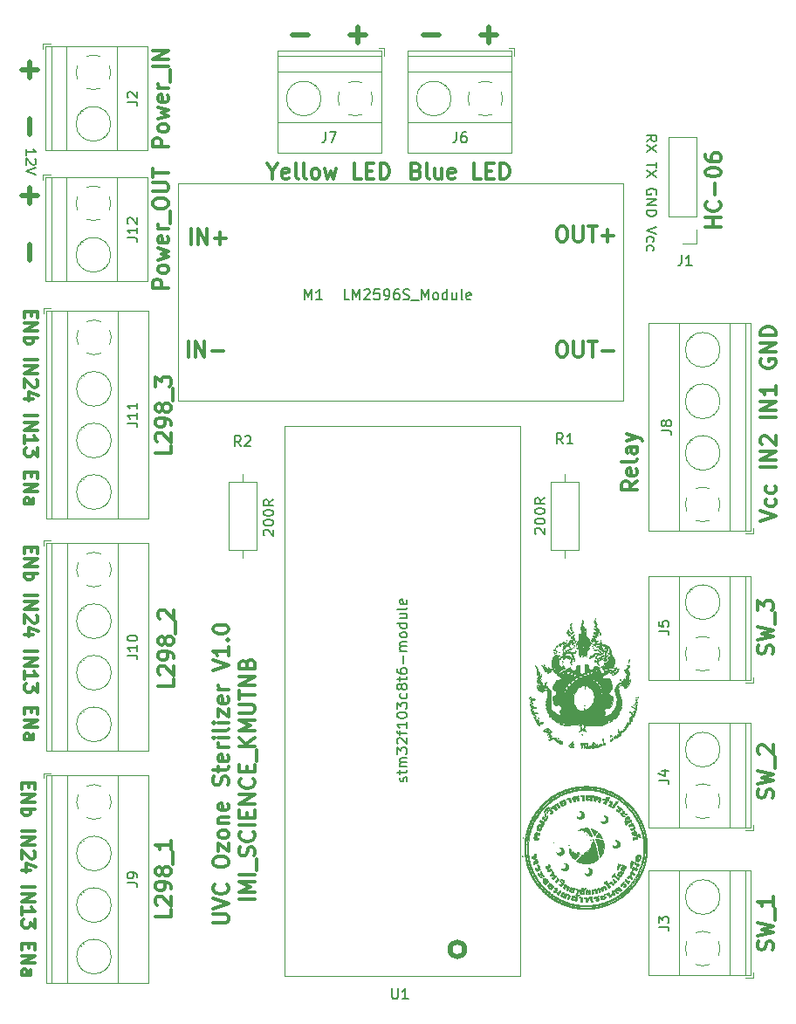
<source format=gbr>
%TF.GenerationSoftware,KiCad,Pcbnew,(5.1.10)-1*%
%TF.CreationDate,2021-09-07T15:33:10+07:00*%
%TF.ProjectId,Untitled Factory,556e7469-746c-4656-9420-466163746f72,rev?*%
%TF.SameCoordinates,Original*%
%TF.FileFunction,Legend,Top*%
%TF.FilePolarity,Positive*%
%FSLAX46Y46*%
G04 Gerber Fmt 4.6, Leading zero omitted, Abs format (unit mm)*
G04 Created by KiCad (PCBNEW (5.1.10)-1) date 2021-09-07 15:33:10*
%MOMM*%
%LPD*%
G01*
G04 APERTURE LIST*
%ADD10C,0.300000*%
%ADD11C,0.200000*%
%ADD12C,0.500000*%
%ADD13C,0.120000*%
%ADD14C,0.010000*%
%ADD15C,0.150000*%
G04 APERTURE END LIST*
D10*
X179943428Y-93412571D02*
X180229142Y-93412571D01*
X180372000Y-93484000D01*
X180514857Y-93626857D01*
X180586285Y-93912571D01*
X180586285Y-94412571D01*
X180514857Y-94698285D01*
X180372000Y-94841142D01*
X180229142Y-94912571D01*
X179943428Y-94912571D01*
X179800571Y-94841142D01*
X179657714Y-94698285D01*
X179586285Y-94412571D01*
X179586285Y-93912571D01*
X179657714Y-93626857D01*
X179800571Y-93484000D01*
X179943428Y-93412571D01*
X181229142Y-93412571D02*
X181229142Y-94626857D01*
X181300571Y-94769714D01*
X181372000Y-94841142D01*
X181514857Y-94912571D01*
X181800571Y-94912571D01*
X181943428Y-94841142D01*
X182014857Y-94769714D01*
X182086285Y-94626857D01*
X182086285Y-93412571D01*
X182586285Y-93412571D02*
X183443428Y-93412571D01*
X183014857Y-94912571D02*
X183014857Y-93412571D01*
X183943428Y-94341142D02*
X185086285Y-94341142D01*
X179943428Y-82236571D02*
X180229142Y-82236571D01*
X180372000Y-82308000D01*
X180514857Y-82450857D01*
X180586285Y-82736571D01*
X180586285Y-83236571D01*
X180514857Y-83522285D01*
X180372000Y-83665142D01*
X180229142Y-83736571D01*
X179943428Y-83736571D01*
X179800571Y-83665142D01*
X179657714Y-83522285D01*
X179586285Y-83236571D01*
X179586285Y-82736571D01*
X179657714Y-82450857D01*
X179800571Y-82308000D01*
X179943428Y-82236571D01*
X181229142Y-82236571D02*
X181229142Y-83450857D01*
X181300571Y-83593714D01*
X181372000Y-83665142D01*
X181514857Y-83736571D01*
X181800571Y-83736571D01*
X181943428Y-83665142D01*
X182014857Y-83593714D01*
X182086285Y-83450857D01*
X182086285Y-82236571D01*
X182586285Y-82236571D02*
X183443428Y-82236571D01*
X183014857Y-83736571D02*
X183014857Y-82236571D01*
X183943428Y-83165142D02*
X185086285Y-83165142D01*
X184514857Y-83736571D02*
X184514857Y-82593714D01*
X143827714Y-94912571D02*
X143827714Y-93412571D01*
X144542000Y-94912571D02*
X144542000Y-93412571D01*
X145399142Y-94912571D01*
X145399142Y-93412571D01*
X146113428Y-94341142D02*
X147256285Y-94341142D01*
X144081714Y-83990571D02*
X144081714Y-82490571D01*
X144796000Y-83990571D02*
X144796000Y-82490571D01*
X145653142Y-83990571D01*
X145653142Y-82490571D01*
X146367428Y-83419142D02*
X147510285Y-83419142D01*
X146938857Y-83990571D02*
X146938857Y-82847714D01*
D11*
X188269619Y-74017809D02*
X188745809Y-73684476D01*
X188269619Y-73446380D02*
X189269619Y-73446380D01*
X189269619Y-73827333D01*
X189222000Y-73922571D01*
X189174380Y-73970190D01*
X189079142Y-74017809D01*
X188936285Y-74017809D01*
X188841047Y-73970190D01*
X188793428Y-73922571D01*
X188745809Y-73827333D01*
X188745809Y-73446380D01*
X189269619Y-74351142D02*
X188269619Y-75017809D01*
X189269619Y-75017809D02*
X188269619Y-74351142D01*
X189269619Y-76017809D02*
X189269619Y-76589238D01*
X188269619Y-76303523D02*
X189269619Y-76303523D01*
X189269619Y-76827333D02*
X188269619Y-77494000D01*
X189269619Y-77494000D02*
X188269619Y-76827333D01*
X189222000Y-79160666D02*
X189269619Y-79065428D01*
X189269619Y-78922571D01*
X189222000Y-78779714D01*
X189126761Y-78684476D01*
X189031523Y-78636857D01*
X188841047Y-78589238D01*
X188698190Y-78589238D01*
X188507714Y-78636857D01*
X188412476Y-78684476D01*
X188317238Y-78779714D01*
X188269619Y-78922571D01*
X188269619Y-79017809D01*
X188317238Y-79160666D01*
X188364857Y-79208285D01*
X188698190Y-79208285D01*
X188698190Y-79017809D01*
X188269619Y-79636857D02*
X189269619Y-79636857D01*
X188269619Y-80208285D01*
X189269619Y-80208285D01*
X188269619Y-80684476D02*
X189269619Y-80684476D01*
X189269619Y-80922571D01*
X189222000Y-81065428D01*
X189126761Y-81160666D01*
X189031523Y-81208285D01*
X188841047Y-81255904D01*
X188698190Y-81255904D01*
X188507714Y-81208285D01*
X188412476Y-81160666D01*
X188317238Y-81065428D01*
X188269619Y-80922571D01*
X188269619Y-80684476D01*
X189269619Y-82303523D02*
X188269619Y-82636857D01*
X189269619Y-82970190D01*
X188317238Y-83732095D02*
X188269619Y-83636857D01*
X188269619Y-83446380D01*
X188317238Y-83351142D01*
X188364857Y-83303523D01*
X188460095Y-83255904D01*
X188745809Y-83255904D01*
X188841047Y-83303523D01*
X188888666Y-83351142D01*
X188936285Y-83446380D01*
X188936285Y-83636857D01*
X188888666Y-83732095D01*
X188317238Y-84589238D02*
X188269619Y-84494000D01*
X188269619Y-84303523D01*
X188317238Y-84208285D01*
X188364857Y-84160666D01*
X188460095Y-84113047D01*
X188745809Y-84113047D01*
X188841047Y-84160666D01*
X188888666Y-84208285D01*
X188936285Y-84303523D01*
X188936285Y-84494000D01*
X188888666Y-84589238D01*
D10*
X128616857Y-90487142D02*
X128616857Y-90920476D01*
X127935904Y-91106190D02*
X127935904Y-90487142D01*
X129235904Y-90487142D01*
X129235904Y-91106190D01*
X127935904Y-91663333D02*
X129235904Y-91663333D01*
X127935904Y-92406190D01*
X129235904Y-92406190D01*
X127935904Y-93025238D02*
X129235904Y-93025238D01*
X128740666Y-93025238D02*
X128802571Y-93149047D01*
X128802571Y-93396666D01*
X128740666Y-93520476D01*
X128678761Y-93582380D01*
X128554952Y-93644285D01*
X128183523Y-93644285D01*
X128059714Y-93582380D01*
X127997809Y-93520476D01*
X127935904Y-93396666D01*
X127935904Y-93149047D01*
X127997809Y-93025238D01*
X127935904Y-95191904D02*
X129235904Y-95191904D01*
X127935904Y-95810952D02*
X129235904Y-95810952D01*
X127935904Y-96553809D01*
X129235904Y-96553809D01*
X129112095Y-97110952D02*
X129174000Y-97172857D01*
X129235904Y-97296666D01*
X129235904Y-97606190D01*
X129174000Y-97730000D01*
X129112095Y-97791904D01*
X128988285Y-97853809D01*
X128864476Y-97853809D01*
X128678761Y-97791904D01*
X127935904Y-97049047D01*
X127935904Y-97853809D01*
X128802571Y-98968095D02*
X127935904Y-98968095D01*
X129297809Y-98658571D02*
X128369238Y-98349047D01*
X128369238Y-99153809D01*
X127935904Y-100639523D02*
X129235904Y-100639523D01*
X127935904Y-101258571D02*
X129235904Y-101258571D01*
X127935904Y-102001428D01*
X129235904Y-102001428D01*
X127935904Y-103301428D02*
X127935904Y-102558571D01*
X127935904Y-102930000D02*
X129235904Y-102930000D01*
X129050190Y-102806190D01*
X128926380Y-102682380D01*
X128864476Y-102558571D01*
X129235904Y-103734761D02*
X129235904Y-104539523D01*
X128740666Y-104106190D01*
X128740666Y-104291904D01*
X128678761Y-104415714D01*
X128616857Y-104477619D01*
X128493047Y-104539523D01*
X128183523Y-104539523D01*
X128059714Y-104477619D01*
X127997809Y-104415714D01*
X127935904Y-104291904D01*
X127935904Y-103920476D01*
X127997809Y-103796666D01*
X128059714Y-103734761D01*
X128616857Y-106087142D02*
X128616857Y-106520476D01*
X127935904Y-106706190D02*
X127935904Y-106087142D01*
X129235904Y-106087142D01*
X129235904Y-106706190D01*
X127935904Y-107263333D02*
X129235904Y-107263333D01*
X127935904Y-108006190D01*
X129235904Y-108006190D01*
X127935904Y-109182380D02*
X128616857Y-109182380D01*
X128740666Y-109120476D01*
X128802571Y-108996666D01*
X128802571Y-108749047D01*
X128740666Y-108625238D01*
X127997809Y-109182380D02*
X127935904Y-109058571D01*
X127935904Y-108749047D01*
X127997809Y-108625238D01*
X128121619Y-108563333D01*
X128245428Y-108563333D01*
X128369238Y-108625238D01*
X128431142Y-108749047D01*
X128431142Y-109058571D01*
X128493047Y-109182380D01*
X128616857Y-113347142D02*
X128616857Y-113780476D01*
X127935904Y-113966190D02*
X127935904Y-113347142D01*
X129235904Y-113347142D01*
X129235904Y-113966190D01*
X127935904Y-114523333D02*
X129235904Y-114523333D01*
X127935904Y-115266190D01*
X129235904Y-115266190D01*
X127935904Y-115885238D02*
X129235904Y-115885238D01*
X128740666Y-115885238D02*
X128802571Y-116009047D01*
X128802571Y-116256666D01*
X128740666Y-116380476D01*
X128678761Y-116442380D01*
X128554952Y-116504285D01*
X128183523Y-116504285D01*
X128059714Y-116442380D01*
X127997809Y-116380476D01*
X127935904Y-116256666D01*
X127935904Y-116009047D01*
X127997809Y-115885238D01*
X127935904Y-118051904D02*
X129235904Y-118051904D01*
X127935904Y-118670952D02*
X129235904Y-118670952D01*
X127935904Y-119413809D01*
X129235904Y-119413809D01*
X129112095Y-119970952D02*
X129174000Y-120032857D01*
X129235904Y-120156666D01*
X129235904Y-120466190D01*
X129174000Y-120590000D01*
X129112095Y-120651904D01*
X128988285Y-120713809D01*
X128864476Y-120713809D01*
X128678761Y-120651904D01*
X127935904Y-119909047D01*
X127935904Y-120713809D01*
X128802571Y-121828095D02*
X127935904Y-121828095D01*
X129297809Y-121518571D02*
X128369238Y-121209047D01*
X128369238Y-122013809D01*
X127935904Y-123499523D02*
X129235904Y-123499523D01*
X127935904Y-124118571D02*
X129235904Y-124118571D01*
X127935904Y-124861428D01*
X129235904Y-124861428D01*
X127935904Y-126161428D02*
X127935904Y-125418571D01*
X127935904Y-125790000D02*
X129235904Y-125790000D01*
X129050190Y-125666190D01*
X128926380Y-125542380D01*
X128864476Y-125418571D01*
X129235904Y-126594761D02*
X129235904Y-127399523D01*
X128740666Y-126966190D01*
X128740666Y-127151904D01*
X128678761Y-127275714D01*
X128616857Y-127337619D01*
X128493047Y-127399523D01*
X128183523Y-127399523D01*
X128059714Y-127337619D01*
X127997809Y-127275714D01*
X127935904Y-127151904D01*
X127935904Y-126780476D01*
X127997809Y-126656666D01*
X128059714Y-126594761D01*
X128616857Y-128947142D02*
X128616857Y-129380476D01*
X127935904Y-129566190D02*
X127935904Y-128947142D01*
X129235904Y-128947142D01*
X129235904Y-129566190D01*
X127935904Y-130123333D02*
X129235904Y-130123333D01*
X127935904Y-130866190D01*
X129235904Y-130866190D01*
X127935904Y-132042380D02*
X128616857Y-132042380D01*
X128740666Y-131980476D01*
X128802571Y-131856666D01*
X128802571Y-131609047D01*
X128740666Y-131485238D01*
X127997809Y-132042380D02*
X127935904Y-131918571D01*
X127935904Y-131609047D01*
X127997809Y-131485238D01*
X128121619Y-131423333D01*
X128245428Y-131423333D01*
X128369238Y-131485238D01*
X128431142Y-131609047D01*
X128431142Y-131918571D01*
X128493047Y-132042380D01*
X128362857Y-136207142D02*
X128362857Y-136640476D01*
X127681904Y-136826190D02*
X127681904Y-136207142D01*
X128981904Y-136207142D01*
X128981904Y-136826190D01*
X127681904Y-137383333D02*
X128981904Y-137383333D01*
X127681904Y-138126190D01*
X128981904Y-138126190D01*
X127681904Y-138745238D02*
X128981904Y-138745238D01*
X128486666Y-138745238D02*
X128548571Y-138869047D01*
X128548571Y-139116666D01*
X128486666Y-139240476D01*
X128424761Y-139302380D01*
X128300952Y-139364285D01*
X127929523Y-139364285D01*
X127805714Y-139302380D01*
X127743809Y-139240476D01*
X127681904Y-139116666D01*
X127681904Y-138869047D01*
X127743809Y-138745238D01*
X127681904Y-140911904D02*
X128981904Y-140911904D01*
X127681904Y-141530952D02*
X128981904Y-141530952D01*
X127681904Y-142273809D01*
X128981904Y-142273809D01*
X128858095Y-142830952D02*
X128920000Y-142892857D01*
X128981904Y-143016666D01*
X128981904Y-143326190D01*
X128920000Y-143450000D01*
X128858095Y-143511904D01*
X128734285Y-143573809D01*
X128610476Y-143573809D01*
X128424761Y-143511904D01*
X127681904Y-142769047D01*
X127681904Y-143573809D01*
X128548571Y-144688095D02*
X127681904Y-144688095D01*
X129043809Y-144378571D02*
X128115238Y-144069047D01*
X128115238Y-144873809D01*
X127681904Y-146359523D02*
X128981904Y-146359523D01*
X127681904Y-146978571D02*
X128981904Y-146978571D01*
X127681904Y-147721428D01*
X128981904Y-147721428D01*
X127681904Y-149021428D02*
X127681904Y-148278571D01*
X127681904Y-148650000D02*
X128981904Y-148650000D01*
X128796190Y-148526190D01*
X128672380Y-148402380D01*
X128610476Y-148278571D01*
X128981904Y-149454761D02*
X128981904Y-150259523D01*
X128486666Y-149826190D01*
X128486666Y-150011904D01*
X128424761Y-150135714D01*
X128362857Y-150197619D01*
X128239047Y-150259523D01*
X127929523Y-150259523D01*
X127805714Y-150197619D01*
X127743809Y-150135714D01*
X127681904Y-150011904D01*
X127681904Y-149640476D01*
X127743809Y-149516666D01*
X127805714Y-149454761D01*
X128362857Y-151807142D02*
X128362857Y-152240476D01*
X127681904Y-152426190D02*
X127681904Y-151807142D01*
X128981904Y-151807142D01*
X128981904Y-152426190D01*
X127681904Y-152983333D02*
X128981904Y-152983333D01*
X127681904Y-153726190D01*
X128981904Y-153726190D01*
X127681904Y-154902380D02*
X128362857Y-154902380D01*
X128486666Y-154840476D01*
X128548571Y-154716666D01*
X128548571Y-154469047D01*
X128486666Y-154345238D01*
X127743809Y-154902380D02*
X127681904Y-154778571D01*
X127681904Y-154469047D01*
X127743809Y-154345238D01*
X127867619Y-154283333D01*
X127991428Y-154283333D01*
X128115238Y-154345238D01*
X128177142Y-154469047D01*
X128177142Y-154778571D01*
X128239047Y-154902380D01*
X146239571Y-149810571D02*
X147453857Y-149810571D01*
X147596714Y-149739142D01*
X147668142Y-149667714D01*
X147739571Y-149524857D01*
X147739571Y-149239142D01*
X147668142Y-149096285D01*
X147596714Y-149024857D01*
X147453857Y-148953428D01*
X146239571Y-148953428D01*
X146239571Y-148453428D02*
X147739571Y-147953428D01*
X146239571Y-147453428D01*
X147596714Y-146096285D02*
X147668142Y-146167714D01*
X147739571Y-146382000D01*
X147739571Y-146524857D01*
X147668142Y-146739142D01*
X147525285Y-146882000D01*
X147382428Y-146953428D01*
X147096714Y-147024857D01*
X146882428Y-147024857D01*
X146596714Y-146953428D01*
X146453857Y-146882000D01*
X146311000Y-146739142D01*
X146239571Y-146524857D01*
X146239571Y-146382000D01*
X146311000Y-146167714D01*
X146382428Y-146096285D01*
X146239571Y-144024857D02*
X146239571Y-143739142D01*
X146311000Y-143596285D01*
X146453857Y-143453428D01*
X146739571Y-143382000D01*
X147239571Y-143382000D01*
X147525285Y-143453428D01*
X147668142Y-143596285D01*
X147739571Y-143739142D01*
X147739571Y-144024857D01*
X147668142Y-144167714D01*
X147525285Y-144310571D01*
X147239571Y-144382000D01*
X146739571Y-144382000D01*
X146453857Y-144310571D01*
X146311000Y-144167714D01*
X146239571Y-144024857D01*
X146739571Y-142882000D02*
X146739571Y-142096285D01*
X147739571Y-142882000D01*
X147739571Y-142096285D01*
X147739571Y-141310571D02*
X147668142Y-141453428D01*
X147596714Y-141524857D01*
X147453857Y-141596285D01*
X147025285Y-141596285D01*
X146882428Y-141524857D01*
X146811000Y-141453428D01*
X146739571Y-141310571D01*
X146739571Y-141096285D01*
X146811000Y-140953428D01*
X146882428Y-140882000D01*
X147025285Y-140810571D01*
X147453857Y-140810571D01*
X147596714Y-140882000D01*
X147668142Y-140953428D01*
X147739571Y-141096285D01*
X147739571Y-141310571D01*
X146739571Y-140167714D02*
X147739571Y-140167714D01*
X146882428Y-140167714D02*
X146811000Y-140096285D01*
X146739571Y-139953428D01*
X146739571Y-139739142D01*
X146811000Y-139596285D01*
X146953857Y-139524857D01*
X147739571Y-139524857D01*
X147668142Y-138239142D02*
X147739571Y-138382000D01*
X147739571Y-138667714D01*
X147668142Y-138810571D01*
X147525285Y-138882000D01*
X146953857Y-138882000D01*
X146811000Y-138810571D01*
X146739571Y-138667714D01*
X146739571Y-138382000D01*
X146811000Y-138239142D01*
X146953857Y-138167714D01*
X147096714Y-138167714D01*
X147239571Y-138882000D01*
X147668142Y-136453428D02*
X147739571Y-136239142D01*
X147739571Y-135882000D01*
X147668142Y-135739142D01*
X147596714Y-135667714D01*
X147453857Y-135596285D01*
X147311000Y-135596285D01*
X147168142Y-135667714D01*
X147096714Y-135739142D01*
X147025285Y-135882000D01*
X146953857Y-136167714D01*
X146882428Y-136310571D01*
X146811000Y-136382000D01*
X146668142Y-136453428D01*
X146525285Y-136453428D01*
X146382428Y-136382000D01*
X146311000Y-136310571D01*
X146239571Y-136167714D01*
X146239571Y-135810571D01*
X146311000Y-135596285D01*
X146739571Y-135167714D02*
X146739571Y-134596285D01*
X146239571Y-134953428D02*
X147525285Y-134953428D01*
X147668142Y-134882000D01*
X147739571Y-134739142D01*
X147739571Y-134596285D01*
X147668142Y-133524857D02*
X147739571Y-133667714D01*
X147739571Y-133953428D01*
X147668142Y-134096285D01*
X147525285Y-134167714D01*
X146953857Y-134167714D01*
X146811000Y-134096285D01*
X146739571Y-133953428D01*
X146739571Y-133667714D01*
X146811000Y-133524857D01*
X146953857Y-133453428D01*
X147096714Y-133453428D01*
X147239571Y-134167714D01*
X147739571Y-132810571D02*
X146739571Y-132810571D01*
X147025285Y-132810571D02*
X146882428Y-132739142D01*
X146811000Y-132667714D01*
X146739571Y-132524857D01*
X146739571Y-132382000D01*
X147739571Y-131882000D02*
X146739571Y-131882000D01*
X146239571Y-131882000D02*
X146311000Y-131953428D01*
X146382428Y-131882000D01*
X146311000Y-131810571D01*
X146239571Y-131882000D01*
X146382428Y-131882000D01*
X147739571Y-130953428D02*
X147668142Y-131096285D01*
X147525285Y-131167714D01*
X146239571Y-131167714D01*
X147739571Y-130382000D02*
X146739571Y-130382000D01*
X146239571Y-130382000D02*
X146311000Y-130453428D01*
X146382428Y-130382000D01*
X146311000Y-130310571D01*
X146239571Y-130382000D01*
X146382428Y-130382000D01*
X146739571Y-129810571D02*
X146739571Y-129024857D01*
X147739571Y-129810571D01*
X147739571Y-129024857D01*
X147668142Y-127882000D02*
X147739571Y-128024857D01*
X147739571Y-128310571D01*
X147668142Y-128453428D01*
X147525285Y-128524857D01*
X146953857Y-128524857D01*
X146811000Y-128453428D01*
X146739571Y-128310571D01*
X146739571Y-128024857D01*
X146811000Y-127882000D01*
X146953857Y-127810571D01*
X147096714Y-127810571D01*
X147239571Y-128524857D01*
X147739571Y-127167714D02*
X146739571Y-127167714D01*
X147025285Y-127167714D02*
X146882428Y-127096285D01*
X146811000Y-127024857D01*
X146739571Y-126882000D01*
X146739571Y-126739142D01*
X146239571Y-125310571D02*
X147739571Y-124810571D01*
X146239571Y-124310571D01*
X147739571Y-123024857D02*
X147739571Y-123882000D01*
X147739571Y-123453428D02*
X146239571Y-123453428D01*
X146453857Y-123596285D01*
X146596714Y-123739142D01*
X146668142Y-123882000D01*
X147596714Y-122382000D02*
X147668142Y-122310571D01*
X147739571Y-122382000D01*
X147668142Y-122453428D01*
X147596714Y-122382000D01*
X147739571Y-122382000D01*
X146239571Y-121382000D02*
X146239571Y-121239142D01*
X146311000Y-121096285D01*
X146382428Y-121024857D01*
X146525285Y-120953428D01*
X146811000Y-120882000D01*
X147168142Y-120882000D01*
X147453857Y-120953428D01*
X147596714Y-121024857D01*
X147668142Y-121096285D01*
X147739571Y-121239142D01*
X147739571Y-121382000D01*
X147668142Y-121524857D01*
X147596714Y-121596285D01*
X147453857Y-121667714D01*
X147168142Y-121739142D01*
X146811000Y-121739142D01*
X146525285Y-121667714D01*
X146382428Y-121596285D01*
X146311000Y-121524857D01*
X146239571Y-121382000D01*
X150289571Y-147524857D02*
X148789571Y-147524857D01*
X150289571Y-146810571D02*
X148789571Y-146810571D01*
X149861000Y-146310571D01*
X148789571Y-145810571D01*
X150289571Y-145810571D01*
X150289571Y-145096285D02*
X148789571Y-145096285D01*
X150432428Y-144739142D02*
X150432428Y-143596285D01*
X150218142Y-143310571D02*
X150289571Y-143096285D01*
X150289571Y-142739142D01*
X150218142Y-142596285D01*
X150146714Y-142524857D01*
X150003857Y-142453428D01*
X149861000Y-142453428D01*
X149718142Y-142524857D01*
X149646714Y-142596285D01*
X149575285Y-142739142D01*
X149503857Y-143024857D01*
X149432428Y-143167714D01*
X149361000Y-143239142D01*
X149218142Y-143310571D01*
X149075285Y-143310571D01*
X148932428Y-143239142D01*
X148861000Y-143167714D01*
X148789571Y-143024857D01*
X148789571Y-142667714D01*
X148861000Y-142453428D01*
X150146714Y-140953428D02*
X150218142Y-141024857D01*
X150289571Y-141239142D01*
X150289571Y-141382000D01*
X150218142Y-141596285D01*
X150075285Y-141739142D01*
X149932428Y-141810571D01*
X149646714Y-141882000D01*
X149432428Y-141882000D01*
X149146714Y-141810571D01*
X149003857Y-141739142D01*
X148861000Y-141596285D01*
X148789571Y-141382000D01*
X148789571Y-141239142D01*
X148861000Y-141024857D01*
X148932428Y-140953428D01*
X150289571Y-140310571D02*
X148789571Y-140310571D01*
X149503857Y-139596285D02*
X149503857Y-139096285D01*
X150289571Y-138882000D02*
X150289571Y-139596285D01*
X148789571Y-139596285D01*
X148789571Y-138882000D01*
X150289571Y-138239142D02*
X148789571Y-138239142D01*
X150289571Y-137382000D01*
X148789571Y-137382000D01*
X150146714Y-135810571D02*
X150218142Y-135882000D01*
X150289571Y-136096285D01*
X150289571Y-136239142D01*
X150218142Y-136453428D01*
X150075285Y-136596285D01*
X149932428Y-136667714D01*
X149646714Y-136739142D01*
X149432428Y-136739142D01*
X149146714Y-136667714D01*
X149003857Y-136596285D01*
X148861000Y-136453428D01*
X148789571Y-136239142D01*
X148789571Y-136096285D01*
X148861000Y-135882000D01*
X148932428Y-135810571D01*
X149503857Y-135167714D02*
X149503857Y-134667714D01*
X150289571Y-134453428D02*
X150289571Y-135167714D01*
X148789571Y-135167714D01*
X148789571Y-134453428D01*
X150432428Y-134167714D02*
X150432428Y-133024857D01*
X150289571Y-132667714D02*
X148789571Y-132667714D01*
X150289571Y-131810571D02*
X149432428Y-132453428D01*
X148789571Y-131810571D02*
X149646714Y-132667714D01*
X150289571Y-131167714D02*
X148789571Y-131167714D01*
X149861000Y-130667714D01*
X148789571Y-130167714D01*
X150289571Y-130167714D01*
X148789571Y-129453428D02*
X150003857Y-129453428D01*
X150146714Y-129382000D01*
X150218142Y-129310571D01*
X150289571Y-129167714D01*
X150289571Y-128882000D01*
X150218142Y-128739142D01*
X150146714Y-128667714D01*
X150003857Y-128596285D01*
X148789571Y-128596285D01*
X148789571Y-128096285D02*
X148789571Y-127239142D01*
X150289571Y-127667714D02*
X148789571Y-127667714D01*
X150289571Y-126739142D02*
X148789571Y-126739142D01*
X150289571Y-125882000D01*
X148789571Y-125882000D01*
X149503857Y-124667714D02*
X149575285Y-124453428D01*
X149646714Y-124382000D01*
X149789571Y-124310571D01*
X150003857Y-124310571D01*
X150146714Y-124382000D01*
X150218142Y-124453428D01*
X150289571Y-124596285D01*
X150289571Y-125167714D01*
X148789571Y-125167714D01*
X148789571Y-124667714D01*
X148861000Y-124524857D01*
X148932428Y-124453428D01*
X149075285Y-124382000D01*
X149218142Y-124382000D01*
X149361000Y-124453428D01*
X149432428Y-124524857D01*
X149503857Y-124667714D01*
X149503857Y-125167714D01*
D11*
X128071619Y-75326952D02*
X128071619Y-74755523D01*
X128071619Y-75041238D02*
X129071619Y-75041238D01*
X128928761Y-74946000D01*
X128833523Y-74850761D01*
X128785904Y-74755523D01*
X128976380Y-75707904D02*
X129024000Y-75755523D01*
X129071619Y-75850761D01*
X129071619Y-76088857D01*
X129024000Y-76184095D01*
X128976380Y-76231714D01*
X128881142Y-76279333D01*
X128785904Y-76279333D01*
X128643047Y-76231714D01*
X128071619Y-75660285D01*
X128071619Y-76279333D01*
X129071619Y-76565047D02*
X128071619Y-76898380D01*
X129071619Y-77231714D01*
D12*
X128412857Y-85565809D02*
X128412857Y-84042000D01*
X128412857Y-80042000D02*
X128412857Y-78518190D01*
X129174761Y-79280095D02*
X127650952Y-79280095D01*
X128412857Y-73373809D02*
X128412857Y-71850000D01*
X128412857Y-67850000D02*
X128412857Y-66326190D01*
X129174761Y-67088095D02*
X127650952Y-67088095D01*
D10*
X199330571Y-110846000D02*
X200830571Y-110346000D01*
X199330571Y-109846000D01*
X200759142Y-108703142D02*
X200830571Y-108846000D01*
X200830571Y-109131714D01*
X200759142Y-109274571D01*
X200687714Y-109346000D01*
X200544857Y-109417428D01*
X200116285Y-109417428D01*
X199973428Y-109346000D01*
X199902000Y-109274571D01*
X199830571Y-109131714D01*
X199830571Y-108846000D01*
X199902000Y-108703142D01*
X200759142Y-107417428D02*
X200830571Y-107560285D01*
X200830571Y-107846000D01*
X200759142Y-107988857D01*
X200687714Y-108060285D01*
X200544857Y-108131714D01*
X200116285Y-108131714D01*
X199973428Y-108060285D01*
X199902000Y-107988857D01*
X199830571Y-107846000D01*
X199830571Y-107560285D01*
X199902000Y-107417428D01*
X200830571Y-105631714D02*
X199330571Y-105631714D01*
X200830571Y-104917428D02*
X199330571Y-104917428D01*
X200830571Y-104060285D01*
X199330571Y-104060285D01*
X199473428Y-103417428D02*
X199402000Y-103346000D01*
X199330571Y-103203142D01*
X199330571Y-102846000D01*
X199402000Y-102703142D01*
X199473428Y-102631714D01*
X199616285Y-102560285D01*
X199759142Y-102560285D01*
X199973428Y-102631714D01*
X200830571Y-103488857D01*
X200830571Y-102560285D01*
X200830571Y-100774571D02*
X199330571Y-100774571D01*
X200830571Y-100060285D02*
X199330571Y-100060285D01*
X200830571Y-99203142D01*
X199330571Y-99203142D01*
X200830571Y-97703142D02*
X200830571Y-98560285D01*
X200830571Y-98131714D02*
X199330571Y-98131714D01*
X199544857Y-98274571D01*
X199687714Y-98417428D01*
X199759142Y-98560285D01*
X199402000Y-95131714D02*
X199330571Y-95274571D01*
X199330571Y-95488857D01*
X199402000Y-95703142D01*
X199544857Y-95846000D01*
X199687714Y-95917428D01*
X199973428Y-95988857D01*
X200187714Y-95988857D01*
X200473428Y-95917428D01*
X200616285Y-95846000D01*
X200759142Y-95703142D01*
X200830571Y-95488857D01*
X200830571Y-95346000D01*
X200759142Y-95131714D01*
X200687714Y-95060285D01*
X200187714Y-95060285D01*
X200187714Y-95346000D01*
X200830571Y-94417428D02*
X199330571Y-94417428D01*
X200830571Y-93560285D01*
X199330571Y-93560285D01*
X200830571Y-92846000D02*
X199330571Y-92846000D01*
X199330571Y-92488857D01*
X199402000Y-92274571D01*
X199544857Y-92131714D01*
X199687714Y-92060285D01*
X199973428Y-91988857D01*
X200187714Y-91988857D01*
X200473428Y-92060285D01*
X200616285Y-92131714D01*
X200759142Y-92274571D01*
X200830571Y-92488857D01*
X200830571Y-92846000D01*
D12*
X166656190Y-63642857D02*
X168180000Y-63642857D01*
X172180000Y-63642857D02*
X173703809Y-63642857D01*
X172941904Y-64404761D02*
X172941904Y-62880952D01*
X153956190Y-63642857D02*
X155480000Y-63642857D01*
X159480000Y-63642857D02*
X161003809Y-63642857D01*
X160241904Y-64404761D02*
X160241904Y-62880952D01*
D13*
%TO.C,M1*%
X142875000Y-78105000D02*
X186055000Y-78105000D01*
X186055000Y-78105000D02*
X186055000Y-99187000D01*
X186055000Y-99187000D02*
X142875000Y-99187000D01*
X142875000Y-99187000D02*
X142875000Y-78105000D01*
D14*
%TO.C,G\u002A\u002A\u002A*%
G36*
X182304266Y-127016933D02*
G01*
X182310346Y-127077221D01*
X182304266Y-127084666D01*
X182274066Y-127077693D01*
X182270400Y-127050800D01*
X182288986Y-127008985D01*
X182304266Y-127016933D01*
G37*
X182304266Y-127016933D02*
X182310346Y-127077221D01*
X182304266Y-127084666D01*
X182274066Y-127077693D01*
X182270400Y-127050800D01*
X182288986Y-127008985D01*
X182304266Y-127016933D01*
G36*
X182270400Y-128701800D02*
G01*
X182245000Y-128727200D01*
X182219600Y-128701800D01*
X182245000Y-128676400D01*
X182270400Y-128701800D01*
G37*
X182270400Y-128701800D02*
X182245000Y-128727200D01*
X182219600Y-128701800D01*
X182245000Y-128676400D01*
X182270400Y-128701800D01*
G36*
X182270400Y-129006600D02*
G01*
X182245000Y-129032000D01*
X182219600Y-129006600D01*
X182245000Y-128981200D01*
X182270400Y-129006600D01*
G37*
X182270400Y-129006600D02*
X182245000Y-129032000D01*
X182219600Y-129006600D01*
X182245000Y-128981200D01*
X182270400Y-129006600D01*
G36*
X183320266Y-120260533D02*
G01*
X183326346Y-120320821D01*
X183320266Y-120328266D01*
X183290066Y-120321293D01*
X183286400Y-120294400D01*
X183304986Y-120252585D01*
X183320266Y-120260533D01*
G37*
X183320266Y-120260533D02*
X183326346Y-120320821D01*
X183320266Y-120328266D01*
X183290066Y-120321293D01*
X183286400Y-120294400D01*
X183304986Y-120252585D01*
X183320266Y-120260533D01*
G36*
X181000395Y-120772873D02*
G01*
X181000400Y-120775212D01*
X180960007Y-120855339D01*
X180895192Y-120905930D01*
X180825738Y-120939493D01*
X180820829Y-120919483D01*
X180875635Y-120831517D01*
X180951098Y-120727538D01*
X180989475Y-120709438D01*
X181000395Y-120772873D01*
G37*
X181000395Y-120772873D02*
X181000400Y-120775212D01*
X180960007Y-120855339D01*
X180895192Y-120905930D01*
X180825738Y-120939493D01*
X180820829Y-120919483D01*
X180875635Y-120831517D01*
X180951098Y-120727538D01*
X180989475Y-120709438D01*
X181000395Y-120772873D01*
G36*
X180974173Y-121000441D02*
G01*
X180957926Y-121020513D01*
X180919119Y-121108013D01*
X180937160Y-121174121D01*
X180999051Y-121184372D01*
X181016610Y-121176084D01*
X181048658Y-121168386D01*
X181037029Y-121185192D01*
X180954562Y-121231735D01*
X180919746Y-121240079D01*
X180863464Y-121218384D01*
X180857717Y-121119760D01*
X180895880Y-121011771D01*
X180949600Y-120963156D01*
X180998655Y-120955553D01*
X180974173Y-121000441D01*
G37*
X180974173Y-121000441D02*
X180957926Y-121020513D01*
X180919119Y-121108013D01*
X180937160Y-121174121D01*
X180999051Y-121184372D01*
X181016610Y-121176084D01*
X181048658Y-121168386D01*
X181037029Y-121185192D01*
X180954562Y-121231735D01*
X180919746Y-121240079D01*
X180863464Y-121218384D01*
X180857717Y-121119760D01*
X180895880Y-121011771D01*
X180949600Y-120963156D01*
X180998655Y-120955553D01*
X180974173Y-121000441D01*
G36*
X182372000Y-121285000D02*
G01*
X182346600Y-121310400D01*
X182321200Y-121285000D01*
X182346600Y-121259600D01*
X182372000Y-121285000D01*
G37*
X182372000Y-121285000D02*
X182346600Y-121310400D01*
X182321200Y-121285000D01*
X182346600Y-121259600D01*
X182372000Y-121285000D01*
G36*
X180983466Y-121327333D02*
G01*
X180989546Y-121387621D01*
X180983466Y-121395066D01*
X180953266Y-121388093D01*
X180949600Y-121361200D01*
X180968186Y-121319385D01*
X180983466Y-121327333D01*
G37*
X180983466Y-121327333D02*
X180989546Y-121387621D01*
X180983466Y-121395066D01*
X180953266Y-121388093D01*
X180949600Y-121361200D01*
X180968186Y-121319385D01*
X180983466Y-121327333D01*
G36*
X183286400Y-121615200D02*
G01*
X183332209Y-121654384D01*
X183282876Y-121665045D01*
X183270701Y-121665222D01*
X183207816Y-121686272D01*
X183208030Y-121713289D01*
X183201660Y-121778533D01*
X183185628Y-121792487D01*
X183147038Y-121775313D01*
X183134000Y-121694398D01*
X183149483Y-121589431D01*
X183206401Y-121573370D01*
X183286400Y-121615200D01*
G37*
X183286400Y-121615200D02*
X183332209Y-121654384D01*
X183282876Y-121665045D01*
X183270701Y-121665222D01*
X183207816Y-121686272D01*
X183208030Y-121713289D01*
X183201660Y-121778533D01*
X183185628Y-121792487D01*
X183147038Y-121775313D01*
X183134000Y-121694398D01*
X183149483Y-121589431D01*
X183206401Y-121573370D01*
X183286400Y-121615200D01*
G36*
X183783228Y-121655453D02*
G01*
X183793065Y-121741227D01*
X183771265Y-121820046D01*
X183754376Y-121837139D01*
X183720944Y-121813846D01*
X183704145Y-121738537D01*
X183713908Y-121645196D01*
X183744169Y-121615200D01*
X183783228Y-121655453D01*
G37*
X183783228Y-121655453D02*
X183793065Y-121741227D01*
X183771265Y-121820046D01*
X183754376Y-121837139D01*
X183720944Y-121813846D01*
X183704145Y-121738537D01*
X183713908Y-121645196D01*
X183744169Y-121615200D01*
X183783228Y-121655453D01*
G36*
X180696303Y-121402853D02*
G01*
X180698410Y-121424700D01*
X180737155Y-121495884D01*
X180828691Y-121588279D01*
X180847128Y-121603314D01*
X180944316Y-121676016D01*
X180991507Y-121687298D01*
X181018014Y-121639248D01*
X181025541Y-121616014D01*
X181071971Y-121537012D01*
X181124987Y-121513366D01*
X181152639Y-121558035D01*
X181152800Y-121564400D01*
X181114142Y-121613723D01*
X181102000Y-121615200D01*
X181061518Y-121657999D01*
X181051200Y-121722829D01*
X181046831Y-121787982D01*
X181018306Y-121797319D01*
X180942498Y-121748558D01*
X180886100Y-121706529D01*
X180735426Y-121595879D01*
X180652940Y-121546072D01*
X180626795Y-121555362D01*
X180645147Y-121622003D01*
X180666405Y-121674136D01*
X180739357Y-121796731D01*
X180823453Y-121872930D01*
X180829894Y-121875768D01*
X180879171Y-121902332D01*
X180837976Y-121914094D01*
X180784500Y-121916429D01*
X180675418Y-121896767D01*
X180644800Y-121850020D01*
X180609007Y-121759621D01*
X180573747Y-121721072D01*
X180530095Y-121655723D01*
X180544072Y-121555407D01*
X180559485Y-121511652D01*
X180615887Y-121401074D01*
X180666763Y-121361509D01*
X180696303Y-121402853D01*
G37*
X180696303Y-121402853D02*
X180698410Y-121424700D01*
X180737155Y-121495884D01*
X180828691Y-121588279D01*
X180847128Y-121603314D01*
X180944316Y-121676016D01*
X180991507Y-121687298D01*
X181018014Y-121639248D01*
X181025541Y-121616014D01*
X181071971Y-121537012D01*
X181124987Y-121513366D01*
X181152639Y-121558035D01*
X181152800Y-121564400D01*
X181114142Y-121613723D01*
X181102000Y-121615200D01*
X181061518Y-121657999D01*
X181051200Y-121722829D01*
X181046831Y-121787982D01*
X181018306Y-121797319D01*
X180942498Y-121748558D01*
X180886100Y-121706529D01*
X180735426Y-121595879D01*
X180652940Y-121546072D01*
X180626795Y-121555362D01*
X180645147Y-121622003D01*
X180666405Y-121674136D01*
X180739357Y-121796731D01*
X180823453Y-121872930D01*
X180829894Y-121875768D01*
X180879171Y-121902332D01*
X180837976Y-121914094D01*
X180784500Y-121916429D01*
X180675418Y-121896767D01*
X180644800Y-121850020D01*
X180609007Y-121759621D01*
X180573747Y-121721072D01*
X180530095Y-121655723D01*
X180544072Y-121555407D01*
X180559485Y-121511652D01*
X180615887Y-121401074D01*
X180666763Y-121361509D01*
X180696303Y-121402853D01*
G36*
X183523466Y-121936933D02*
G01*
X183516493Y-121967133D01*
X183489600Y-121970800D01*
X183447785Y-121952213D01*
X183455733Y-121936933D01*
X183516021Y-121930853D01*
X183523466Y-121936933D01*
G37*
X183523466Y-121936933D02*
X183516493Y-121967133D01*
X183489600Y-121970800D01*
X183447785Y-121952213D01*
X183455733Y-121936933D01*
X183516021Y-121930853D01*
X183523466Y-121936933D01*
G36*
X183104423Y-121913782D02*
G01*
X183097937Y-121970729D01*
X183064160Y-122058768D01*
X183038912Y-122057640D01*
X183032400Y-121999198D01*
X183060299Y-121914718D01*
X183078462Y-121897527D01*
X183104423Y-121913782D01*
G37*
X183104423Y-121913782D02*
X183097937Y-121970729D01*
X183064160Y-122058768D01*
X183038912Y-122057640D01*
X183032400Y-121999198D01*
X183060299Y-121914718D01*
X183078462Y-121897527D01*
X183104423Y-121913782D01*
G36*
X180983466Y-121987733D02*
G01*
X180989546Y-122048021D01*
X180983466Y-122055466D01*
X180953266Y-122048493D01*
X180949600Y-122021600D01*
X180968186Y-121979785D01*
X180983466Y-121987733D01*
G37*
X180983466Y-121987733D02*
X180989546Y-122048021D01*
X180983466Y-122055466D01*
X180953266Y-122048493D01*
X180949600Y-122021600D01*
X180968186Y-121979785D01*
X180983466Y-121987733D01*
G36*
X180983466Y-122140133D02*
G01*
X180989546Y-122200421D01*
X180983466Y-122207866D01*
X180953266Y-122200893D01*
X180949600Y-122174000D01*
X180968186Y-122132185D01*
X180983466Y-122140133D01*
G37*
X180983466Y-122140133D02*
X180989546Y-122200421D01*
X180983466Y-122207866D01*
X180953266Y-122200893D01*
X180949600Y-122174000D01*
X180968186Y-122132185D01*
X180983466Y-122140133D01*
G36*
X181303723Y-122212657D02*
G01*
X181305200Y-122224800D01*
X181266542Y-122274123D01*
X181254400Y-122275600D01*
X181205076Y-122236942D01*
X181203600Y-122224800D01*
X181242257Y-122175476D01*
X181254400Y-122174000D01*
X181303723Y-122212657D01*
G37*
X181303723Y-122212657D02*
X181305200Y-122224800D01*
X181266542Y-122274123D01*
X181254400Y-122275600D01*
X181205076Y-122236942D01*
X181203600Y-122224800D01*
X181242257Y-122175476D01*
X181254400Y-122174000D01*
X181303723Y-122212657D01*
G36*
X183320266Y-122241733D02*
G01*
X183326346Y-122302021D01*
X183320266Y-122309466D01*
X183290066Y-122302493D01*
X183286400Y-122275600D01*
X183304986Y-122233785D01*
X183320266Y-122241733D01*
G37*
X183320266Y-122241733D02*
X183326346Y-122302021D01*
X183320266Y-122309466D01*
X183290066Y-122302493D01*
X183286400Y-122275600D01*
X183304986Y-122233785D01*
X183320266Y-122241733D01*
G36*
X183845200Y-122351800D02*
G01*
X183819800Y-122377200D01*
X183794400Y-122351800D01*
X183819800Y-122326400D01*
X183845200Y-122351800D01*
G37*
X183845200Y-122351800D02*
X183819800Y-122377200D01*
X183794400Y-122351800D01*
X183819800Y-122326400D01*
X183845200Y-122351800D01*
G36*
X181254400Y-122351800D02*
G01*
X181302862Y-122397449D01*
X181305200Y-122405598D01*
X181265896Y-122427417D01*
X181254400Y-122428000D01*
X181205552Y-122388947D01*
X181203600Y-122374201D01*
X181234721Y-122343862D01*
X181254400Y-122351800D01*
G37*
X181254400Y-122351800D02*
X181302862Y-122397449D01*
X181305200Y-122405598D01*
X181265896Y-122427417D01*
X181254400Y-122428000D01*
X181205552Y-122388947D01*
X181203600Y-122374201D01*
X181234721Y-122343862D01*
X181254400Y-122351800D01*
G36*
X180526266Y-122394133D02*
G01*
X180532346Y-122454421D01*
X180526266Y-122461866D01*
X180496066Y-122454893D01*
X180492400Y-122428000D01*
X180510986Y-122386185D01*
X180526266Y-122394133D01*
G37*
X180526266Y-122394133D02*
X180532346Y-122454421D01*
X180526266Y-122461866D01*
X180496066Y-122454893D01*
X180492400Y-122428000D01*
X180510986Y-122386185D01*
X180526266Y-122394133D01*
G36*
X183828266Y-122444933D02*
G01*
X183834346Y-122505221D01*
X183828266Y-122512666D01*
X183798066Y-122505693D01*
X183794400Y-122478800D01*
X183812986Y-122436985D01*
X183828266Y-122444933D01*
G37*
X183828266Y-122444933D02*
X183834346Y-122505221D01*
X183828266Y-122512666D01*
X183798066Y-122505693D01*
X183794400Y-122478800D01*
X183812986Y-122436985D01*
X183828266Y-122444933D01*
G36*
X183016180Y-122221344D02*
G01*
X183031748Y-122318897D01*
X183032400Y-122348801D01*
X183017086Y-122485175D01*
X182970807Y-122524965D01*
X182893053Y-122468513D01*
X182878981Y-122452172D01*
X182840339Y-122374920D01*
X182847360Y-122342105D01*
X182877422Y-122348290D01*
X182880000Y-122368733D01*
X182917841Y-122424603D01*
X182936724Y-122428000D01*
X182971653Y-122387797D01*
X182966893Y-122326450D01*
X182964608Y-122231977D01*
X182986369Y-122196452D01*
X183016180Y-122221344D01*
G37*
X183016180Y-122221344D02*
X183031748Y-122318897D01*
X183032400Y-122348801D01*
X183017086Y-122485175D01*
X182970807Y-122524965D01*
X182893053Y-122468513D01*
X182878981Y-122452172D01*
X182840339Y-122374920D01*
X182847360Y-122342105D01*
X182877422Y-122348290D01*
X182880000Y-122368733D01*
X182917841Y-122424603D01*
X182936724Y-122428000D01*
X182971653Y-122387797D01*
X182966893Y-122326450D01*
X182964608Y-122231977D01*
X182986369Y-122196452D01*
X183016180Y-122221344D01*
G36*
X181406617Y-122473140D02*
G01*
X181389270Y-122552809D01*
X181335495Y-122621478D01*
X181306363Y-122631200D01*
X181284936Y-122597333D01*
X181315546Y-122531910D01*
X181377720Y-122459901D01*
X181406617Y-122473140D01*
G37*
X181406617Y-122473140D02*
X181389270Y-122552809D01*
X181335495Y-122621478D01*
X181306363Y-122631200D01*
X181284936Y-122597333D01*
X181315546Y-122531910D01*
X181377720Y-122459901D01*
X181406617Y-122473140D01*
G36*
X180450963Y-122579539D02*
G01*
X180482729Y-122643900D01*
X180462916Y-122719448D01*
X180416200Y-122732800D01*
X180351915Y-122696345D01*
X180348975Y-122653916D01*
X180392935Y-122575886D01*
X180450963Y-122579539D01*
G37*
X180450963Y-122579539D02*
X180482729Y-122643900D01*
X180462916Y-122719448D01*
X180416200Y-122732800D01*
X180351915Y-122696345D01*
X180348975Y-122653916D01*
X180392935Y-122575886D01*
X180450963Y-122579539D01*
G36*
X181174755Y-122698049D02*
G01*
X181173927Y-122700214D01*
X181102350Y-122769883D01*
X181042766Y-122783600D01*
X180975582Y-122762345D01*
X180977088Y-122729420D01*
X181025470Y-122696877D01*
X181038912Y-122703579D01*
X181095602Y-122700490D01*
X181136588Y-122674373D01*
X181185099Y-122645402D01*
X181174755Y-122698049D01*
G37*
X181174755Y-122698049D02*
X181173927Y-122700214D01*
X181102350Y-122769883D01*
X181042766Y-122783600D01*
X180975582Y-122762345D01*
X180977088Y-122729420D01*
X181025470Y-122696877D01*
X181038912Y-122703579D01*
X181095602Y-122700490D01*
X181136588Y-122674373D01*
X181185099Y-122645402D01*
X181174755Y-122698049D01*
G36*
X180492400Y-122809000D02*
G01*
X180467000Y-122834400D01*
X180441600Y-122809000D01*
X180467000Y-122783600D01*
X180492400Y-122809000D01*
G37*
X180492400Y-122809000D02*
X180467000Y-122834400D01*
X180441600Y-122809000D01*
X180467000Y-122783600D01*
X180492400Y-122809000D01*
G36*
X183254960Y-120425886D02*
G01*
X183306523Y-120512977D01*
X183337200Y-120573800D01*
X183404044Y-120735771D01*
X183434377Y-120860188D01*
X183425791Y-120928362D01*
X183382557Y-120926036D01*
X183348452Y-120928836D01*
X183358785Y-120995175D01*
X183404727Y-121102072D01*
X183477450Y-121226548D01*
X183522309Y-121289795D01*
X183613351Y-121428118D01*
X183632794Y-121536287D01*
X183581657Y-121655206D01*
X183533212Y-121726893D01*
X183458446Y-121855358D01*
X183419924Y-121966799D01*
X183418912Y-121976685D01*
X183391954Y-122058188D01*
X183362600Y-122076390D01*
X183302498Y-122119547D01*
X183236736Y-122214597D01*
X183193182Y-122317522D01*
X183188215Y-122351800D01*
X183214559Y-122430216D01*
X183274331Y-122513113D01*
X183337942Y-122565617D01*
X183369314Y-122565219D01*
X183368413Y-122505014D01*
X183331739Y-122441927D01*
X183287010Y-122380893D01*
X183311502Y-122391868D01*
X183347674Y-122419673D01*
X183442458Y-122458684D01*
X183496156Y-122449347D01*
X183515834Y-122455864D01*
X183478954Y-122523903D01*
X183475398Y-122529028D01*
X183422016Y-122647446D01*
X183443879Y-122742290D01*
X183469003Y-122808153D01*
X183426812Y-122818553D01*
X183364603Y-122804963D01*
X183240760Y-122800208D01*
X183165480Y-122829353D01*
X183094474Y-122854578D01*
X183026440Y-122796926D01*
X182982084Y-122736300D01*
X183007589Y-122748192D01*
X183044498Y-122776621D01*
X183117019Y-122818891D01*
X183155923Y-122783963D01*
X183164121Y-122764213D01*
X183211892Y-122708333D01*
X183240923Y-122710689D01*
X183280383Y-122708705D01*
X183278356Y-122646513D01*
X183239646Y-122554345D01*
X183208584Y-122507190D01*
X183141336Y-122337353D01*
X183158337Y-122128972D01*
X183257910Y-121897726D01*
X183277057Y-121866445D01*
X183362524Y-121715293D01*
X183393354Y-121601933D01*
X183379876Y-121486044D01*
X183377205Y-121475500D01*
X183320835Y-121349580D01*
X183234414Y-121310400D01*
X183234147Y-121310400D01*
X183177993Y-121297639D01*
X183425635Y-121297639D01*
X183438981Y-121320378D01*
X183484490Y-121420610D01*
X183495492Y-121485660D01*
X183502678Y-121555560D01*
X183517263Y-121526925D01*
X183525774Y-121494895D01*
X183511025Y-121386832D01*
X183469262Y-121329614D01*
X183425635Y-121297639D01*
X183177993Y-121297639D01*
X183152346Y-121291811D01*
X183134000Y-121266644D01*
X183176523Y-121242999D01*
X183269317Y-121248756D01*
X183363087Y-121256924D01*
X183381307Y-121220047D01*
X183370917Y-121186757D01*
X183341128Y-121079812D01*
X183336422Y-121039545D01*
X183316451Y-121021151D01*
X183288384Y-121054928D01*
X183230474Y-121099633D01*
X183201733Y-121090266D01*
X183198043Y-121032805D01*
X183216127Y-121015537D01*
X183288638Y-120917896D01*
X183297661Y-120793392D01*
X183240984Y-120690620D01*
X183231266Y-120683162D01*
X183170760Y-120617641D01*
X183172423Y-120577710D01*
X183215199Y-120500650D01*
X183216550Y-120493366D01*
X183230843Y-120409315D01*
X183230973Y-120408700D01*
X183254960Y-120425886D01*
G37*
X183254960Y-120425886D02*
X183306523Y-120512977D01*
X183337200Y-120573800D01*
X183404044Y-120735771D01*
X183434377Y-120860188D01*
X183425791Y-120928362D01*
X183382557Y-120926036D01*
X183348452Y-120928836D01*
X183358785Y-120995175D01*
X183404727Y-121102072D01*
X183477450Y-121226548D01*
X183522309Y-121289795D01*
X183613351Y-121428118D01*
X183632794Y-121536287D01*
X183581657Y-121655206D01*
X183533212Y-121726893D01*
X183458446Y-121855358D01*
X183419924Y-121966799D01*
X183418912Y-121976685D01*
X183391954Y-122058188D01*
X183362600Y-122076390D01*
X183302498Y-122119547D01*
X183236736Y-122214597D01*
X183193182Y-122317522D01*
X183188215Y-122351800D01*
X183214559Y-122430216D01*
X183274331Y-122513113D01*
X183337942Y-122565617D01*
X183369314Y-122565219D01*
X183368413Y-122505014D01*
X183331739Y-122441927D01*
X183287010Y-122380893D01*
X183311502Y-122391868D01*
X183347674Y-122419673D01*
X183442458Y-122458684D01*
X183496156Y-122449347D01*
X183515834Y-122455864D01*
X183478954Y-122523903D01*
X183475398Y-122529028D01*
X183422016Y-122647446D01*
X183443879Y-122742290D01*
X183469003Y-122808153D01*
X183426812Y-122818553D01*
X183364603Y-122804963D01*
X183240760Y-122800208D01*
X183165480Y-122829353D01*
X183094474Y-122854578D01*
X183026440Y-122796926D01*
X182982084Y-122736300D01*
X183007589Y-122748192D01*
X183044498Y-122776621D01*
X183117019Y-122818891D01*
X183155923Y-122783963D01*
X183164121Y-122764213D01*
X183211892Y-122708333D01*
X183240923Y-122710689D01*
X183280383Y-122708705D01*
X183278356Y-122646513D01*
X183239646Y-122554345D01*
X183208584Y-122507190D01*
X183141336Y-122337353D01*
X183158337Y-122128972D01*
X183257910Y-121897726D01*
X183277057Y-121866445D01*
X183362524Y-121715293D01*
X183393354Y-121601933D01*
X183379876Y-121486044D01*
X183377205Y-121475500D01*
X183320835Y-121349580D01*
X183234414Y-121310400D01*
X183234147Y-121310400D01*
X183177993Y-121297639D01*
X183425635Y-121297639D01*
X183438981Y-121320378D01*
X183484490Y-121420610D01*
X183495492Y-121485660D01*
X183502678Y-121555560D01*
X183517263Y-121526925D01*
X183525774Y-121494895D01*
X183511025Y-121386832D01*
X183469262Y-121329614D01*
X183425635Y-121297639D01*
X183177993Y-121297639D01*
X183152346Y-121291811D01*
X183134000Y-121266644D01*
X183176523Y-121242999D01*
X183269317Y-121248756D01*
X183363087Y-121256924D01*
X183381307Y-121220047D01*
X183370917Y-121186757D01*
X183341128Y-121079812D01*
X183336422Y-121039545D01*
X183316451Y-121021151D01*
X183288384Y-121054928D01*
X183230474Y-121099633D01*
X183201733Y-121090266D01*
X183198043Y-121032805D01*
X183216127Y-121015537D01*
X183288638Y-120917896D01*
X183297661Y-120793392D01*
X183240984Y-120690620D01*
X183231266Y-120683162D01*
X183170760Y-120617641D01*
X183172423Y-120577710D01*
X183215199Y-120500650D01*
X183216550Y-120493366D01*
X183230843Y-120409315D01*
X183230973Y-120408700D01*
X183254960Y-120425886D01*
G36*
X181291660Y-122858453D02*
G01*
X181305200Y-122885200D01*
X181297397Y-122929557D01*
X181253422Y-122916365D01*
X181203600Y-122885200D01*
X181156899Y-122845831D01*
X181204911Y-122835342D01*
X181216300Y-122835177D01*
X181291660Y-122858453D01*
G37*
X181291660Y-122858453D02*
X181305200Y-122885200D01*
X181297397Y-122929557D01*
X181253422Y-122916365D01*
X181203600Y-122885200D01*
X181156899Y-122845831D01*
X181204911Y-122835342D01*
X181216300Y-122835177D01*
X181291660Y-122858453D01*
G36*
X180274454Y-122637478D02*
G01*
X180264800Y-122742521D01*
X180229417Y-122786160D01*
X180187127Y-122751354D01*
X180176826Y-122725878D01*
X180129697Y-122703936D01*
X180049384Y-122734513D01*
X179972056Y-122795879D01*
X179933880Y-122866302D01*
X179933600Y-122872019D01*
X179904915Y-122930778D01*
X179836352Y-122913368D01*
X179786793Y-122866540D01*
X179758973Y-122791874D01*
X179803748Y-122735166D01*
X179888210Y-122697044D01*
X179927073Y-122703366D01*
X179993824Y-122693566D01*
X180096629Y-122631018D01*
X180119798Y-122612418D01*
X180263800Y-122491356D01*
X180274454Y-122637478D01*
G37*
X180274454Y-122637478D02*
X180264800Y-122742521D01*
X180229417Y-122786160D01*
X180187127Y-122751354D01*
X180176826Y-122725878D01*
X180129697Y-122703936D01*
X180049384Y-122734513D01*
X179972056Y-122795879D01*
X179933880Y-122866302D01*
X179933600Y-122872019D01*
X179904915Y-122930778D01*
X179836352Y-122913368D01*
X179786793Y-122866540D01*
X179758973Y-122791874D01*
X179803748Y-122735166D01*
X179888210Y-122697044D01*
X179927073Y-122703366D01*
X179993824Y-122693566D01*
X180096629Y-122631018D01*
X180119798Y-122612418D01*
X180263800Y-122491356D01*
X180274454Y-122637478D01*
G36*
X183015466Y-122952933D02*
G01*
X183008493Y-122983133D01*
X182981600Y-122986800D01*
X182939785Y-122968213D01*
X182947733Y-122952933D01*
X183008021Y-122946853D01*
X183015466Y-122952933D01*
G37*
X183015466Y-122952933D02*
X183008493Y-122983133D01*
X182981600Y-122986800D01*
X182939785Y-122968213D01*
X182947733Y-122952933D01*
X183008021Y-122946853D01*
X183015466Y-122952933D01*
G36*
X183631336Y-122925434D02*
G01*
X183642000Y-122962994D01*
X183601300Y-123028952D01*
X183565800Y-123037600D01*
X183498155Y-123013056D01*
X183489600Y-122992235D01*
X183530027Y-122936701D01*
X183565800Y-122917629D01*
X183631336Y-122925434D01*
G37*
X183631336Y-122925434D02*
X183642000Y-122962994D01*
X183601300Y-123028952D01*
X183565800Y-123037600D01*
X183498155Y-123013056D01*
X183489600Y-122992235D01*
X183530027Y-122936701D01*
X183565800Y-122917629D01*
X183631336Y-122925434D01*
G36*
X183291415Y-122869966D02*
G01*
X183334871Y-122931649D01*
X183372153Y-123020315D01*
X183350623Y-123027285D01*
X183285381Y-122960172D01*
X183244983Y-122884674D01*
X183249645Y-122854221D01*
X183291415Y-122869966D01*
G37*
X183291415Y-122869966D02*
X183334871Y-122931649D01*
X183372153Y-123020315D01*
X183350623Y-123027285D01*
X183285381Y-122960172D01*
X183244983Y-122884674D01*
X183249645Y-122854221D01*
X183291415Y-122869966D01*
G36*
X179623068Y-122926345D02*
G01*
X179628800Y-122961400D01*
X179601369Y-123029003D01*
X179578000Y-123037600D01*
X179532931Y-122996454D01*
X179527200Y-122961400D01*
X179554630Y-122893796D01*
X179578000Y-122885200D01*
X179623068Y-122926345D01*
G37*
X179623068Y-122926345D02*
X179628800Y-122961400D01*
X179601369Y-123029003D01*
X179578000Y-123037600D01*
X179532931Y-122996454D01*
X179527200Y-122961400D01*
X179554630Y-122893796D01*
X179578000Y-122885200D01*
X179623068Y-122926345D01*
G36*
X181203600Y-123063000D02*
G01*
X181178200Y-123088400D01*
X181152800Y-123063000D01*
X181178200Y-123037600D01*
X181203600Y-123063000D01*
G37*
X181203600Y-123063000D02*
X181178200Y-123088400D01*
X181152800Y-123063000D01*
X181178200Y-123037600D01*
X181203600Y-123063000D01*
G36*
X180848000Y-123063000D02*
G01*
X180822600Y-123088400D01*
X180797200Y-123063000D01*
X180822600Y-123037600D01*
X180848000Y-123063000D01*
G37*
X180848000Y-123063000D02*
X180822600Y-123088400D01*
X180797200Y-123063000D01*
X180822600Y-123037600D01*
X180848000Y-123063000D01*
G36*
X183117066Y-123105333D02*
G01*
X183110093Y-123135533D01*
X183083200Y-123139200D01*
X183041385Y-123120613D01*
X183049333Y-123105333D01*
X183109621Y-123099253D01*
X183117066Y-123105333D01*
G37*
X183117066Y-123105333D02*
X183110093Y-123135533D01*
X183083200Y-123139200D01*
X183041385Y-123120613D01*
X183049333Y-123105333D01*
X183109621Y-123099253D01*
X183117066Y-123105333D01*
G36*
X179425600Y-123164600D02*
G01*
X179400200Y-123190000D01*
X179374800Y-123164600D01*
X179400200Y-123139200D01*
X179425600Y-123164600D01*
G37*
X179425600Y-123164600D02*
X179400200Y-123190000D01*
X179374800Y-123164600D01*
X179400200Y-123139200D01*
X179425600Y-123164600D01*
G36*
X184200800Y-123215400D02*
G01*
X184175400Y-123240800D01*
X184150000Y-123215400D01*
X184175400Y-123190000D01*
X184200800Y-123215400D01*
G37*
X184200800Y-123215400D02*
X184175400Y-123240800D01*
X184150000Y-123215400D01*
X184175400Y-123190000D01*
X184200800Y-123215400D01*
G36*
X181030536Y-123175950D02*
G01*
X181006879Y-123205888D01*
X180923266Y-123272416D01*
X180841569Y-123289838D01*
X180798161Y-123252098D01*
X180797200Y-123240800D01*
X180832808Y-123191445D01*
X180843845Y-123190000D01*
X180927205Y-123173557D01*
X180983545Y-123155088D01*
X181046172Y-123138320D01*
X181030536Y-123175950D01*
G37*
X181030536Y-123175950D02*
X181006879Y-123205888D01*
X180923266Y-123272416D01*
X180841569Y-123289838D01*
X180798161Y-123252098D01*
X180797200Y-123240800D01*
X180832808Y-123191445D01*
X180843845Y-123190000D01*
X180927205Y-123173557D01*
X180983545Y-123155088D01*
X181046172Y-123138320D01*
X181030536Y-123175950D01*
G36*
X181254400Y-121857093D02*
G01*
X181218811Y-121922958D01*
X181207878Y-121928466D01*
X181181638Y-121983990D01*
X181158557Y-122112549D01*
X181144378Y-122275146D01*
X181132885Y-122452902D01*
X181113619Y-122554006D01*
X181074745Y-122603325D01*
X181004425Y-122625725D01*
X180975000Y-122630987D01*
X180860000Y-122671640D01*
X180812150Y-122761067D01*
X180806235Y-122799552D01*
X180776175Y-122898004D01*
X180730035Y-122920345D01*
X180635538Y-122929863D01*
X180515057Y-122990764D01*
X180409193Y-123077698D01*
X180361911Y-123150191D01*
X180305963Y-123226495D01*
X180264531Y-123240800D01*
X180149581Y-123253165D01*
X180128254Y-123257874D01*
X180088777Y-123261676D01*
X180098700Y-123253640D01*
X180129172Y-123191840D01*
X180136800Y-123120856D01*
X180181387Y-122985074D01*
X180293392Y-122892387D01*
X180440173Y-122868241D01*
X180457372Y-122870926D01*
X180549256Y-122877368D01*
X180568635Y-122832847D01*
X180561940Y-122800533D01*
X180661733Y-122800533D01*
X180668706Y-122830733D01*
X180695600Y-122834400D01*
X180737414Y-122815813D01*
X180729466Y-122800533D01*
X180669178Y-122794453D01*
X180661733Y-122800533D01*
X180561940Y-122800533D01*
X180560386Y-122793033D01*
X180570537Y-122696412D01*
X180662652Y-122622657D01*
X180759550Y-122557349D01*
X180792705Y-122514793D01*
X180817866Y-122514793D01*
X180824769Y-122533110D01*
X180873809Y-122578154D01*
X180897806Y-122526850D01*
X180898800Y-122501201D01*
X180873806Y-122448880D01*
X180847171Y-122453912D01*
X180817866Y-122514793D01*
X180792705Y-122514793D01*
X180800958Y-122504200D01*
X180839404Y-122387715D01*
X180890452Y-122328890D01*
X180934303Y-122339438D01*
X180951215Y-122415300D01*
X180959591Y-122471060D01*
X180994657Y-122447816D01*
X181030739Y-122402600D01*
X181084781Y-122267367D01*
X181089981Y-122134671D01*
X181104927Y-121968896D01*
X181162857Y-121885498D01*
X181230819Y-121842058D01*
X181254400Y-121857093D01*
G37*
X181254400Y-121857093D02*
X181218811Y-121922958D01*
X181207878Y-121928466D01*
X181181638Y-121983990D01*
X181158557Y-122112549D01*
X181144378Y-122275146D01*
X181132885Y-122452902D01*
X181113619Y-122554006D01*
X181074745Y-122603325D01*
X181004425Y-122625725D01*
X180975000Y-122630987D01*
X180860000Y-122671640D01*
X180812150Y-122761067D01*
X180806235Y-122799552D01*
X180776175Y-122898004D01*
X180730035Y-122920345D01*
X180635538Y-122929863D01*
X180515057Y-122990764D01*
X180409193Y-123077698D01*
X180361911Y-123150191D01*
X180305963Y-123226495D01*
X180264531Y-123240800D01*
X180149581Y-123253165D01*
X180128254Y-123257874D01*
X180088777Y-123261676D01*
X180098700Y-123253640D01*
X180129172Y-123191840D01*
X180136800Y-123120856D01*
X180181387Y-122985074D01*
X180293392Y-122892387D01*
X180440173Y-122868241D01*
X180457372Y-122870926D01*
X180549256Y-122877368D01*
X180568635Y-122832847D01*
X180561940Y-122800533D01*
X180661733Y-122800533D01*
X180668706Y-122830733D01*
X180695600Y-122834400D01*
X180737414Y-122815813D01*
X180729466Y-122800533D01*
X180669178Y-122794453D01*
X180661733Y-122800533D01*
X180561940Y-122800533D01*
X180560386Y-122793033D01*
X180570537Y-122696412D01*
X180662652Y-122622657D01*
X180759550Y-122557349D01*
X180792705Y-122514793D01*
X180817866Y-122514793D01*
X180824769Y-122533110D01*
X180873809Y-122578154D01*
X180897806Y-122526850D01*
X180898800Y-122501201D01*
X180873806Y-122448880D01*
X180847171Y-122453912D01*
X180817866Y-122514793D01*
X180792705Y-122514793D01*
X180800958Y-122504200D01*
X180839404Y-122387715D01*
X180890452Y-122328890D01*
X180934303Y-122339438D01*
X180951215Y-122415300D01*
X180959591Y-122471060D01*
X180994657Y-122447816D01*
X181030739Y-122402600D01*
X181084781Y-122267367D01*
X181089981Y-122134671D01*
X181104927Y-121968896D01*
X181162857Y-121885498D01*
X181230819Y-121842058D01*
X181254400Y-121857093D01*
G36*
X184048400Y-123317000D02*
G01*
X184023000Y-123342400D01*
X183997600Y-123317000D01*
X184023000Y-123291600D01*
X184048400Y-123317000D01*
G37*
X184048400Y-123317000D02*
X184023000Y-123342400D01*
X183997600Y-123317000D01*
X184023000Y-123291600D01*
X184048400Y-123317000D01*
G36*
X183946800Y-123317000D02*
G01*
X183921400Y-123342400D01*
X183896000Y-123317000D01*
X183921400Y-123291600D01*
X183946800Y-123317000D01*
G37*
X183946800Y-123317000D02*
X183921400Y-123342400D01*
X183896000Y-123317000D01*
X183921400Y-123291600D01*
X183946800Y-123317000D01*
G36*
X179273200Y-123317000D02*
G01*
X179247800Y-123342400D01*
X179222400Y-123317000D01*
X179247800Y-123291600D01*
X179273200Y-123317000D01*
G37*
X179273200Y-123317000D02*
X179247800Y-123342400D01*
X179222400Y-123317000D01*
X179247800Y-123291600D01*
X179273200Y-123317000D01*
G36*
X180654413Y-123267136D02*
G01*
X180661827Y-123278052D01*
X180645053Y-123333829D01*
X180578014Y-123391193D01*
X180502123Y-123435136D01*
X180502058Y-123416555D01*
X180541525Y-123363261D01*
X180602495Y-123282393D01*
X180625338Y-123250120D01*
X180654413Y-123267136D01*
G37*
X180654413Y-123267136D02*
X180661827Y-123278052D01*
X180645053Y-123333829D01*
X180578014Y-123391193D01*
X180502123Y-123435136D01*
X180502058Y-123416555D01*
X180541525Y-123363261D01*
X180602495Y-123282393D01*
X180625338Y-123250120D01*
X180654413Y-123267136D01*
G36*
X180390800Y-123367800D02*
G01*
X180439262Y-123413449D01*
X180441600Y-123421598D01*
X180402296Y-123443417D01*
X180390800Y-123444000D01*
X180341952Y-123404947D01*
X180340000Y-123390201D01*
X180371121Y-123359862D01*
X180390800Y-123367800D01*
G37*
X180390800Y-123367800D02*
X180439262Y-123413449D01*
X180441600Y-123421598D01*
X180402296Y-123443417D01*
X180390800Y-123444000D01*
X180341952Y-123404947D01*
X180340000Y-123390201D01*
X180371121Y-123359862D01*
X180390800Y-123367800D01*
G36*
X179434655Y-123329231D02*
G01*
X179507016Y-123367811D01*
X179561241Y-123423075D01*
X179530058Y-123436386D01*
X179421651Y-123405322D01*
X179403571Y-123398392D01*
X179345173Y-123355836D01*
X179357987Y-123327390D01*
X179434655Y-123329231D01*
G37*
X179434655Y-123329231D02*
X179507016Y-123367811D01*
X179561241Y-123423075D01*
X179530058Y-123436386D01*
X179421651Y-123405322D01*
X179403571Y-123398392D01*
X179345173Y-123355836D01*
X179357987Y-123327390D01*
X179434655Y-123329231D01*
G36*
X183521418Y-123318827D02*
G01*
X183481881Y-123305262D01*
X183512924Y-123298043D01*
X183521418Y-123318827D01*
G37*
X183521418Y-123318827D02*
X183481881Y-123305262D01*
X183512924Y-123298043D01*
X183521418Y-123318827D01*
G36*
X183411582Y-123281144D02*
G01*
X183481881Y-123305262D01*
X183442198Y-123314491D01*
X183403273Y-123347446D01*
X183326461Y-123374359D01*
X183225082Y-123364698D01*
X183148143Y-123327441D01*
X183134000Y-123298115D01*
X183175675Y-123261842D01*
X183279035Y-123258058D01*
X183411582Y-123281144D01*
G37*
X183411582Y-123281144D02*
X183481881Y-123305262D01*
X183442198Y-123314491D01*
X183403273Y-123347446D01*
X183326461Y-123374359D01*
X183225082Y-123364698D01*
X183148143Y-123327441D01*
X183134000Y-123298115D01*
X183175675Y-123261842D01*
X183279035Y-123258058D01*
X183411582Y-123281144D01*
G36*
X183540818Y-123325483D02*
G01*
X183633222Y-123384422D01*
X183725796Y-123454869D01*
X183793998Y-123469471D01*
X183796252Y-123468254D01*
X183841717Y-123474076D01*
X183845200Y-123491801D01*
X183807582Y-123538964D01*
X183712071Y-123528963D01*
X183629300Y-123490730D01*
X183555476Y-123414978D01*
X183540400Y-123365275D01*
X183521418Y-123318827D01*
X183540818Y-123325483D01*
G37*
X183540818Y-123325483D02*
X183633222Y-123384422D01*
X183725796Y-123454869D01*
X183793998Y-123469471D01*
X183796252Y-123468254D01*
X183841717Y-123474076D01*
X183845200Y-123491801D01*
X183807582Y-123538964D01*
X183712071Y-123528963D01*
X183629300Y-123490730D01*
X183555476Y-123414978D01*
X183540400Y-123365275D01*
X183521418Y-123318827D01*
X183540818Y-123325483D01*
G36*
X179815066Y-123511733D02*
G01*
X179821146Y-123572021D01*
X179815066Y-123579466D01*
X179784866Y-123572493D01*
X179781200Y-123545600D01*
X179799786Y-123503785D01*
X179815066Y-123511733D01*
G37*
X179815066Y-123511733D02*
X179821146Y-123572021D01*
X179815066Y-123579466D01*
X179784866Y-123572493D01*
X179781200Y-123545600D01*
X179799786Y-123503785D01*
X179815066Y-123511733D01*
G36*
X179525723Y-123584257D02*
G01*
X179527200Y-123596400D01*
X179488542Y-123645723D01*
X179476400Y-123647200D01*
X179427076Y-123608542D01*
X179425600Y-123596400D01*
X179464257Y-123547076D01*
X179476400Y-123545600D01*
X179525723Y-123584257D01*
G37*
X179525723Y-123584257D02*
X179527200Y-123596400D01*
X179488542Y-123645723D01*
X179476400Y-123647200D01*
X179427076Y-123608542D01*
X179425600Y-123596400D01*
X179464257Y-123547076D01*
X179476400Y-123545600D01*
X179525723Y-123584257D01*
G36*
X179322452Y-123582570D02*
G01*
X179341529Y-123619609D01*
X179354528Y-123691189D01*
X179320403Y-123677296D01*
X179296511Y-123643820D01*
X179280896Y-123577332D01*
X179287237Y-123565429D01*
X179322452Y-123582570D01*
G37*
X179322452Y-123582570D02*
X179341529Y-123619609D01*
X179354528Y-123691189D01*
X179320403Y-123677296D01*
X179296511Y-123643820D01*
X179280896Y-123577332D01*
X179287237Y-123565429D01*
X179322452Y-123582570D01*
G36*
X184565713Y-123636193D02*
G01*
X184604526Y-123700855D01*
X184599580Y-123722553D01*
X184546504Y-123720980D01*
X184539466Y-123714933D01*
X184505973Y-123636727D01*
X184505600Y-123628573D01*
X184531373Y-123609685D01*
X184565713Y-123636193D01*
G37*
X184565713Y-123636193D02*
X184604526Y-123700855D01*
X184599580Y-123722553D01*
X184546504Y-123720980D01*
X184539466Y-123714933D01*
X184505973Y-123636727D01*
X184505600Y-123628573D01*
X184531373Y-123609685D01*
X184565713Y-123636193D01*
G36*
X180203713Y-123342080D02*
G01*
X180199336Y-123422245D01*
X180195852Y-123513005D01*
X180219374Y-123539643D01*
X180298718Y-123549518D01*
X180357317Y-123570141D01*
X180482758Y-123575967D01*
X180628672Y-123526008D01*
X180756465Y-123474203D01*
X180850812Y-123472857D01*
X180959749Y-123517648D01*
X181119637Y-123559713D01*
X181249681Y-123523635D01*
X181319822Y-123431882D01*
X181361672Y-123396219D01*
X181399979Y-123420669D01*
X181427062Y-123490158D01*
X181385200Y-123575557D01*
X181344569Y-123620767D01*
X181285355Y-123649703D01*
X181187365Y-123665387D01*
X181030403Y-123670839D01*
X180794277Y-123669083D01*
X180763371Y-123668591D01*
X180504305Y-123669613D01*
X180300079Y-123680924D01*
X180169240Y-123701167D01*
X180136800Y-123714453D01*
X180087892Y-123745365D01*
X180114078Y-123709084D01*
X180121348Y-123700841D01*
X180157332Y-123603215D01*
X180154330Y-123493552D01*
X180149539Y-123382542D01*
X180175143Y-123324698D01*
X180203713Y-123342080D01*
G37*
X180203713Y-123342080D02*
X180199336Y-123422245D01*
X180195852Y-123513005D01*
X180219374Y-123539643D01*
X180298718Y-123549518D01*
X180357317Y-123570141D01*
X180482758Y-123575967D01*
X180628672Y-123526008D01*
X180756465Y-123474203D01*
X180850812Y-123472857D01*
X180959749Y-123517648D01*
X181119637Y-123559713D01*
X181249681Y-123523635D01*
X181319822Y-123431882D01*
X181361672Y-123396219D01*
X181399979Y-123420669D01*
X181427062Y-123490158D01*
X181385200Y-123575557D01*
X181344569Y-123620767D01*
X181285355Y-123649703D01*
X181187365Y-123665387D01*
X181030403Y-123670839D01*
X180794277Y-123669083D01*
X180763371Y-123668591D01*
X180504305Y-123669613D01*
X180300079Y-123680924D01*
X180169240Y-123701167D01*
X180136800Y-123714453D01*
X180087892Y-123745365D01*
X180114078Y-123709084D01*
X180121348Y-123700841D01*
X180157332Y-123603215D01*
X180154330Y-123493552D01*
X180149539Y-123382542D01*
X180175143Y-123324698D01*
X180203713Y-123342080D01*
G36*
X184686142Y-123147615D02*
G01*
X184735950Y-123210513D01*
X184773284Y-123278900D01*
X184817994Y-123433063D01*
X184826794Y-123605117D01*
X184800438Y-123752419D01*
X184763784Y-123815735D01*
X184713268Y-123839707D01*
X184702940Y-123822460D01*
X184674458Y-123678315D01*
X184638484Y-123587669D01*
X184637104Y-123571000D01*
X184708800Y-123571000D01*
X184734200Y-123596400D01*
X184759600Y-123571000D01*
X184734200Y-123545600D01*
X184708800Y-123571000D01*
X184637104Y-123571000D01*
X184629343Y-123477261D01*
X184653906Y-123400849D01*
X184685312Y-123285681D01*
X184677782Y-123219080D01*
X184661178Y-123146978D01*
X184686142Y-123147615D01*
G37*
X184686142Y-123147615D02*
X184735950Y-123210513D01*
X184773284Y-123278900D01*
X184817994Y-123433063D01*
X184826794Y-123605117D01*
X184800438Y-123752419D01*
X184763784Y-123815735D01*
X184713268Y-123839707D01*
X184702940Y-123822460D01*
X184674458Y-123678315D01*
X184638484Y-123587669D01*
X184637104Y-123571000D01*
X184708800Y-123571000D01*
X184734200Y-123596400D01*
X184759600Y-123571000D01*
X184734200Y-123545600D01*
X184708800Y-123571000D01*
X184637104Y-123571000D01*
X184629343Y-123477261D01*
X184653906Y-123400849D01*
X184685312Y-123285681D01*
X184677782Y-123219080D01*
X184661178Y-123146978D01*
X184686142Y-123147615D01*
G36*
X184099200Y-123825000D02*
G01*
X184073800Y-123850400D01*
X184048400Y-123825000D01*
X184073800Y-123799600D01*
X184099200Y-123825000D01*
G37*
X184099200Y-123825000D02*
X184073800Y-123850400D01*
X184048400Y-123825000D01*
X184073800Y-123799600D01*
X184099200Y-123825000D01*
G36*
X182193840Y-123901781D02*
G01*
X182139506Y-123943893D01*
X182081279Y-123950960D01*
X182067200Y-123932035D01*
X182107047Y-123899409D01*
X182146038Y-123881816D01*
X182198478Y-123878266D01*
X182193840Y-123901781D01*
G37*
X182193840Y-123901781D02*
X182139506Y-123943893D01*
X182081279Y-123950960D01*
X182067200Y-123932035D01*
X182107047Y-123899409D01*
X182146038Y-123881816D01*
X182198478Y-123878266D01*
X182193840Y-123901781D01*
G36*
X182086381Y-120548928D02*
G01*
X182097760Y-120731106D01*
X182070570Y-120869735D01*
X182027417Y-121007093D01*
X182022127Y-121082139D01*
X182053734Y-121081761D01*
X182083738Y-121048319D01*
X182123124Y-121012731D01*
X182154547Y-121038842D01*
X182188108Y-121141636D01*
X182211481Y-121237751D01*
X182245809Y-121425995D01*
X182242153Y-121551790D01*
X182217025Y-121620010D01*
X182184174Y-121697783D01*
X182211652Y-121710650D01*
X182227367Y-121706162D01*
X182289274Y-121647133D01*
X182352193Y-121531342D01*
X182360689Y-121509784D01*
X182397121Y-121416068D01*
X182412903Y-121397163D01*
X182411171Y-121461922D01*
X182396082Y-121609711D01*
X182384255Y-121778549D01*
X182402549Y-121893620D01*
X182463416Y-122001209D01*
X182521693Y-122076633D01*
X182614634Y-122217776D01*
X182670016Y-122351109D01*
X182676800Y-122396623D01*
X182694222Y-122498805D01*
X182733377Y-122559207D01*
X182774595Y-122554111D01*
X182786928Y-122529415D01*
X182821412Y-122526697D01*
X182872497Y-122587263D01*
X182914369Y-122664099D01*
X182893670Y-122676909D01*
X182856991Y-122664547D01*
X182800659Y-122658352D01*
X182802715Y-122680245D01*
X182818061Y-122765986D01*
X182795580Y-122869355D01*
X182749862Y-122949475D01*
X182700136Y-122967637D01*
X182628519Y-122984346D01*
X182604804Y-123019562D01*
X182578527Y-123106023D01*
X182607497Y-123121127D01*
X182657309Y-123104502D01*
X182711087Y-123094070D01*
X182701297Y-123142414D01*
X182680922Y-123182297D01*
X182608032Y-123267031D01*
X182548012Y-123291600D01*
X182481589Y-123321218D01*
X182473600Y-123345398D01*
X182506944Y-123373874D01*
X182537100Y-123363345D01*
X182573839Y-123350626D01*
X182546342Y-123386665D01*
X182470306Y-123417444D01*
X182322114Y-123440930D01*
X182131173Y-123452497D01*
X182127242Y-123452573D01*
X181949432Y-123461363D01*
X181819576Y-123478282D01*
X181763051Y-123499859D01*
X181762400Y-123502455D01*
X181776138Y-123521442D01*
X181827621Y-123535414D01*
X181932249Y-123545809D01*
X182105421Y-123554066D01*
X182362538Y-123561623D01*
X182408060Y-123562755D01*
X182483641Y-123577482D01*
X182470887Y-123624857D01*
X182465340Y-123631752D01*
X182438338Y-123687408D01*
X182452139Y-123698000D01*
X182460357Y-123725487D01*
X182436929Y-123754990D01*
X182400608Y-123848110D01*
X182406161Y-123894690D01*
X182416803Y-123946231D01*
X182383021Y-123908282D01*
X182303588Y-123864734D01*
X182150928Y-123832323D01*
X182035329Y-123821134D01*
X181889216Y-123815851D01*
X181805704Y-123820045D01*
X181800500Y-123830985D01*
X181856777Y-123883921D01*
X181852599Y-123937910D01*
X181814167Y-123952000D01*
X181765047Y-123909157D01*
X181736860Y-123837700D01*
X181716213Y-123714027D01*
X181698968Y-123548368D01*
X181695776Y-123503077D01*
X181663060Y-123323652D01*
X181587276Y-123211166D01*
X181766410Y-123211166D01*
X181775750Y-123277055D01*
X181793091Y-123277841D01*
X181805218Y-123209851D01*
X181797102Y-123180475D01*
X181774545Y-123161232D01*
X181766410Y-123211166D01*
X181587276Y-123211166D01*
X181581266Y-123202246D01*
X181557184Y-123181252D01*
X181515854Y-123146370D01*
X181877444Y-123146370D01*
X181895326Y-123248894D01*
X181895594Y-123249671D01*
X181936465Y-123367800D01*
X181949054Y-123287790D01*
X182026136Y-123287790D01*
X182050658Y-123334111D01*
X182092600Y-123342400D01*
X182155824Y-123316624D01*
X182159063Y-123287790D01*
X182106618Y-123235305D01*
X182092600Y-123233180D01*
X182033035Y-123272728D01*
X182026136Y-123287790D01*
X181949054Y-123287790D01*
X181955137Y-123249138D01*
X181957111Y-123190000D01*
X182219600Y-123190000D01*
X182238186Y-123231814D01*
X182253466Y-123223866D01*
X182256579Y-123192998D01*
X182372000Y-123192998D01*
X182410747Y-123239431D01*
X182422800Y-123240800D01*
X182467382Y-123199450D01*
X182473600Y-123161601D01*
X182448972Y-123109021D01*
X182422800Y-123113800D01*
X182373937Y-123178745D01*
X182372000Y-123192998D01*
X182256579Y-123192998D01*
X182259546Y-123163578D01*
X182253466Y-123156133D01*
X182223266Y-123163106D01*
X182219600Y-123190000D01*
X181957111Y-123190000D01*
X181958600Y-123145427D01*
X181944304Y-123100971D01*
X181896823Y-123087741D01*
X181877444Y-123146370D01*
X181515854Y-123146370D01*
X181475411Y-123112237D01*
X181470672Y-123091453D01*
X181540812Y-123103478D01*
X181546500Y-123104719D01*
X181636851Y-123106757D01*
X181652820Y-123052452D01*
X181626922Y-122999500D01*
X182026070Y-122999500D01*
X182043742Y-123071506D01*
X182118000Y-123088400D01*
X182201376Y-123062689D01*
X182209929Y-122999500D01*
X182159837Y-122923924D01*
X182118000Y-122910600D01*
X182046271Y-122952830D01*
X182026070Y-122999500D01*
X181626922Y-122999500D01*
X181595360Y-122934971D01*
X181574724Y-122902656D01*
X181512797Y-122817693D01*
X181477839Y-122813115D01*
X181451294Y-122866344D01*
X181421908Y-122928783D01*
X181411565Y-122897420D01*
X181410370Y-122874264D01*
X181434369Y-122784367D01*
X181499803Y-122647531D01*
X181556722Y-122550725D01*
X181652573Y-122373545D01*
X181683906Y-122236081D01*
X181677746Y-122169830D01*
X181665219Y-122011934D01*
X181680100Y-121920000D01*
X181737000Y-121920000D01*
X181741027Y-121966811D01*
X181759401Y-121970800D01*
X181811132Y-121933923D01*
X181813200Y-121920000D01*
X181795867Y-121870520D01*
X181790798Y-121869200D01*
X181747426Y-121904797D01*
X181737000Y-121920000D01*
X181680100Y-121920000D01*
X181686835Y-121878396D01*
X181734745Y-121796223D01*
X181789152Y-121786489D01*
X181874297Y-121778899D01*
X181927599Y-121695850D01*
X181941757Y-121560477D01*
X181910977Y-121400418D01*
X181872497Y-121245745D01*
X181882434Y-121122827D01*
X181912076Y-121039450D01*
X181959973Y-120889201D01*
X182001727Y-120699751D01*
X182013621Y-120624600D01*
X182048022Y-120370600D01*
X182086381Y-120548928D01*
G37*
X182086381Y-120548928D02*
X182097760Y-120731106D01*
X182070570Y-120869735D01*
X182027417Y-121007093D01*
X182022127Y-121082139D01*
X182053734Y-121081761D01*
X182083738Y-121048319D01*
X182123124Y-121012731D01*
X182154547Y-121038842D01*
X182188108Y-121141636D01*
X182211481Y-121237751D01*
X182245809Y-121425995D01*
X182242153Y-121551790D01*
X182217025Y-121620010D01*
X182184174Y-121697783D01*
X182211652Y-121710650D01*
X182227367Y-121706162D01*
X182289274Y-121647133D01*
X182352193Y-121531342D01*
X182360689Y-121509784D01*
X182397121Y-121416068D01*
X182412903Y-121397163D01*
X182411171Y-121461922D01*
X182396082Y-121609711D01*
X182384255Y-121778549D01*
X182402549Y-121893620D01*
X182463416Y-122001209D01*
X182521693Y-122076633D01*
X182614634Y-122217776D01*
X182670016Y-122351109D01*
X182676800Y-122396623D01*
X182694222Y-122498805D01*
X182733377Y-122559207D01*
X182774595Y-122554111D01*
X182786928Y-122529415D01*
X182821412Y-122526697D01*
X182872497Y-122587263D01*
X182914369Y-122664099D01*
X182893670Y-122676909D01*
X182856991Y-122664547D01*
X182800659Y-122658352D01*
X182802715Y-122680245D01*
X182818061Y-122765986D01*
X182795580Y-122869355D01*
X182749862Y-122949475D01*
X182700136Y-122967637D01*
X182628519Y-122984346D01*
X182604804Y-123019562D01*
X182578527Y-123106023D01*
X182607497Y-123121127D01*
X182657309Y-123104502D01*
X182711087Y-123094070D01*
X182701297Y-123142414D01*
X182680922Y-123182297D01*
X182608032Y-123267031D01*
X182548012Y-123291600D01*
X182481589Y-123321218D01*
X182473600Y-123345398D01*
X182506944Y-123373874D01*
X182537100Y-123363345D01*
X182573839Y-123350626D01*
X182546342Y-123386665D01*
X182470306Y-123417444D01*
X182322114Y-123440930D01*
X182131173Y-123452497D01*
X182127242Y-123452573D01*
X181949432Y-123461363D01*
X181819576Y-123478282D01*
X181763051Y-123499859D01*
X181762400Y-123502455D01*
X181776138Y-123521442D01*
X181827621Y-123535414D01*
X181932249Y-123545809D01*
X182105421Y-123554066D01*
X182362538Y-123561623D01*
X182408060Y-123562755D01*
X182483641Y-123577482D01*
X182470887Y-123624857D01*
X182465340Y-123631752D01*
X182438338Y-123687408D01*
X182452139Y-123698000D01*
X182460357Y-123725487D01*
X182436929Y-123754990D01*
X182400608Y-123848110D01*
X182406161Y-123894690D01*
X182416803Y-123946231D01*
X182383021Y-123908282D01*
X182303588Y-123864734D01*
X182150928Y-123832323D01*
X182035329Y-123821134D01*
X181889216Y-123815851D01*
X181805704Y-123820045D01*
X181800500Y-123830985D01*
X181856777Y-123883921D01*
X181852599Y-123937910D01*
X181814167Y-123952000D01*
X181765047Y-123909157D01*
X181736860Y-123837700D01*
X181716213Y-123714027D01*
X181698968Y-123548368D01*
X181695776Y-123503077D01*
X181663060Y-123323652D01*
X181587276Y-123211166D01*
X181766410Y-123211166D01*
X181775750Y-123277055D01*
X181793091Y-123277841D01*
X181805218Y-123209851D01*
X181797102Y-123180475D01*
X181774545Y-123161232D01*
X181766410Y-123211166D01*
X181587276Y-123211166D01*
X181581266Y-123202246D01*
X181557184Y-123181252D01*
X181515854Y-123146370D01*
X181877444Y-123146370D01*
X181895326Y-123248894D01*
X181895594Y-123249671D01*
X181936465Y-123367800D01*
X181949054Y-123287790D01*
X182026136Y-123287790D01*
X182050658Y-123334111D01*
X182092600Y-123342400D01*
X182155824Y-123316624D01*
X182159063Y-123287790D01*
X182106618Y-123235305D01*
X182092600Y-123233180D01*
X182033035Y-123272728D01*
X182026136Y-123287790D01*
X181949054Y-123287790D01*
X181955137Y-123249138D01*
X181957111Y-123190000D01*
X182219600Y-123190000D01*
X182238186Y-123231814D01*
X182253466Y-123223866D01*
X182256579Y-123192998D01*
X182372000Y-123192998D01*
X182410747Y-123239431D01*
X182422800Y-123240800D01*
X182467382Y-123199450D01*
X182473600Y-123161601D01*
X182448972Y-123109021D01*
X182422800Y-123113800D01*
X182373937Y-123178745D01*
X182372000Y-123192998D01*
X182256579Y-123192998D01*
X182259546Y-123163578D01*
X182253466Y-123156133D01*
X182223266Y-123163106D01*
X182219600Y-123190000D01*
X181957111Y-123190000D01*
X181958600Y-123145427D01*
X181944304Y-123100971D01*
X181896823Y-123087741D01*
X181877444Y-123146370D01*
X181515854Y-123146370D01*
X181475411Y-123112237D01*
X181470672Y-123091453D01*
X181540812Y-123103478D01*
X181546500Y-123104719D01*
X181636851Y-123106757D01*
X181652820Y-123052452D01*
X181626922Y-122999500D01*
X182026070Y-122999500D01*
X182043742Y-123071506D01*
X182118000Y-123088400D01*
X182201376Y-123062689D01*
X182209929Y-122999500D01*
X182159837Y-122923924D01*
X182118000Y-122910600D01*
X182046271Y-122952830D01*
X182026070Y-122999500D01*
X181626922Y-122999500D01*
X181595360Y-122934971D01*
X181574724Y-122902656D01*
X181512797Y-122817693D01*
X181477839Y-122813115D01*
X181451294Y-122866344D01*
X181421908Y-122928783D01*
X181411565Y-122897420D01*
X181410370Y-122874264D01*
X181434369Y-122784367D01*
X181499803Y-122647531D01*
X181556722Y-122550725D01*
X181652573Y-122373545D01*
X181683906Y-122236081D01*
X181677746Y-122169830D01*
X181665219Y-122011934D01*
X181680100Y-121920000D01*
X181737000Y-121920000D01*
X181741027Y-121966811D01*
X181759401Y-121970800D01*
X181811132Y-121933923D01*
X181813200Y-121920000D01*
X181795867Y-121870520D01*
X181790798Y-121869200D01*
X181747426Y-121904797D01*
X181737000Y-121920000D01*
X181680100Y-121920000D01*
X181686835Y-121878396D01*
X181734745Y-121796223D01*
X181789152Y-121786489D01*
X181874297Y-121778899D01*
X181927599Y-121695850D01*
X181941757Y-121560477D01*
X181910977Y-121400418D01*
X181872497Y-121245745D01*
X181882434Y-121122827D01*
X181912076Y-121039450D01*
X181959973Y-120889201D01*
X182001727Y-120699751D01*
X182013621Y-120624600D01*
X182048022Y-120370600D01*
X182086381Y-120548928D01*
G36*
X184501944Y-123821713D02*
G01*
X184460810Y-123881599D01*
X184394421Y-123950021D01*
X184288723Y-124024771D01*
X184203921Y-124052055D01*
X184164005Y-124039819D01*
X184214951Y-124000479D01*
X184226200Y-123994144D01*
X184352267Y-123911529D01*
X184416700Y-123860815D01*
X184488592Y-123809372D01*
X184501944Y-123821713D01*
G37*
X184501944Y-123821713D02*
X184460810Y-123881599D01*
X184394421Y-123950021D01*
X184288723Y-124024771D01*
X184203921Y-124052055D01*
X184164005Y-124039819D01*
X184214951Y-124000479D01*
X184226200Y-123994144D01*
X184352267Y-123911529D01*
X184416700Y-123860815D01*
X184488592Y-123809372D01*
X184501944Y-123821713D01*
G36*
X183871368Y-122627932D02*
G01*
X183860096Y-122686069D01*
X183837378Y-122716824D01*
X183815797Y-122760719D01*
X183864753Y-122772637D01*
X183960996Y-122763903D01*
X184127875Y-122768831D01*
X184235077Y-122811689D01*
X184344287Y-122869446D01*
X184408826Y-122883584D01*
X184503062Y-122920143D01*
X184578141Y-122982757D01*
X184636173Y-123058089D01*
X184617997Y-123102982D01*
X184560614Y-123136944D01*
X184471882Y-123238144D01*
X184454800Y-123344187D01*
X184440818Y-123450430D01*
X184407188Y-123494799D01*
X184407066Y-123494800D01*
X184372643Y-123539731D01*
X184347170Y-123651123D01*
X184343566Y-123685300D01*
X184325489Y-123804407D01*
X184277914Y-123873405D01*
X184172536Y-123922491D01*
X184099200Y-123945980D01*
X183941566Y-123997924D01*
X183814323Y-124045921D01*
X183782389Y-124060280D01*
X183679164Y-124101172D01*
X183652781Y-124085611D01*
X183700325Y-124024303D01*
X183800774Y-123966346D01*
X183949887Y-123922665D01*
X183989858Y-123916115D01*
X184131379Y-123881450D01*
X184241211Y-123827711D01*
X184299690Y-123769602D01*
X184287154Y-123721825D01*
X184264300Y-123710905D01*
X184213787Y-123649334D01*
X184200800Y-123576926D01*
X184174753Y-123458707D01*
X184139840Y-123403359D01*
X184107120Y-123352112D01*
X184136416Y-123342400D01*
X184196227Y-123384513D01*
X184226434Y-123444737D01*
X184269588Y-123514817D01*
X184303838Y-123519310D01*
X184328287Y-123455237D01*
X184320146Y-123416973D01*
X184328347Y-123352171D01*
X184360464Y-123341622D01*
X184398114Y-123326560D01*
X184373504Y-123303522D01*
X184307039Y-123232209D01*
X184247514Y-123129823D01*
X184215618Y-123037419D01*
X184220856Y-123000610D01*
X184277016Y-123004876D01*
X184326572Y-123036581D01*
X184388464Y-123069985D01*
X184396245Y-123063000D01*
X184556400Y-123063000D01*
X184581800Y-123088400D01*
X184607200Y-123063000D01*
X184581800Y-123037600D01*
X184556400Y-123063000D01*
X184396245Y-123063000D01*
X184404000Y-123056039D01*
X184368907Y-122994216D01*
X184290136Y-122938701D01*
X184207447Y-122910249D01*
X184160773Y-122929078D01*
X184105328Y-122983388D01*
X184032976Y-122970542D01*
X183993695Y-122899859D01*
X183993589Y-122897900D01*
X183980015Y-122851069D01*
X183964907Y-122869646D01*
X183904715Y-122909506D01*
X183872456Y-122904282D01*
X183791659Y-122912083D01*
X183771140Y-122932536D01*
X183770016Y-122981891D01*
X183787773Y-122986800D01*
X183860328Y-123019364D01*
X183919776Y-123068633D01*
X183974058Y-123137239D01*
X183948907Y-123187445D01*
X183914716Y-123214005D01*
X183801452Y-123256026D01*
X183735398Y-123253374D01*
X183678438Y-123214113D01*
X183666680Y-123125928D01*
X183699422Y-122970612D01*
X183721596Y-122895950D01*
X183696749Y-122830223D01*
X183632109Y-122789882D01*
X183565576Y-122759490D01*
X183573299Y-122729294D01*
X183663599Y-122678805D01*
X183680704Y-122670248D01*
X183807806Y-122621539D01*
X183871368Y-122627932D01*
G37*
X183871368Y-122627932D02*
X183860096Y-122686069D01*
X183837378Y-122716824D01*
X183815797Y-122760719D01*
X183864753Y-122772637D01*
X183960996Y-122763903D01*
X184127875Y-122768831D01*
X184235077Y-122811689D01*
X184344287Y-122869446D01*
X184408826Y-122883584D01*
X184503062Y-122920143D01*
X184578141Y-122982757D01*
X184636173Y-123058089D01*
X184617997Y-123102982D01*
X184560614Y-123136944D01*
X184471882Y-123238144D01*
X184454800Y-123344187D01*
X184440818Y-123450430D01*
X184407188Y-123494799D01*
X184407066Y-123494800D01*
X184372643Y-123539731D01*
X184347170Y-123651123D01*
X184343566Y-123685300D01*
X184325489Y-123804407D01*
X184277914Y-123873405D01*
X184172536Y-123922491D01*
X184099200Y-123945980D01*
X183941566Y-123997924D01*
X183814323Y-124045921D01*
X183782389Y-124060280D01*
X183679164Y-124101172D01*
X183652781Y-124085611D01*
X183700325Y-124024303D01*
X183800774Y-123966346D01*
X183949887Y-123922665D01*
X183989858Y-123916115D01*
X184131379Y-123881450D01*
X184241211Y-123827711D01*
X184299690Y-123769602D01*
X184287154Y-123721825D01*
X184264300Y-123710905D01*
X184213787Y-123649334D01*
X184200800Y-123576926D01*
X184174753Y-123458707D01*
X184139840Y-123403359D01*
X184107120Y-123352112D01*
X184136416Y-123342400D01*
X184196227Y-123384513D01*
X184226434Y-123444737D01*
X184269588Y-123514817D01*
X184303838Y-123519310D01*
X184328287Y-123455237D01*
X184320146Y-123416973D01*
X184328347Y-123352171D01*
X184360464Y-123341622D01*
X184398114Y-123326560D01*
X184373504Y-123303522D01*
X184307039Y-123232209D01*
X184247514Y-123129823D01*
X184215618Y-123037419D01*
X184220856Y-123000610D01*
X184277016Y-123004876D01*
X184326572Y-123036581D01*
X184388464Y-123069985D01*
X184396245Y-123063000D01*
X184556400Y-123063000D01*
X184581800Y-123088400D01*
X184607200Y-123063000D01*
X184581800Y-123037600D01*
X184556400Y-123063000D01*
X184396245Y-123063000D01*
X184404000Y-123056039D01*
X184368907Y-122994216D01*
X184290136Y-122938701D01*
X184207447Y-122910249D01*
X184160773Y-122929078D01*
X184105328Y-122983388D01*
X184032976Y-122970542D01*
X183993695Y-122899859D01*
X183993589Y-122897900D01*
X183980015Y-122851069D01*
X183964907Y-122869646D01*
X183904715Y-122909506D01*
X183872456Y-122904282D01*
X183791659Y-122912083D01*
X183771140Y-122932536D01*
X183770016Y-122981891D01*
X183787773Y-122986800D01*
X183860328Y-123019364D01*
X183919776Y-123068633D01*
X183974058Y-123137239D01*
X183948907Y-123187445D01*
X183914716Y-123214005D01*
X183801452Y-123256026D01*
X183735398Y-123253374D01*
X183678438Y-123214113D01*
X183666680Y-123125928D01*
X183699422Y-122970612D01*
X183721596Y-122895950D01*
X183696749Y-122830223D01*
X183632109Y-122789882D01*
X183565576Y-122759490D01*
X183573299Y-122729294D01*
X183663599Y-122678805D01*
X183680704Y-122670248D01*
X183807806Y-122621539D01*
X183871368Y-122627932D01*
G36*
X180997988Y-123719845D02*
G01*
X181007007Y-123723218D01*
X181110753Y-123806651D01*
X181163358Y-123931638D01*
X181156803Y-124016888D01*
X181116690Y-124075590D01*
X181066718Y-124048798D01*
X181029571Y-123958997D01*
X181035453Y-123919762D01*
X181029058Y-123825349D01*
X180998897Y-123772390D01*
X180961411Y-123717160D01*
X180997988Y-123719845D01*
G37*
X180997988Y-123719845D02*
X181007007Y-123723218D01*
X181110753Y-123806651D01*
X181163358Y-123931638D01*
X181156803Y-124016888D01*
X181116690Y-124075590D01*
X181066718Y-124048798D01*
X181029571Y-123958997D01*
X181035453Y-123919762D01*
X181029058Y-123825349D01*
X180998897Y-123772390D01*
X180961411Y-123717160D01*
X180997988Y-123719845D01*
G36*
X183386523Y-124092257D02*
G01*
X183388000Y-124104400D01*
X183349342Y-124153723D01*
X183337200Y-124155200D01*
X183287876Y-124116542D01*
X183286400Y-124104400D01*
X183325057Y-124055076D01*
X183337200Y-124053600D01*
X183386523Y-124092257D01*
G37*
X183386523Y-124092257D02*
X183388000Y-124104400D01*
X183349342Y-124153723D01*
X183337200Y-124155200D01*
X183287876Y-124116542D01*
X183286400Y-124104400D01*
X183325057Y-124055076D01*
X183337200Y-124053600D01*
X183386523Y-124092257D01*
G36*
X184061409Y-123476789D02*
G01*
X184074854Y-123556498D01*
X184025904Y-123643990D01*
X183923606Y-123709218D01*
X183772597Y-123757230D01*
X183729347Y-123764588D01*
X183538172Y-123820258D01*
X183425348Y-123905196D01*
X183351648Y-123976574D01*
X183305700Y-123988234D01*
X183317924Y-123938857D01*
X183383170Y-123868147D01*
X183473746Y-123770956D01*
X183474836Y-123713256D01*
X183408381Y-123698000D01*
X183323140Y-123732884D01*
X183215096Y-123819172D01*
X183191460Y-123843269D01*
X183068527Y-123950339D01*
X182944926Y-124022521D01*
X182929779Y-124027916D01*
X182822328Y-124075536D01*
X182772050Y-124116670D01*
X182749217Y-124111541D01*
X182740300Y-124033623D01*
X182761456Y-123932014D01*
X182837748Y-123901316D01*
X182845831Y-123901200D01*
X182947873Y-123867476D01*
X183072027Y-123783491D01*
X183106181Y-123752958D01*
X183247189Y-123636508D01*
X183366894Y-123594617D01*
X183501548Y-123618114D01*
X183556426Y-123639060D01*
X183692308Y-123672433D01*
X183809701Y-123636949D01*
X183810426Y-123636549D01*
X183920317Y-123593582D01*
X183984900Y-123587968D01*
X184043196Y-123570295D01*
X184048400Y-123552060D01*
X184008667Y-123490800D01*
X183984900Y-123477643D01*
X183951075Y-123454224D01*
X183981901Y-123448010D01*
X184061409Y-123476789D01*
G37*
X184061409Y-123476789D02*
X184074854Y-123556498D01*
X184025904Y-123643990D01*
X183923606Y-123709218D01*
X183772597Y-123757230D01*
X183729347Y-123764588D01*
X183538172Y-123820258D01*
X183425348Y-123905196D01*
X183351648Y-123976574D01*
X183305700Y-123988234D01*
X183317924Y-123938857D01*
X183383170Y-123868147D01*
X183473746Y-123770956D01*
X183474836Y-123713256D01*
X183408381Y-123698000D01*
X183323140Y-123732884D01*
X183215096Y-123819172D01*
X183191460Y-123843269D01*
X183068527Y-123950339D01*
X182944926Y-124022521D01*
X182929779Y-124027916D01*
X182822328Y-124075536D01*
X182772050Y-124116670D01*
X182749217Y-124111541D01*
X182740300Y-124033623D01*
X182761456Y-123932014D01*
X182837748Y-123901316D01*
X182845831Y-123901200D01*
X182947873Y-123867476D01*
X183072027Y-123783491D01*
X183106181Y-123752958D01*
X183247189Y-123636508D01*
X183366894Y-123594617D01*
X183501548Y-123618114D01*
X183556426Y-123639060D01*
X183692308Y-123672433D01*
X183809701Y-123636949D01*
X183810426Y-123636549D01*
X183920317Y-123593582D01*
X183984900Y-123587968D01*
X184043196Y-123570295D01*
X184048400Y-123552060D01*
X184008667Y-123490800D01*
X183984900Y-123477643D01*
X183951075Y-123454224D01*
X183981901Y-123448010D01*
X184061409Y-123476789D01*
G36*
X180403407Y-123842130D02*
G01*
X180618057Y-123865370D01*
X180761098Y-123912506D01*
X180835300Y-123965285D01*
X180926908Y-124068872D01*
X180945861Y-124136320D01*
X180904235Y-124155200D01*
X180848701Y-124114772D01*
X180829629Y-124079000D01*
X180761431Y-124029439D01*
X180623453Y-124004797D01*
X180444750Y-124006462D01*
X180254381Y-124035825D01*
X180203455Y-124049052D01*
X180053816Y-124068578D01*
X179949790Y-124025268D01*
X179898515Y-123978634D01*
X179921138Y-123957495D01*
X180031343Y-123949728D01*
X180035200Y-123949605D01*
X180134365Y-123939992D01*
X180158154Y-123923174D01*
X180149500Y-123918356D01*
X180084331Y-123877994D01*
X180113370Y-123850700D01*
X180229823Y-123838514D01*
X180403407Y-123842130D01*
G37*
X180403407Y-123842130D02*
X180618057Y-123865370D01*
X180761098Y-123912506D01*
X180835300Y-123965285D01*
X180926908Y-124068872D01*
X180945861Y-124136320D01*
X180904235Y-124155200D01*
X180848701Y-124114772D01*
X180829629Y-124079000D01*
X180761431Y-124029439D01*
X180623453Y-124004797D01*
X180444750Y-124006462D01*
X180254381Y-124035825D01*
X180203455Y-124049052D01*
X180053816Y-124068578D01*
X179949790Y-124025268D01*
X179898515Y-123978634D01*
X179921138Y-123957495D01*
X180031343Y-123949728D01*
X180035200Y-123949605D01*
X180134365Y-123939992D01*
X180158154Y-123923174D01*
X180149500Y-123918356D01*
X180084331Y-123877994D01*
X180113370Y-123850700D01*
X180229823Y-123838514D01*
X180403407Y-123842130D01*
G36*
X183523466Y-124121333D02*
G01*
X183529546Y-124181621D01*
X183523466Y-124189066D01*
X183493266Y-124182093D01*
X183489600Y-124155200D01*
X183508186Y-124113385D01*
X183523466Y-124121333D01*
G37*
X183523466Y-124121333D02*
X183529546Y-124181621D01*
X183523466Y-124189066D01*
X183493266Y-124182093D01*
X183489600Y-124155200D01*
X183508186Y-124113385D01*
X183523466Y-124121333D01*
G36*
X181237466Y-124121333D02*
G01*
X181243546Y-124181621D01*
X181237466Y-124189066D01*
X181207266Y-124182093D01*
X181203600Y-124155200D01*
X181222186Y-124113385D01*
X181237466Y-124121333D01*
G37*
X181237466Y-124121333D02*
X181243546Y-124181621D01*
X181237466Y-124189066D01*
X181207266Y-124182093D01*
X181203600Y-124155200D01*
X181222186Y-124113385D01*
X181237466Y-124121333D01*
G36*
X180647194Y-124083507D02*
G01*
X180723990Y-124128184D01*
X180792491Y-124186648D01*
X180777169Y-124196210D01*
X180675756Y-124156945D01*
X180619400Y-124131634D01*
X180539196Y-124085037D01*
X180535904Y-124059168D01*
X180546190Y-124057725D01*
X180647194Y-124083507D01*
G37*
X180647194Y-124083507D02*
X180723990Y-124128184D01*
X180792491Y-124186648D01*
X180777169Y-124196210D01*
X180675756Y-124156945D01*
X180619400Y-124131634D01*
X180539196Y-124085037D01*
X180535904Y-124059168D01*
X180546190Y-124057725D01*
X180647194Y-124083507D01*
G36*
X180403729Y-124073010D02*
G01*
X180340843Y-124119622D01*
X180321493Y-124130112D01*
X180196398Y-124188715D01*
X180142029Y-124199931D01*
X180166113Y-124163894D01*
X180210009Y-124128184D01*
X180319091Y-124069236D01*
X180387809Y-124053912D01*
X180403729Y-124073010D01*
G37*
X180403729Y-124073010D02*
X180340843Y-124119622D01*
X180321493Y-124130112D01*
X180196398Y-124188715D01*
X180142029Y-124199931D01*
X180166113Y-124163894D01*
X180210009Y-124128184D01*
X180319091Y-124069236D01*
X180387809Y-124053912D01*
X180403729Y-124073010D01*
G36*
X186623262Y-124289614D02*
G01*
X186613800Y-124307600D01*
X186565935Y-124356114D01*
X186557003Y-124358400D01*
X186553537Y-124325585D01*
X186563000Y-124307600D01*
X186610864Y-124259085D01*
X186619796Y-124256800D01*
X186623262Y-124289614D01*
G37*
X186623262Y-124289614D02*
X186613800Y-124307600D01*
X186565935Y-124356114D01*
X186557003Y-124358400D01*
X186553537Y-124325585D01*
X186563000Y-124307600D01*
X186610864Y-124259085D01*
X186619796Y-124256800D01*
X186623262Y-124289614D01*
G36*
X183323441Y-124327708D02*
G01*
X183308291Y-124350797D01*
X183256766Y-124354389D01*
X183202561Y-124341983D01*
X183226075Y-124323697D01*
X183305469Y-124317641D01*
X183323441Y-124327708D01*
G37*
X183323441Y-124327708D02*
X183308291Y-124350797D01*
X183256766Y-124354389D01*
X183202561Y-124341983D01*
X183226075Y-124323697D01*
X183305469Y-124317641D01*
X183323441Y-124327708D01*
G36*
X181254400Y-124333000D02*
G01*
X181302862Y-124378649D01*
X181305200Y-124386798D01*
X181265896Y-124408617D01*
X181254400Y-124409200D01*
X181205552Y-124370147D01*
X181203600Y-124355401D01*
X181234721Y-124325062D01*
X181254400Y-124333000D01*
G37*
X181254400Y-124333000D02*
X181302862Y-124378649D01*
X181305200Y-124386798D01*
X181265896Y-124408617D01*
X181254400Y-124409200D01*
X181205552Y-124370147D01*
X181203600Y-124355401D01*
X181234721Y-124325062D01*
X181254400Y-124333000D01*
G36*
X180136800Y-124434600D02*
G01*
X180111400Y-124460000D01*
X180086000Y-124434600D01*
X180111400Y-124409200D01*
X180136800Y-124434600D01*
G37*
X180136800Y-124434600D02*
X180111400Y-124460000D01*
X180086000Y-124434600D01*
X180111400Y-124409200D01*
X180136800Y-124434600D01*
G36*
X181072124Y-124147958D02*
G01*
X181067991Y-124216608D01*
X181052028Y-124230887D01*
X181013959Y-124300398D01*
X181000400Y-124403731D01*
X180976137Y-124516252D01*
X180924200Y-124544666D01*
X180856514Y-124523345D01*
X180848000Y-124505331D01*
X180884549Y-124445129D01*
X180899628Y-124434087D01*
X180928969Y-124373262D01*
X180922085Y-124354978D01*
X180925818Y-124282247D01*
X180966753Y-124202358D01*
X181032403Y-124139820D01*
X181072124Y-124147958D01*
G37*
X181072124Y-124147958D02*
X181067991Y-124216608D01*
X181052028Y-124230887D01*
X181013959Y-124300398D01*
X181000400Y-124403731D01*
X180976137Y-124516252D01*
X180924200Y-124544666D01*
X180856514Y-124523345D01*
X180848000Y-124505331D01*
X180884549Y-124445129D01*
X180899628Y-124434087D01*
X180928969Y-124373262D01*
X180922085Y-124354978D01*
X180925818Y-124282247D01*
X180966753Y-124202358D01*
X181032403Y-124139820D01*
X181072124Y-124147958D01*
G36*
X186520443Y-124447300D02*
G01*
X186527153Y-124551305D01*
X186520443Y-124574300D01*
X186501902Y-124580681D01*
X186494821Y-124510800D01*
X186502804Y-124438682D01*
X186520443Y-124447300D01*
G37*
X186520443Y-124447300D02*
X186527153Y-124551305D01*
X186520443Y-124574300D01*
X186501902Y-124580681D01*
X186494821Y-124510800D01*
X186502804Y-124438682D01*
X186520443Y-124447300D01*
G36*
X180119866Y-124629333D02*
G01*
X180112893Y-124659533D01*
X180086000Y-124663200D01*
X180044185Y-124644613D01*
X180052133Y-124629333D01*
X180112421Y-124623253D01*
X180119866Y-124629333D01*
G37*
X180119866Y-124629333D02*
X180112893Y-124659533D01*
X180086000Y-124663200D01*
X180044185Y-124644613D01*
X180052133Y-124629333D01*
X180112421Y-124623253D01*
X180119866Y-124629333D01*
G36*
X181000400Y-124688600D02*
G01*
X180975000Y-124714000D01*
X180949600Y-124688600D01*
X180975000Y-124663200D01*
X181000400Y-124688600D01*
G37*
X181000400Y-124688600D02*
X180975000Y-124714000D01*
X180949600Y-124688600D01*
X180975000Y-124663200D01*
X181000400Y-124688600D01*
G36*
X184124414Y-124112692D02*
G01*
X184290367Y-124129758D01*
X184383147Y-124178570D01*
X184407584Y-124212697D01*
X184427858Y-124290065D01*
X184371795Y-124345799D01*
X184327828Y-124367630D01*
X184219364Y-124400311D01*
X184140020Y-124365144D01*
X184110023Y-124336074D01*
X184054339Y-124273912D01*
X184074087Y-124272421D01*
X184142753Y-124306371D01*
X184259793Y-124339256D01*
X184310680Y-124319639D01*
X184306026Y-124268675D01*
X184209351Y-124209618D01*
X184199983Y-124205661D01*
X184073234Y-124167655D01*
X183960748Y-124182967D01*
X183869444Y-124221720D01*
X183698244Y-124333511D01*
X183591162Y-124465809D01*
X183560619Y-124598858D01*
X183585612Y-124673130D01*
X183628665Y-124770124D01*
X183606013Y-124798225D01*
X183529098Y-124746067D01*
X183520580Y-124737723D01*
X183465569Y-124657783D01*
X183463173Y-124614060D01*
X183453809Y-124553156D01*
X183389086Y-124496701D01*
X183311531Y-124476375D01*
X183288625Y-124484024D01*
X183234294Y-124510549D01*
X183246120Y-124486510D01*
X183311945Y-124426071D01*
X183392304Y-124363250D01*
X183491466Y-124292138D01*
X183524360Y-124280791D01*
X183505829Y-124327790D01*
X183492117Y-124353696D01*
X183458044Y-124438851D01*
X183487849Y-124448834D01*
X183582709Y-124383244D01*
X183697478Y-124284016D01*
X183835247Y-124174011D01*
X183957344Y-124123320D01*
X184112260Y-124112485D01*
X184124414Y-124112692D01*
G37*
X184124414Y-124112692D02*
X184290367Y-124129758D01*
X184383147Y-124178570D01*
X184407584Y-124212697D01*
X184427858Y-124290065D01*
X184371795Y-124345799D01*
X184327828Y-124367630D01*
X184219364Y-124400311D01*
X184140020Y-124365144D01*
X184110023Y-124336074D01*
X184054339Y-124273912D01*
X184074087Y-124272421D01*
X184142753Y-124306371D01*
X184259793Y-124339256D01*
X184310680Y-124319639D01*
X184306026Y-124268675D01*
X184209351Y-124209618D01*
X184199983Y-124205661D01*
X184073234Y-124167655D01*
X183960748Y-124182967D01*
X183869444Y-124221720D01*
X183698244Y-124333511D01*
X183591162Y-124465809D01*
X183560619Y-124598858D01*
X183585612Y-124673130D01*
X183628665Y-124770124D01*
X183606013Y-124798225D01*
X183529098Y-124746067D01*
X183520580Y-124737723D01*
X183465569Y-124657783D01*
X183463173Y-124614060D01*
X183453809Y-124553156D01*
X183389086Y-124496701D01*
X183311531Y-124476375D01*
X183288625Y-124484024D01*
X183234294Y-124510549D01*
X183246120Y-124486510D01*
X183311945Y-124426071D01*
X183392304Y-124363250D01*
X183491466Y-124292138D01*
X183524360Y-124280791D01*
X183505829Y-124327790D01*
X183492117Y-124353696D01*
X183458044Y-124438851D01*
X183487849Y-124448834D01*
X183582709Y-124383244D01*
X183697478Y-124284016D01*
X183835247Y-124174011D01*
X183957344Y-124123320D01*
X184112260Y-124112485D01*
X184124414Y-124112692D01*
G36*
X186436000Y-124841000D02*
G01*
X186410600Y-124866400D01*
X186385200Y-124841000D01*
X186410600Y-124815600D01*
X186436000Y-124841000D01*
G37*
X186436000Y-124841000D02*
X186410600Y-124866400D01*
X186385200Y-124841000D01*
X186410600Y-124815600D01*
X186436000Y-124841000D01*
G36*
X178356732Y-124801676D02*
G01*
X178358800Y-124815600D01*
X178341467Y-124865079D01*
X178336398Y-124866400D01*
X178293026Y-124830802D01*
X178282600Y-124815600D01*
X178286627Y-124768788D01*
X178305001Y-124764800D01*
X178356732Y-124801676D01*
G37*
X178356732Y-124801676D02*
X178358800Y-124815600D01*
X178341467Y-124865079D01*
X178336398Y-124866400D01*
X178293026Y-124830802D01*
X178282600Y-124815600D01*
X178286627Y-124768788D01*
X178305001Y-124764800D01*
X178356732Y-124801676D01*
G36*
X178138666Y-124832533D02*
G01*
X178131693Y-124862733D01*
X178104800Y-124866400D01*
X178062985Y-124847813D01*
X178070933Y-124832533D01*
X178131221Y-124826453D01*
X178138666Y-124832533D01*
G37*
X178138666Y-124832533D02*
X178131693Y-124862733D01*
X178104800Y-124866400D01*
X178062985Y-124847813D01*
X178070933Y-124832533D01*
X178131221Y-124826453D01*
X178138666Y-124832533D01*
G36*
X178452550Y-124988549D02*
G01*
X178507087Y-125039699D01*
X178495899Y-125069105D01*
X178488798Y-125069600D01*
X178445830Y-125033517D01*
X178430149Y-125010950D01*
X178424161Y-124976188D01*
X178452550Y-124988549D01*
G37*
X178452550Y-124988549D02*
X178507087Y-125039699D01*
X178495899Y-125069105D01*
X178488798Y-125069600D01*
X178445830Y-125033517D01*
X178430149Y-125010950D01*
X178424161Y-124976188D01*
X178452550Y-124988549D01*
G36*
X185353262Y-125051614D02*
G01*
X185343800Y-125069600D01*
X185295935Y-125118114D01*
X185287003Y-125120400D01*
X185283537Y-125087585D01*
X185293000Y-125069600D01*
X185340864Y-125021085D01*
X185349796Y-125018800D01*
X185353262Y-125051614D01*
G37*
X185353262Y-125051614D02*
X185343800Y-125069600D01*
X185295935Y-125118114D01*
X185287003Y-125120400D01*
X185283537Y-125087585D01*
X185293000Y-125069600D01*
X185340864Y-125021085D01*
X185349796Y-125018800D01*
X185353262Y-125051614D01*
G36*
X185166000Y-125095000D02*
G01*
X185140600Y-125120400D01*
X185115200Y-125095000D01*
X185140600Y-125069600D01*
X185166000Y-125095000D01*
G37*
X185166000Y-125095000D02*
X185140600Y-125120400D01*
X185115200Y-125095000D01*
X185140600Y-125069600D01*
X185166000Y-125095000D01*
G36*
X177543537Y-124893563D02*
G01*
X177616790Y-125012165D01*
X177667317Y-125064883D01*
X177741486Y-125183993D01*
X177723799Y-125327375D01*
X177698400Y-125374400D01*
X177662080Y-125411542D01*
X177648079Y-125359917D01*
X177646762Y-125323600D01*
X177614628Y-125181742D01*
X177569784Y-125097990D01*
X177511327Y-124976799D01*
X177498420Y-124894790D01*
X177501640Y-124790200D01*
X177543537Y-124893563D01*
G37*
X177543537Y-124893563D02*
X177616790Y-125012165D01*
X177667317Y-125064883D01*
X177741486Y-125183993D01*
X177723799Y-125327375D01*
X177698400Y-125374400D01*
X177662080Y-125411542D01*
X177648079Y-125359917D01*
X177646762Y-125323600D01*
X177614628Y-125181742D01*
X177569784Y-125097990D01*
X177511327Y-124976799D01*
X177498420Y-124894790D01*
X177501640Y-124790200D01*
X177543537Y-124893563D01*
G36*
X178341507Y-124944113D02*
G01*
X178361610Y-124980700D01*
X178393324Y-125041222D01*
X178466473Y-125119379D01*
X178553940Y-125192667D01*
X178628607Y-125238585D01*
X178663356Y-125234628D01*
X178663600Y-125231298D01*
X178622945Y-125172773D01*
X178584180Y-125151593D01*
X178532775Y-125099595D01*
X178538684Y-125066227D01*
X178588420Y-125057312D01*
X178649382Y-125120950D01*
X178720230Y-125192877D01*
X178780196Y-125176432D01*
X178783354Y-125173365D01*
X178809052Y-125111279D01*
X178764775Y-125068262D01*
X178726089Y-125028478D01*
X178749501Y-125019577D01*
X178830526Y-125055764D01*
X178841400Y-125069600D01*
X178913262Y-125112719D01*
X178968400Y-125120400D01*
X179067812Y-125141911D01*
X179082092Y-125208922D01*
X179011009Y-125325142D01*
X178951526Y-125394032D01*
X178821418Y-125512292D01*
X178710226Y-125571125D01*
X178635217Y-125564878D01*
X178612800Y-125504933D01*
X178569556Y-125441977D01*
X178498500Y-125416033D01*
X178409138Y-125378619D01*
X178384200Y-125334447D01*
X178348518Y-125247410D01*
X178332366Y-125232847D01*
X178275630Y-125162929D01*
X178219155Y-125056900D01*
X178183531Y-124958980D01*
X178203353Y-124922117D01*
X178258289Y-124917200D01*
X178341507Y-124944113D01*
G37*
X178341507Y-124944113D02*
X178361610Y-124980700D01*
X178393324Y-125041222D01*
X178466473Y-125119379D01*
X178553940Y-125192667D01*
X178628607Y-125238585D01*
X178663356Y-125234628D01*
X178663600Y-125231298D01*
X178622945Y-125172773D01*
X178584180Y-125151593D01*
X178532775Y-125099595D01*
X178538684Y-125066227D01*
X178588420Y-125057312D01*
X178649382Y-125120950D01*
X178720230Y-125192877D01*
X178780196Y-125176432D01*
X178783354Y-125173365D01*
X178809052Y-125111279D01*
X178764775Y-125068262D01*
X178726089Y-125028478D01*
X178749501Y-125019577D01*
X178830526Y-125055764D01*
X178841400Y-125069600D01*
X178913262Y-125112719D01*
X178968400Y-125120400D01*
X179067812Y-125141911D01*
X179082092Y-125208922D01*
X179011009Y-125325142D01*
X178951526Y-125394032D01*
X178821418Y-125512292D01*
X178710226Y-125571125D01*
X178635217Y-125564878D01*
X178612800Y-125504933D01*
X178569556Y-125441977D01*
X178498500Y-125416033D01*
X178409138Y-125378619D01*
X178384200Y-125334447D01*
X178348518Y-125247410D01*
X178332366Y-125232847D01*
X178275630Y-125162929D01*
X178219155Y-125056900D01*
X178183531Y-124958980D01*
X178203353Y-124922117D01*
X178258289Y-124917200D01*
X178341507Y-124944113D01*
G36*
X184962800Y-125704600D02*
G01*
X184937400Y-125730000D01*
X184912000Y-125704600D01*
X184937400Y-125679200D01*
X184962800Y-125704600D01*
G37*
X184962800Y-125704600D02*
X184937400Y-125730000D01*
X184912000Y-125704600D01*
X184937400Y-125679200D01*
X184962800Y-125704600D01*
G36*
X185770056Y-126177570D02*
G01*
X185775600Y-126212600D01*
X185764731Y-126280377D01*
X185755635Y-126288800D01*
X185722878Y-126249076D01*
X185706429Y-126212600D01*
X185705373Y-126147187D01*
X185726394Y-126136400D01*
X185770056Y-126177570D01*
G37*
X185770056Y-126177570D02*
X185775600Y-126212600D01*
X185764731Y-126280377D01*
X185755635Y-126288800D01*
X185722878Y-126249076D01*
X185706429Y-126212600D01*
X185705373Y-126147187D01*
X185726394Y-126136400D01*
X185770056Y-126177570D01*
G36*
X178562000Y-126466600D02*
G01*
X178536600Y-126492000D01*
X178511200Y-126466600D01*
X178536600Y-126441200D01*
X178562000Y-126466600D01*
G37*
X178562000Y-126466600D02*
X178536600Y-126492000D01*
X178511200Y-126466600D01*
X178536600Y-126441200D01*
X178562000Y-126466600D01*
G36*
X177937635Y-126254274D02*
G01*
X177989191Y-126317360D01*
X178020281Y-126405868D01*
X178019798Y-126476373D01*
X177998444Y-126492000D01*
X177953161Y-126453799D01*
X177952400Y-126445354D01*
X177935639Y-126361528D01*
X177918367Y-126310021D01*
X177909764Y-126249338D01*
X177937635Y-126254274D01*
G37*
X177937635Y-126254274D02*
X177989191Y-126317360D01*
X178020281Y-126405868D01*
X178019798Y-126476373D01*
X177998444Y-126492000D01*
X177953161Y-126453799D01*
X177952400Y-126445354D01*
X177935639Y-126361528D01*
X177918367Y-126310021D01*
X177909764Y-126249338D01*
X177937635Y-126254274D01*
G36*
X185724800Y-126771400D02*
G01*
X185699400Y-126796800D01*
X185674000Y-126771400D01*
X185699400Y-126746000D01*
X185724800Y-126771400D01*
G37*
X185724800Y-126771400D02*
X185699400Y-126796800D01*
X185674000Y-126771400D01*
X185699400Y-126746000D01*
X185724800Y-126771400D01*
G36*
X177680937Y-126777121D02*
G01*
X177673000Y-126796800D01*
X177627350Y-126845262D01*
X177619201Y-126847600D01*
X177597382Y-126808296D01*
X177596800Y-126796800D01*
X177635852Y-126747952D01*
X177650598Y-126746000D01*
X177680937Y-126777121D01*
G37*
X177680937Y-126777121D02*
X177673000Y-126796800D01*
X177627350Y-126845262D01*
X177619201Y-126847600D01*
X177597382Y-126808296D01*
X177596800Y-126796800D01*
X177635852Y-126747952D01*
X177650598Y-126746000D01*
X177680937Y-126777121D01*
G36*
X187447989Y-127898701D02*
G01*
X187419975Y-127974473D01*
X187326869Y-127977327D01*
X187274200Y-127957800D01*
X187206681Y-127925177D01*
X187233949Y-127924238D01*
X187284464Y-127933364D01*
X187381786Y-127927525D01*
X187420153Y-127896307D01*
X187442398Y-127867614D01*
X187447989Y-127898701D01*
G37*
X187447989Y-127898701D02*
X187419975Y-127974473D01*
X187326869Y-127977327D01*
X187274200Y-127957800D01*
X187206681Y-127925177D01*
X187233949Y-127924238D01*
X187284464Y-127933364D01*
X187381786Y-127927525D01*
X187420153Y-127896307D01*
X187442398Y-127867614D01*
X187447989Y-127898701D01*
G36*
X177041192Y-127891001D02*
G01*
X177068645Y-127948732D01*
X177038828Y-127990087D01*
X176992138Y-127981626D01*
X176986422Y-127955498D01*
X176972399Y-127922179D01*
X176936400Y-127965200D01*
X176897031Y-128011900D01*
X176886542Y-127963888D01*
X176886377Y-127952500D01*
X176919934Y-127877350D01*
X176958801Y-127863600D01*
X177041192Y-127891001D01*
G37*
X177041192Y-127891001D02*
X177068645Y-127948732D01*
X177038828Y-127990087D01*
X176992138Y-127981626D01*
X176986422Y-127955498D01*
X176972399Y-127922179D01*
X176936400Y-127965200D01*
X176897031Y-128011900D01*
X176886542Y-127963888D01*
X176886377Y-127952500D01*
X176919934Y-127877350D01*
X176958801Y-127863600D01*
X177041192Y-127891001D01*
G36*
X177418966Y-128035401D02*
G01*
X177435297Y-128102782D01*
X177434905Y-128104900D01*
X177375454Y-128182406D01*
X177253887Y-128204239D01*
X177101500Y-128167774D01*
X177016863Y-128122605D01*
X176986602Y-128088658D01*
X177022748Y-128085556D01*
X177058261Y-128097257D01*
X177140420Y-128091569D01*
X177148672Y-128083733D01*
X177258133Y-128083733D01*
X177265106Y-128113933D01*
X177292000Y-128117600D01*
X177333814Y-128099013D01*
X177325866Y-128083733D01*
X177265578Y-128077653D01*
X177258133Y-128083733D01*
X177148672Y-128083733D01*
X177162859Y-128070263D01*
X177234476Y-128028674D01*
X177324122Y-128016000D01*
X177418966Y-128035401D01*
G37*
X177418966Y-128035401D02*
X177435297Y-128102782D01*
X177434905Y-128104900D01*
X177375454Y-128182406D01*
X177253887Y-128204239D01*
X177101500Y-128167774D01*
X177016863Y-128122605D01*
X176986602Y-128088658D01*
X177022748Y-128085556D01*
X177058261Y-128097257D01*
X177140420Y-128091569D01*
X177148672Y-128083733D01*
X177258133Y-128083733D01*
X177265106Y-128113933D01*
X177292000Y-128117600D01*
X177333814Y-128099013D01*
X177325866Y-128083733D01*
X177265578Y-128077653D01*
X177258133Y-128083733D01*
X177148672Y-128083733D01*
X177162859Y-128070263D01*
X177234476Y-128028674D01*
X177324122Y-128016000D01*
X177418966Y-128035401D01*
G36*
X187332980Y-128137824D02*
G01*
X187309414Y-128156661D01*
X187270539Y-128203242D01*
X187276881Y-128223538D01*
X187287079Y-128267965D01*
X187241123Y-128244946D01*
X187231866Y-128236133D01*
X187194721Y-128158996D01*
X187222337Y-128103621D01*
X187284331Y-128103117D01*
X187332980Y-128137824D01*
G37*
X187332980Y-128137824D02*
X187309414Y-128156661D01*
X187270539Y-128203242D01*
X187276881Y-128223538D01*
X187287079Y-128267965D01*
X187241123Y-128244946D01*
X187231866Y-128236133D01*
X187194721Y-128158996D01*
X187222337Y-128103621D01*
X187284331Y-128103117D01*
X187332980Y-128137824D01*
G36*
X187348219Y-128398402D02*
G01*
X187366564Y-128442050D01*
X187360608Y-128491530D01*
X187295799Y-128486925D01*
X187216975Y-128488032D01*
X187198000Y-128514350D01*
X187240149Y-128567728D01*
X187286900Y-128584966D01*
X187339260Y-128612792D01*
X187320432Y-128637463D01*
X187241775Y-128637617D01*
X187206132Y-128613412D01*
X187150467Y-128512092D01*
X187183833Y-128427870D01*
X187227554Y-128402435D01*
X187311884Y-128375430D01*
X187348219Y-128398402D01*
G37*
X187348219Y-128398402D02*
X187366564Y-128442050D01*
X187360608Y-128491530D01*
X187295799Y-128486925D01*
X187216975Y-128488032D01*
X187198000Y-128514350D01*
X187240149Y-128567728D01*
X187286900Y-128584966D01*
X187339260Y-128612792D01*
X187320432Y-128637463D01*
X187241775Y-128637617D01*
X187206132Y-128613412D01*
X187150467Y-128512092D01*
X187183833Y-128427870D01*
X187227554Y-128402435D01*
X187311884Y-128375430D01*
X187348219Y-128398402D01*
G36*
X187045600Y-128651000D02*
G01*
X187020200Y-128676400D01*
X186994800Y-128651000D01*
X187020200Y-128625600D01*
X187045600Y-128651000D01*
G37*
X187045600Y-128651000D02*
X187020200Y-128676400D01*
X186994800Y-128651000D01*
X187020200Y-128625600D01*
X187045600Y-128651000D01*
G36*
X177123209Y-128247976D02*
G01*
X177156355Y-128345355D01*
X177170820Y-128413404D01*
X177184249Y-128524692D01*
X177153396Y-128568504D01*
X177095150Y-128574800D01*
X177009213Y-128594946D01*
X176987200Y-128625600D01*
X177029728Y-128666932D01*
X177088369Y-128676400D01*
X177193603Y-128716355D01*
X177252989Y-128778000D01*
X177350384Y-128858962D01*
X177434217Y-128879600D01*
X177512884Y-128897221D01*
X177520600Y-128930400D01*
X177467201Y-128967352D01*
X177360177Y-128970247D01*
X177178983Y-128939434D01*
X177165000Y-128936456D01*
X177046903Y-128884906D01*
X177017127Y-128828800D01*
X177038000Y-128828800D01*
X177076657Y-128878123D01*
X177088800Y-128879600D01*
X177138123Y-128840942D01*
X177139600Y-128828800D01*
X177100942Y-128779476D01*
X177088800Y-128778000D01*
X177039476Y-128816657D01*
X177038000Y-128828800D01*
X177017127Y-128828800D01*
X177011952Y-128819051D01*
X176991086Y-128723554D01*
X176973852Y-128696918D01*
X176935680Y-128609292D01*
X176976889Y-128539848D01*
X177038000Y-128524000D01*
X177125296Y-128502542D01*
X177126555Y-128455589D01*
X177043249Y-128409266D01*
X177031353Y-128405942D01*
X176956933Y-128377952D01*
X176968799Y-128334160D01*
X177008372Y-128292370D01*
X177079290Y-128234344D01*
X177123209Y-128247976D01*
G37*
X177123209Y-128247976D02*
X177156355Y-128345355D01*
X177170820Y-128413404D01*
X177184249Y-128524692D01*
X177153396Y-128568504D01*
X177095150Y-128574800D01*
X177009213Y-128594946D01*
X176987200Y-128625600D01*
X177029728Y-128666932D01*
X177088369Y-128676400D01*
X177193603Y-128716355D01*
X177252989Y-128778000D01*
X177350384Y-128858962D01*
X177434217Y-128879600D01*
X177512884Y-128897221D01*
X177520600Y-128930400D01*
X177467201Y-128967352D01*
X177360177Y-128970247D01*
X177178983Y-128939434D01*
X177165000Y-128936456D01*
X177046903Y-128884906D01*
X177017127Y-128828800D01*
X177038000Y-128828800D01*
X177076657Y-128878123D01*
X177088800Y-128879600D01*
X177138123Y-128840942D01*
X177139600Y-128828800D01*
X177100942Y-128779476D01*
X177088800Y-128778000D01*
X177039476Y-128816657D01*
X177038000Y-128828800D01*
X177017127Y-128828800D01*
X177011952Y-128819051D01*
X176991086Y-128723554D01*
X176973852Y-128696918D01*
X176935680Y-128609292D01*
X176976889Y-128539848D01*
X177038000Y-128524000D01*
X177125296Y-128502542D01*
X177126555Y-128455589D01*
X177043249Y-128409266D01*
X177031353Y-128405942D01*
X176956933Y-128377952D01*
X176968799Y-128334160D01*
X177008372Y-128292370D01*
X177079290Y-128234344D01*
X177123209Y-128247976D01*
G36*
X187304543Y-128790100D02*
G01*
X187324221Y-128886591D01*
X187295606Y-128998100D01*
X187289435Y-129009165D01*
X187259335Y-129089588D01*
X187226668Y-129216389D01*
X187226108Y-129218989D01*
X187172165Y-129374548D01*
X187100119Y-129451091D01*
X187021246Y-129439054D01*
X186995856Y-129414273D01*
X186954737Y-129306338D01*
X186966765Y-129283766D01*
X187002041Y-129283766D01*
X187018623Y-129334248D01*
X187082021Y-129365304D01*
X187104336Y-129357294D01*
X187125717Y-129303437D01*
X187101672Y-129270952D01*
X187033376Y-129241855D01*
X187002041Y-129283766D01*
X186966765Y-129283766D01*
X187002616Y-129216490D01*
X187105993Y-129173985D01*
X187167823Y-129159002D01*
X187176966Y-129128458D01*
X187126056Y-129063892D01*
X187020200Y-128958908D01*
X186817000Y-128762126D01*
X187010172Y-128877457D01*
X187152946Y-128947416D01*
X187234337Y-128954523D01*
X187246088Y-128900394D01*
X187215144Y-128837375D01*
X187187421Y-128768086D01*
X187237084Y-128749034D01*
X187243668Y-128748971D01*
X187304543Y-128790100D01*
G37*
X187304543Y-128790100D02*
X187324221Y-128886591D01*
X187295606Y-128998100D01*
X187289435Y-129009165D01*
X187259335Y-129089588D01*
X187226668Y-129216389D01*
X187226108Y-129218989D01*
X187172165Y-129374548D01*
X187100119Y-129451091D01*
X187021246Y-129439054D01*
X186995856Y-129414273D01*
X186954737Y-129306338D01*
X186966765Y-129283766D01*
X187002041Y-129283766D01*
X187018623Y-129334248D01*
X187082021Y-129365304D01*
X187104336Y-129357294D01*
X187125717Y-129303437D01*
X187101672Y-129270952D01*
X187033376Y-129241855D01*
X187002041Y-129283766D01*
X186966765Y-129283766D01*
X187002616Y-129216490D01*
X187105993Y-129173985D01*
X187167823Y-129159002D01*
X187176966Y-129128458D01*
X187126056Y-129063892D01*
X187020200Y-128958908D01*
X186817000Y-128762126D01*
X187010172Y-128877457D01*
X187152946Y-128947416D01*
X187234337Y-128954523D01*
X187246088Y-128900394D01*
X187215144Y-128837375D01*
X187187421Y-128768086D01*
X187237084Y-128749034D01*
X187243668Y-128748971D01*
X187304543Y-128790100D01*
G36*
X177800000Y-129921000D02*
G01*
X177774600Y-129946400D01*
X177749200Y-129921000D01*
X177774600Y-129895600D01*
X177800000Y-129921000D01*
G37*
X177800000Y-129921000D02*
X177774600Y-129946400D01*
X177749200Y-129921000D01*
X177774600Y-129895600D01*
X177800000Y-129921000D01*
G36*
X179679600Y-130378200D02*
G01*
X179654200Y-130403600D01*
X179628800Y-130378200D01*
X179654200Y-130352800D01*
X179679600Y-130378200D01*
G37*
X179679600Y-130378200D02*
X179654200Y-130403600D01*
X179628800Y-130378200D01*
X179654200Y-130352800D01*
X179679600Y-130378200D01*
G36*
X186707374Y-129330139D02*
G01*
X186781448Y-129362364D01*
X186808974Y-129353292D01*
X186837220Y-129363747D01*
X186842400Y-129402745D01*
X186877511Y-129481661D01*
X186955772Y-129546008D01*
X187036571Y-129567897D01*
X187064320Y-129555145D01*
X187094199Y-129546891D01*
X187077474Y-129627951D01*
X187045560Y-129717903D01*
X186989241Y-129812624D01*
X186910226Y-129824183D01*
X186893160Y-129819387D01*
X186809748Y-129820509D01*
X186794210Y-129870442D01*
X186842400Y-129921000D01*
X186891346Y-129990835D01*
X186893200Y-130006418D01*
X186864479Y-130027448D01*
X186817000Y-129997200D01*
X186753065Y-129959266D01*
X186749767Y-129998030D01*
X186804300Y-130102583D01*
X186840276Y-130192164D01*
X186798941Y-130256937D01*
X186778900Y-130272594D01*
X186706987Y-130349948D01*
X186690000Y-130396500D01*
X186648971Y-130447821D01*
X186613800Y-130454400D01*
X186546164Y-130429216D01*
X186537600Y-130407833D01*
X186577736Y-130351042D01*
X186601100Y-130339894D01*
X186638453Y-130306361D01*
X186599107Y-130239154D01*
X186571160Y-130183650D01*
X186575036Y-130137753D01*
X186666409Y-130137753D01*
X186669832Y-130158066D01*
X186736833Y-130199981D01*
X186743798Y-130200400D01*
X186790682Y-130166316D01*
X186791600Y-130158066D01*
X186750487Y-130120166D01*
X186717634Y-130115733D01*
X186666409Y-130137753D01*
X186575036Y-130137753D01*
X186577501Y-130108567D01*
X186624666Y-129995049D01*
X186719193Y-129824240D01*
X186776298Y-129728033D01*
X186828481Y-129721079D01*
X186873550Y-129747972D01*
X186952132Y-129792528D01*
X186981219Y-129770635D01*
X186959621Y-129705230D01*
X186886143Y-129619248D01*
X186880500Y-129614315D01*
X186787885Y-129521135D01*
X186741906Y-129448483D01*
X186740800Y-129440836D01*
X186703602Y-129389550D01*
X186690000Y-129387600D01*
X186641685Y-129348162D01*
X186639200Y-129330579D01*
X186659160Y-129299560D01*
X186707374Y-129330139D01*
G37*
X186707374Y-129330139D02*
X186781448Y-129362364D01*
X186808974Y-129353292D01*
X186837220Y-129363747D01*
X186842400Y-129402745D01*
X186877511Y-129481661D01*
X186955772Y-129546008D01*
X187036571Y-129567897D01*
X187064320Y-129555145D01*
X187094199Y-129546891D01*
X187077474Y-129627951D01*
X187045560Y-129717903D01*
X186989241Y-129812624D01*
X186910226Y-129824183D01*
X186893160Y-129819387D01*
X186809748Y-129820509D01*
X186794210Y-129870442D01*
X186842400Y-129921000D01*
X186891346Y-129990835D01*
X186893200Y-130006418D01*
X186864479Y-130027448D01*
X186817000Y-129997200D01*
X186753065Y-129959266D01*
X186749767Y-129998030D01*
X186804300Y-130102583D01*
X186840276Y-130192164D01*
X186798941Y-130256937D01*
X186778900Y-130272594D01*
X186706987Y-130349948D01*
X186690000Y-130396500D01*
X186648971Y-130447821D01*
X186613800Y-130454400D01*
X186546164Y-130429216D01*
X186537600Y-130407833D01*
X186577736Y-130351042D01*
X186601100Y-130339894D01*
X186638453Y-130306361D01*
X186599107Y-130239154D01*
X186571160Y-130183650D01*
X186575036Y-130137753D01*
X186666409Y-130137753D01*
X186669832Y-130158066D01*
X186736833Y-130199981D01*
X186743798Y-130200400D01*
X186790682Y-130166316D01*
X186791600Y-130158066D01*
X186750487Y-130120166D01*
X186717634Y-130115733D01*
X186666409Y-130137753D01*
X186575036Y-130137753D01*
X186577501Y-130108567D01*
X186624666Y-129995049D01*
X186719193Y-129824240D01*
X186776298Y-129728033D01*
X186828481Y-129721079D01*
X186873550Y-129747972D01*
X186952132Y-129792528D01*
X186981219Y-129770635D01*
X186959621Y-129705230D01*
X186886143Y-129619248D01*
X186880500Y-129614315D01*
X186787885Y-129521135D01*
X186741906Y-129448483D01*
X186740800Y-129440836D01*
X186703602Y-129389550D01*
X186690000Y-129387600D01*
X186641685Y-129348162D01*
X186639200Y-129330579D01*
X186659160Y-129299560D01*
X186707374Y-129330139D01*
G36*
X177150989Y-129020259D02*
G01*
X177214480Y-129049369D01*
X177201789Y-129070536D01*
X177142278Y-129124659D01*
X177156481Y-129193809D01*
X177232347Y-129238544D01*
X177253900Y-129241092D01*
X177322654Y-129249721D01*
X177293708Y-129266284D01*
X177279300Y-129270217D01*
X177191897Y-129310319D01*
X177189674Y-129353982D01*
X177256986Y-129392241D01*
X177378187Y-129416133D01*
X177535276Y-129416882D01*
X177656949Y-129419528D01*
X177726781Y-129443783D01*
X177728774Y-129446449D01*
X177699886Y-129471544D01*
X177596626Y-129486921D01*
X177523598Y-129489200D01*
X177386230Y-129499167D01*
X177303209Y-129524419D01*
X177292000Y-129540000D01*
X177334413Y-129581683D01*
X177390601Y-129590800D01*
X177499649Y-129621916D01*
X177526051Y-129709070D01*
X177495761Y-129792950D01*
X177467321Y-129871718D01*
X177510513Y-129898049D01*
X177531512Y-129899610D01*
X177580536Y-129912658D01*
X177558700Y-129929243D01*
X177498122Y-129982898D01*
X177524034Y-130033548D01*
X177590579Y-130048000D01*
X177713245Y-130085496D01*
X177778856Y-130176986D01*
X177766931Y-130290968D01*
X177758413Y-130306125D01*
X177723844Y-130380613D01*
X177759561Y-130403086D01*
X177776692Y-130403600D01*
X177877125Y-130381189D01*
X177904324Y-130369733D01*
X178070933Y-130369733D01*
X178077906Y-130399933D01*
X178104800Y-130403600D01*
X178146614Y-130385013D01*
X178138666Y-130369733D01*
X178078378Y-130363653D01*
X178070933Y-130369733D01*
X177904324Y-130369733D01*
X177996026Y-130331109D01*
X178120862Y-130290185D01*
X178203212Y-130300029D01*
X178248611Y-130359947D01*
X178209658Y-130414637D01*
X178103141Y-130449255D01*
X178028600Y-130454400D01*
X177903128Y-130468087D01*
X177828211Y-130501418D01*
X177825400Y-130505200D01*
X177829427Y-130552011D01*
X177847801Y-130556000D01*
X177899532Y-130592876D01*
X177901600Y-130606800D01*
X177875365Y-130650291D01*
X177785532Y-130633102D01*
X177761900Y-130623956D01*
X177703597Y-130556899D01*
X177698400Y-130526366D01*
X177676276Y-130461438D01*
X177659583Y-130454400D01*
X177621514Y-130412910D01*
X177563487Y-130311662D01*
X177509827Y-130200400D01*
X177596800Y-130200400D01*
X177638149Y-130244982D01*
X177675998Y-130251200D01*
X177728578Y-130226572D01*
X177723800Y-130200400D01*
X177658854Y-130151537D01*
X177644601Y-130149600D01*
X177598168Y-130188347D01*
X177596800Y-130200400D01*
X177509827Y-130200400D01*
X177502633Y-130185484D01*
X177456085Y-130069204D01*
X177440907Y-130009844D01*
X177407254Y-129945336D01*
X177362386Y-129889176D01*
X177314184Y-129821824D01*
X177342762Y-129786193D01*
X177366006Y-129776470D01*
X177437773Y-129719580D01*
X177422802Y-129662806D01*
X177344587Y-129641600D01*
X177237056Y-129594482D01*
X177156430Y-129466366D01*
X177124242Y-129341947D01*
X177095591Y-129240259D01*
X177073175Y-129202642D01*
X177042410Y-129126213D01*
X177038000Y-129079089D01*
X177062756Y-129016446D01*
X177150989Y-129020259D01*
G37*
X177150989Y-129020259D02*
X177214480Y-129049369D01*
X177201789Y-129070536D01*
X177142278Y-129124659D01*
X177156481Y-129193809D01*
X177232347Y-129238544D01*
X177253900Y-129241092D01*
X177322654Y-129249721D01*
X177293708Y-129266284D01*
X177279300Y-129270217D01*
X177191897Y-129310319D01*
X177189674Y-129353982D01*
X177256986Y-129392241D01*
X177378187Y-129416133D01*
X177535276Y-129416882D01*
X177656949Y-129419528D01*
X177726781Y-129443783D01*
X177728774Y-129446449D01*
X177699886Y-129471544D01*
X177596626Y-129486921D01*
X177523598Y-129489200D01*
X177386230Y-129499167D01*
X177303209Y-129524419D01*
X177292000Y-129540000D01*
X177334413Y-129581683D01*
X177390601Y-129590800D01*
X177499649Y-129621916D01*
X177526051Y-129709070D01*
X177495761Y-129792950D01*
X177467321Y-129871718D01*
X177510513Y-129898049D01*
X177531512Y-129899610D01*
X177580536Y-129912658D01*
X177558700Y-129929243D01*
X177498122Y-129982898D01*
X177524034Y-130033548D01*
X177590579Y-130048000D01*
X177713245Y-130085496D01*
X177778856Y-130176986D01*
X177766931Y-130290968D01*
X177758413Y-130306125D01*
X177723844Y-130380613D01*
X177759561Y-130403086D01*
X177776692Y-130403600D01*
X177877125Y-130381189D01*
X177904324Y-130369733D01*
X178070933Y-130369733D01*
X178077906Y-130399933D01*
X178104800Y-130403600D01*
X178146614Y-130385013D01*
X178138666Y-130369733D01*
X178078378Y-130363653D01*
X178070933Y-130369733D01*
X177904324Y-130369733D01*
X177996026Y-130331109D01*
X178120862Y-130290185D01*
X178203212Y-130300029D01*
X178248611Y-130359947D01*
X178209658Y-130414637D01*
X178103141Y-130449255D01*
X178028600Y-130454400D01*
X177903128Y-130468087D01*
X177828211Y-130501418D01*
X177825400Y-130505200D01*
X177829427Y-130552011D01*
X177847801Y-130556000D01*
X177899532Y-130592876D01*
X177901600Y-130606800D01*
X177875365Y-130650291D01*
X177785532Y-130633102D01*
X177761900Y-130623956D01*
X177703597Y-130556899D01*
X177698400Y-130526366D01*
X177676276Y-130461438D01*
X177659583Y-130454400D01*
X177621514Y-130412910D01*
X177563487Y-130311662D01*
X177509827Y-130200400D01*
X177596800Y-130200400D01*
X177638149Y-130244982D01*
X177675998Y-130251200D01*
X177728578Y-130226572D01*
X177723800Y-130200400D01*
X177658854Y-130151537D01*
X177644601Y-130149600D01*
X177598168Y-130188347D01*
X177596800Y-130200400D01*
X177509827Y-130200400D01*
X177502633Y-130185484D01*
X177456085Y-130069204D01*
X177440907Y-130009844D01*
X177407254Y-129945336D01*
X177362386Y-129889176D01*
X177314184Y-129821824D01*
X177342762Y-129786193D01*
X177366006Y-129776470D01*
X177437773Y-129719580D01*
X177422802Y-129662806D01*
X177344587Y-129641600D01*
X177237056Y-129594482D01*
X177156430Y-129466366D01*
X177124242Y-129341947D01*
X177095591Y-129240259D01*
X177073175Y-129202642D01*
X177042410Y-129126213D01*
X177038000Y-129079089D01*
X177062756Y-129016446D01*
X177150989Y-129020259D01*
G36*
X184947965Y-123849357D02*
G01*
X185009670Y-123957313D01*
X185072727Y-124094085D01*
X185126405Y-124237313D01*
X185159973Y-124364634D01*
X185166000Y-124422941D01*
X185149795Y-124577674D01*
X185108657Y-124768966D01*
X185081822Y-124861371D01*
X185030032Y-125010990D01*
X184985070Y-125084710D01*
X184923962Y-125103762D01*
X184833172Y-125091155D01*
X184682617Y-125086877D01*
X184558571Y-125119237D01*
X184423207Y-125165334D01*
X184299222Y-125182418D01*
X184183406Y-125192486D01*
X184158224Y-125223800D01*
X184212859Y-125292080D01*
X184219305Y-125298562D01*
X184295772Y-125337026D01*
X184333605Y-125325017D01*
X184410030Y-125294296D01*
X184541962Y-125273465D01*
X184694063Y-125264112D01*
X184830997Y-125267826D01*
X184917427Y-125286196D01*
X184930013Y-125298200D01*
X184974716Y-125306167D01*
X185053777Y-125255123D01*
X185080178Y-125238933D01*
X185132133Y-125238933D01*
X185139106Y-125269133D01*
X185166000Y-125272800D01*
X185207814Y-125254213D01*
X185199866Y-125238933D01*
X185139578Y-125232853D01*
X185132133Y-125238933D01*
X185080178Y-125238933D01*
X185148188Y-125197227D01*
X185213598Y-125194621D01*
X185266292Y-125260250D01*
X185230087Y-125311962D01*
X185166000Y-125323600D01*
X185084622Y-125357508D01*
X185068191Y-125430463D01*
X185121942Y-125499311D01*
X185143443Y-125509520D01*
X185232893Y-125496707D01*
X185330666Y-125421833D01*
X185406298Y-125316743D01*
X185429322Y-125213282D01*
X185428973Y-125211064D01*
X185449769Y-125134117D01*
X185493006Y-125120400D01*
X185562634Y-125146865D01*
X185572400Y-125171200D01*
X185533742Y-125220523D01*
X185521600Y-125222000D01*
X185476920Y-125250624D01*
X185476815Y-125260100D01*
X185472024Y-125361548D01*
X185412454Y-125466489D01*
X185314492Y-125573692D01*
X185199237Y-125669675D01*
X185098297Y-125722336D01*
X185073192Y-125725989D01*
X185026978Y-125713121D01*
X185051700Y-125696356D01*
X185112512Y-125638232D01*
X185080852Y-125556761D01*
X184960861Y-125460037D01*
X184917783Y-125434554D01*
X184708774Y-125345969D01*
X184535629Y-125330245D01*
X184413875Y-125388515D01*
X184406095Y-125397275D01*
X184379328Y-125444423D01*
X184422088Y-125455603D01*
X184514174Y-125443969D01*
X184649876Y-125438608D01*
X184781713Y-125458147D01*
X184884719Y-125494167D01*
X184933930Y-125538248D01*
X184911438Y-125577946D01*
X184811522Y-125586675D01*
X184760760Y-125554328D01*
X184694952Y-125516271D01*
X184612269Y-125528651D01*
X184505600Y-125579167D01*
X184332469Y-125666237D01*
X184150805Y-125751734D01*
X184137300Y-125757784D01*
X183994772Y-125846535D01*
X183945020Y-125933859D01*
X183979801Y-126007454D01*
X184090872Y-126055021D01*
X184269992Y-126064257D01*
X184338059Y-126057413D01*
X184484833Y-126043981D01*
X184586159Y-126061220D01*
X184660315Y-126125552D01*
X184725576Y-126253402D01*
X184800221Y-126461193D01*
X184805779Y-126477697D01*
X184884201Y-126747465D01*
X184910011Y-126949091D01*
X184882066Y-127102031D01*
X184799222Y-127225741D01*
X184759600Y-127263503D01*
X184631719Y-127414199D01*
X184603040Y-127551085D01*
X184672986Y-127669081D01*
X184815210Y-127753072D01*
X185023220Y-127838200D01*
X184995055Y-128154267D01*
X184928162Y-128505393D01*
X184798295Y-128789385D01*
X184723729Y-128888401D01*
X184614955Y-128949775D01*
X184487965Y-128947219D01*
X184343113Y-128949274D01*
X184233772Y-129023710D01*
X184228770Y-129029159D01*
X184166919Y-129115281D01*
X184161060Y-129203278D01*
X184193943Y-129311567D01*
X184230190Y-129472435D01*
X184203483Y-129585786D01*
X184160800Y-129677013D01*
X184150000Y-129714460D01*
X184189507Y-129744625D01*
X184292859Y-129731209D01*
X184437298Y-129683761D01*
X184600068Y-129611830D01*
X184758410Y-129524963D01*
X184845368Y-129463800D01*
X185470800Y-129463800D01*
X185496200Y-129489200D01*
X185521600Y-129463800D01*
X185496200Y-129438400D01*
X185470800Y-129463800D01*
X184845368Y-129463800D01*
X184889569Y-129432711D01*
X184943226Y-129381623D01*
X185160655Y-129066534D01*
X185314838Y-128691668D01*
X185373652Y-128437601D01*
X185403106Y-128231005D01*
X185408096Y-128089611D01*
X185387630Y-127979768D01*
X185357925Y-127904289D01*
X185230602Y-127557916D01*
X185182968Y-127258688D01*
X185215085Y-127011631D01*
X185327011Y-126821768D01*
X185344644Y-126804168D01*
X185430018Y-126712677D01*
X185470324Y-126648755D01*
X185470800Y-126644856D01*
X185514490Y-126593837D01*
X185622660Y-126533904D01*
X185760962Y-126479706D01*
X185895044Y-126445891D01*
X185948377Y-126441200D01*
X186046246Y-126425977D01*
X186080400Y-126395155D01*
X186039944Y-126369024D01*
X185978800Y-126375680D01*
X185897411Y-126374516D01*
X185877200Y-126345524D01*
X185910497Y-126305733D01*
X186351333Y-126305733D01*
X186358306Y-126335933D01*
X186385200Y-126339600D01*
X186427014Y-126321013D01*
X186419066Y-126305733D01*
X186358778Y-126299653D01*
X186351333Y-126305733D01*
X185910497Y-126305733D01*
X185914620Y-126300806D01*
X185936202Y-126301500D01*
X185992417Y-126268841D01*
X186032739Y-126187200D01*
X186060333Y-126101928D01*
X186071426Y-126111214D01*
X186075336Y-126174500D01*
X186110078Y-126267478D01*
X186160428Y-126288800D01*
X186219176Y-126254710D01*
X186223912Y-126190198D01*
X186385200Y-126190198D01*
X186401524Y-126236354D01*
X186438985Y-126196088D01*
X186455383Y-126159161D01*
X186458933Y-126106721D01*
X186435418Y-126111359D01*
X186387005Y-126176400D01*
X186385200Y-126190198D01*
X186223912Y-126190198D01*
X186226930Y-126149100D01*
X186240866Y-126009400D01*
X186283600Y-126009400D01*
X186309000Y-126034800D01*
X186334400Y-126009400D01*
X186309000Y-125984000D01*
X186283600Y-126009400D01*
X186240866Y-126009400D01*
X186241531Y-126002738D01*
X186292269Y-125861592D01*
X186337740Y-125760781D01*
X186335365Y-125681581D01*
X186279483Y-125579281D01*
X186251167Y-125537003D01*
X186172830Y-125403428D01*
X186133380Y-125299732D01*
X186136179Y-125244165D01*
X186184595Y-125254973D01*
X186201550Y-125267945D01*
X186258367Y-125291943D01*
X186294701Y-125232150D01*
X186303956Y-125198607D01*
X186370297Y-125074858D01*
X186459141Y-124990208D01*
X186548468Y-124897506D01*
X186556098Y-124824466D01*
X186548931Y-124780530D01*
X186584158Y-124824865D01*
X186591990Y-124837058D01*
X186624301Y-124918875D01*
X186584045Y-124988794D01*
X186541150Y-125026139D01*
X186470373Y-125108425D01*
X186461898Y-125172006D01*
X186461843Y-125251386D01*
X186433188Y-125301588D01*
X186399330Y-125354013D01*
X186445235Y-125348518D01*
X186466914Y-125340651D01*
X186531852Y-125323851D01*
X186514893Y-125363364D01*
X186499940Y-125382262D01*
X186462066Y-125467167D01*
X186503458Y-125504689D01*
X186567966Y-125492464D01*
X186619886Y-125502319D01*
X186638755Y-125595069D01*
X186639200Y-125622964D01*
X186621791Y-125737549D01*
X186580726Y-125781737D01*
X186532744Y-125742105D01*
X186521542Y-125717300D01*
X186511135Y-125723176D01*
X186512036Y-125809092D01*
X186517496Y-125882400D01*
X186535971Y-126083242D01*
X186550814Y-126200323D01*
X186567946Y-126251033D01*
X186593285Y-126252762D01*
X186632749Y-126222899D01*
X186633253Y-126222485D01*
X186680514Y-126195446D01*
X186689324Y-126238057D01*
X186674977Y-126324199D01*
X186591758Y-126607299D01*
X186467672Y-126806522D01*
X186320553Y-126921130D01*
X186194589Y-126980045D01*
X186115356Y-126985431D01*
X186056584Y-126950514D01*
X186001075Y-126865656D01*
X186001306Y-126811422D01*
X186002201Y-126764468D01*
X185982802Y-126768926D01*
X185901280Y-126776876D01*
X185850423Y-126763842D01*
X185799610Y-126733494D01*
X185830015Y-126695960D01*
X185883939Y-126664302D01*
X186001353Y-126621852D01*
X186080400Y-126620065D01*
X186187424Y-126614188D01*
X186232800Y-126594033D01*
X186239124Y-126567631D01*
X186148619Y-126556425D01*
X185990993Y-126558754D01*
X185799845Y-126573498D01*
X185673764Y-126606749D01*
X185576428Y-126670434D01*
X185536487Y-126708021D01*
X185459327Y-126805305D01*
X185436178Y-126874496D01*
X185465707Y-126895431D01*
X185545772Y-126848618D01*
X185609906Y-126814113D01*
X185623200Y-126841379D01*
X185588064Y-126895609D01*
X185572400Y-126898400D01*
X185531246Y-126943047D01*
X185523597Y-127065311D01*
X185547288Y-127247675D01*
X185600153Y-127472624D01*
X185671204Y-127697908D01*
X185754507Y-127969789D01*
X185810624Y-128227071D01*
X185836379Y-128447410D01*
X185828593Y-128608463D01*
X185808629Y-128664055D01*
X185793207Y-128753303D01*
X185806854Y-128859440D01*
X185821301Y-128952026D01*
X185792606Y-128964894D01*
X185775159Y-128955527D01*
X185732998Y-128942565D01*
X185745629Y-128973805D01*
X185763054Y-129064047D01*
X185737013Y-129160817D01*
X185683426Y-129219018D01*
X185658204Y-129221468D01*
X185612572Y-129255422D01*
X185596621Y-129336800D01*
X185555681Y-129524263D01*
X185451545Y-129713664D01*
X185307313Y-129875980D01*
X185146089Y-129982186D01*
X185064400Y-130005446D01*
X184967056Y-130044358D01*
X184952326Y-130111500D01*
X184930591Y-130187073D01*
X184888826Y-130200400D01*
X184819765Y-130224332D01*
X184810400Y-130245764D01*
X184769683Y-130300321D01*
X184727014Y-130323127D01*
X184672308Y-130335352D01*
X184697911Y-130289797D01*
X184704081Y-130282285D01*
X184731807Y-130205913D01*
X184681930Y-130167092D01*
X184582291Y-130181840D01*
X184520035Y-130251170D01*
X184521689Y-130307238D01*
X184514600Y-130381231D01*
X184436723Y-130437621D01*
X184302400Y-130481559D01*
X184241833Y-130503991D01*
X184138414Y-130545875D01*
X183890172Y-130626690D01*
X183605796Y-130674094D01*
X183269440Y-130688917D01*
X182865263Y-130671988D01*
X182460900Y-130633742D01*
X182336134Y-130626476D01*
X182282292Y-130652791D01*
X182270412Y-130727692D01*
X182270400Y-130732432D01*
X182258461Y-130860666D01*
X182241555Y-130927657D01*
X182254922Y-131013077D01*
X182327334Y-131109612D01*
X182397305Y-131183819D01*
X182391215Y-131213259D01*
X182358703Y-131216400D01*
X182264971Y-131177210D01*
X182219175Y-131127500D01*
X182167955Y-131072521D01*
X182135511Y-131104220D01*
X182094069Y-131143247D01*
X182037461Y-131111198D01*
X181972131Y-131082700D01*
X181935366Y-131134478D01*
X181864982Y-131200063D01*
X181795064Y-131214855D01*
X181720776Y-131208511D01*
X181742091Y-131181481D01*
X181776474Y-131160761D01*
X181826172Y-131090853D01*
X181853679Y-130972845D01*
X181859500Y-130837853D01*
X181844141Y-130716993D01*
X181808105Y-130641384D01*
X181767914Y-130633053D01*
X181723603Y-130640954D01*
X181752948Y-130592898D01*
X181761434Y-130582562D01*
X181840682Y-130523110D01*
X181921942Y-130505769D01*
X181964924Y-130537787D01*
X181965600Y-130545840D01*
X181933922Y-130614130D01*
X181909753Y-130642326D01*
X181878853Y-130740730D01*
X181925706Y-130882322D01*
X181992356Y-130984809D01*
X182052500Y-131053303D01*
X182097179Y-131040265D01*
X182141784Y-130984809D01*
X182208376Y-130837874D01*
X182211929Y-130683198D01*
X182160623Y-130550013D01*
X182062642Y-130467550D01*
X181993315Y-130454400D01*
X181880616Y-130466839D01*
X181710607Y-130499145D01*
X181554438Y-130535808D01*
X181357525Y-130575157D01*
X181173489Y-130593554D01*
X181067735Y-130589802D01*
X180954796Y-130583753D01*
X180899825Y-130604916D01*
X180898800Y-130609993D01*
X180852825Y-130640614D01*
X180730925Y-130652874D01*
X180557135Y-130646591D01*
X180355491Y-130621583D01*
X180314600Y-130614440D01*
X180193504Y-130589407D01*
X180163259Y-130570679D01*
X180214264Y-130549334D01*
X180237523Y-130542831D01*
X180265084Y-130530600D01*
X180575629Y-130530600D01*
X180583889Y-130593248D01*
X180646394Y-130606800D01*
X180727877Y-130574659D01*
X180746400Y-130530600D01*
X180708527Y-130463188D01*
X180675635Y-130454400D01*
X180597211Y-130495376D01*
X180575629Y-130530600D01*
X180265084Y-130530600D01*
X180321040Y-130505769D01*
X180312801Y-130458055D01*
X180306419Y-130451299D01*
X180224648Y-130414320D01*
X180133072Y-130422020D01*
X180075948Y-130466003D01*
X180073299Y-130495517D01*
X180046583Y-130550565D01*
X180022499Y-130555222D01*
X179929163Y-130531862D01*
X179856709Y-130481518D01*
X179840551Y-130430407D01*
X179845381Y-130424085D01*
X179839778Y-130370288D01*
X179793110Y-130321338D01*
X179696137Y-130270041D01*
X179605580Y-130253134D01*
X179553051Y-130271876D01*
X179558774Y-130311990D01*
X179547535Y-130324902D01*
X179474598Y-130284969D01*
X179434772Y-130257731D01*
X179330587Y-130166292D01*
X179275700Y-130084466D01*
X179273200Y-130069940D01*
X179244640Y-130004588D01*
X179222400Y-129997200D01*
X179173552Y-130036252D01*
X179171600Y-130050998D01*
X179140366Y-130081091D01*
X179119971Y-130072887D01*
X179087336Y-130017238D01*
X179092452Y-130001968D01*
X179088860Y-129926595D01*
X179028279Y-129841465D01*
X178944324Y-129782791D01*
X178884947Y-129778412D01*
X178828771Y-129782535D01*
X178834261Y-129715069D01*
X178836689Y-129707241D01*
X178847870Y-129566901D01*
X178793846Y-129468404D01*
X178707997Y-129438400D01*
X178641259Y-129420647D01*
X178634757Y-129348632D01*
X178644496Y-129304398D01*
X178648775Y-129186139D01*
X178577346Y-129089529D01*
X178556564Y-129072044D01*
X178480799Y-128991936D01*
X178497720Y-128948136D01*
X178498500Y-128947813D01*
X178547173Y-128882754D01*
X178562000Y-128796168D01*
X178545388Y-128712387D01*
X178511199Y-128701800D01*
X178470959Y-128694990D01*
X178462154Y-128629716D01*
X178483039Y-128543540D01*
X178521360Y-128483359D01*
X178556600Y-128433041D01*
X178520929Y-128422400D01*
X178485227Y-128394268D01*
X178507399Y-128333500D01*
X178562626Y-128188067D01*
X178612890Y-127983812D01*
X178649459Y-127763442D01*
X178663599Y-127569663D01*
X178663599Y-127569578D01*
X178630570Y-127377117D01*
X178561688Y-127279118D01*
X178495392Y-127203728D01*
X178485177Y-127161489D01*
X178536347Y-127172407D01*
X178612488Y-127228318D01*
X178685937Y-127287406D01*
X178711870Y-127275985D01*
X178714400Y-127237644D01*
X178666895Y-127138596D01*
X178537410Y-127054662D01*
X178345485Y-126996999D01*
X178273304Y-126985823D01*
X178118272Y-126979934D01*
X178042900Y-127013073D01*
X178034591Y-127028103D01*
X178040935Y-127074799D01*
X178082563Y-127067956D01*
X178133465Y-127068388D01*
X178123941Y-127134043D01*
X178106121Y-127195354D01*
X178130270Y-127177155D01*
X178168668Y-127128917D01*
X178237730Y-127062386D01*
X178302152Y-127077216D01*
X178327902Y-127097037D01*
X178400958Y-127182084D01*
X178390197Y-127233119D01*
X178299615Y-127233536D01*
X178295300Y-127232492D01*
X178232361Y-127221338D01*
X178246620Y-127234009D01*
X178285730Y-127277282D01*
X178253100Y-127335140D01*
X178160590Y-127398390D01*
X178033378Y-127388442D01*
X177937786Y-127351271D01*
X177843783Y-127285050D01*
X177757756Y-127186927D01*
X177690636Y-127078755D01*
X177653355Y-126982386D01*
X177656847Y-126919671D01*
X177712045Y-126912462D01*
X177719595Y-126915157D01*
X177791055Y-126901835D01*
X177832181Y-126828145D01*
X177831493Y-126822200D01*
X178155600Y-126822200D01*
X178181000Y-126847600D01*
X178206400Y-126822200D01*
X178181000Y-126796800D01*
X178155600Y-126822200D01*
X177831493Y-126822200D01*
X177821384Y-126734939D01*
X177818112Y-126728715D01*
X177814861Y-126702891D01*
X177853507Y-126733300D01*
X177931765Y-126787657D01*
X177962559Y-126796800D01*
X178003725Y-126766449D01*
X177982428Y-126693935D01*
X177909874Y-126607064D01*
X177874603Y-126578528D01*
X177782525Y-126524485D01*
X177747025Y-126542110D01*
X177745629Y-126553128D01*
X177731014Y-126573051D01*
X177702394Y-126525063D01*
X177672207Y-126439349D01*
X177652893Y-126346096D01*
X177651170Y-126323901D01*
X177669953Y-126262096D01*
X177698399Y-126263400D01*
X177745286Y-126261077D01*
X177749199Y-126243996D01*
X177712128Y-126172181D01*
X177698399Y-126161799D01*
X177649758Y-126101559D01*
X177665669Y-126053091D01*
X177723800Y-126053170D01*
X177789314Y-126056234D01*
X177800000Y-126037438D01*
X177760373Y-125979794D01*
X177736500Y-125966843D01*
X177718681Y-125944479D01*
X177761900Y-125937210D01*
X177837408Y-125910929D01*
X177850800Y-125884924D01*
X177812922Y-125821096D01*
X177761900Y-125779488D01*
X177704410Y-125738767D01*
X177738039Y-125741432D01*
X177774600Y-125751688D01*
X177844904Y-125769361D01*
X177833080Y-125748610D01*
X177777595Y-125704728D01*
X177693200Y-125657462D01*
X177640119Y-125685681D01*
X177635687Y-125691903D01*
X177607126Y-125706154D01*
X177607291Y-125628400D01*
X177643678Y-125531351D01*
X177711099Y-125516326D01*
X177785601Y-125503285D01*
X177799999Y-125475228D01*
X177831103Y-125443071D01*
X177851628Y-125451112D01*
X177883039Y-125508687D01*
X177877274Y-125525061D01*
X177877991Y-125595589D01*
X177913507Y-125714244D01*
X177922254Y-125735875D01*
X177969804Y-125842422D01*
X177994302Y-125861870D01*
X178010829Y-125801292D01*
X178014671Y-125779224D01*
X178034495Y-125697147D01*
X178058778Y-125708019D01*
X178076623Y-125744592D01*
X178076734Y-125859479D01*
X178024081Y-125938193D01*
X177964024Y-126019029D01*
X177976345Y-126069952D01*
X178005219Y-126093493D01*
X178048374Y-126129835D01*
X178001687Y-126120970D01*
X177991017Y-126117585D01*
X177915773Y-126125133D01*
X177870115Y-126218799D01*
X177869237Y-126222255D01*
X177866061Y-126373651D01*
X177930473Y-126478873D01*
X178042465Y-126513956D01*
X178119827Y-126536672D01*
X178131961Y-126625839D01*
X178133525Y-126713736D01*
X178150150Y-126737567D01*
X178267988Y-126750702D01*
X178308000Y-126822200D01*
X178329131Y-126889887D01*
X178346980Y-126898400D01*
X178370623Y-126853848D01*
X178378365Y-126744266D01*
X178377598Y-126720600D01*
X178383491Y-126603238D01*
X178408798Y-126544394D01*
X178414817Y-126542800D01*
X178452379Y-126585209D01*
X178460400Y-126640245D01*
X178481027Y-126787329D01*
X178536366Y-126863117D01*
X178591604Y-126864357D01*
X178651389Y-126876871D01*
X178663600Y-126935602D01*
X178699309Y-127027354D01*
X178789545Y-127144768D01*
X178841400Y-127196269D01*
X178946866Y-127304561D01*
X179010365Y-127393548D01*
X179018765Y-127420331D01*
X179014375Y-127493954D01*
X179002821Y-127645251D01*
X178985965Y-127850697D01*
X178969637Y-128041400D01*
X178949117Y-128320279D01*
X178945231Y-128533830D01*
X178959973Y-128717265D01*
X178995337Y-128905795D01*
X179025620Y-129029553D01*
X179092346Y-129140025D01*
X179229314Y-129272240D01*
X179413706Y-129407166D01*
X179617782Y-129523370D01*
X179801491Y-129601665D01*
X179906474Y-129617712D01*
X179932109Y-129571591D01*
X179893576Y-129487578D01*
X179839666Y-129369921D01*
X179854414Y-129266680D01*
X179932106Y-129149360D01*
X179991490Y-129066779D01*
X180005622Y-129000406D01*
X179974067Y-128910077D01*
X179928528Y-128818858D01*
X179855069Y-128693123D01*
X179792019Y-128643600D01*
X179714826Y-128651105D01*
X179714122Y-128651332D01*
X179529342Y-128697576D01*
X179408766Y-128683547D01*
X179327586Y-128597956D01*
X179266854Y-128447800D01*
X179215408Y-128274437D01*
X181161134Y-128274437D01*
X181217254Y-128559801D01*
X181230683Y-128597538D01*
X181330265Y-128780665D01*
X181476077Y-128958703D01*
X181641100Y-129104568D01*
X181798316Y-129191177D01*
X181831822Y-129200124D01*
X182035169Y-129226049D01*
X182156968Y-129206135D01*
X182201726Y-129157703D01*
X182249122Y-129109718D01*
X182291723Y-129130216D01*
X182379048Y-129142052D01*
X182504562Y-129083688D01*
X182652012Y-128970705D01*
X182805144Y-128818685D01*
X182947707Y-128643212D01*
X183063449Y-128459866D01*
X183119183Y-128336890D01*
X183159985Y-128175301D01*
X183188709Y-127968198D01*
X183191779Y-127917398D01*
X183845200Y-127917398D01*
X183858958Y-128018952D01*
X183894257Y-128042401D01*
X183896000Y-128041400D01*
X183935323Y-127971375D01*
X183946800Y-127886001D01*
X183929028Y-127791976D01*
X183896000Y-127762000D01*
X183860598Y-127806211D01*
X183845220Y-127913022D01*
X183845200Y-127917398D01*
X183191779Y-127917398D01*
X183196862Y-127833307D01*
X183161487Y-127508739D01*
X183151165Y-127485734D01*
X183853294Y-127485734D01*
X183868611Y-127594364D01*
X183899947Y-127682127D01*
X183934086Y-127679034D01*
X183949512Y-127657750D01*
X183985150Y-127552693D01*
X183996822Y-127444500D01*
X183975817Y-127337744D01*
X183926579Y-127306323D01*
X183872124Y-127361183D01*
X183863527Y-127381113D01*
X183853294Y-127485734D01*
X183151165Y-127485734D01*
X183038755Y-127235210D01*
X182826696Y-127009278D01*
X182778122Y-126976669D01*
X183751977Y-126976669D01*
X183755608Y-127067337D01*
X183774435Y-127122845D01*
X183828502Y-127184099D01*
X183900126Y-127203102D01*
X183944943Y-127171178D01*
X183946800Y-127156554D01*
X183918691Y-127037194D01*
X183851711Y-126959630D01*
X183814364Y-126949200D01*
X183751977Y-126976669D01*
X182778122Y-126976669D01*
X182661786Y-126898570D01*
X182512716Y-126816619D01*
X182424477Y-126782989D01*
X182371513Y-126792523D01*
X182333900Y-126832373D01*
X182284697Y-126890679D01*
X182270967Y-126865286D01*
X182270400Y-126831909D01*
X182231528Y-126765023D01*
X182136875Y-126746571D01*
X182019378Y-126775478D01*
X181919033Y-126843366D01*
X181838364Y-126904837D01*
X181791503Y-126910570D01*
X181736951Y-126920405D01*
X181643090Y-126994435D01*
X181528571Y-127113412D01*
X181412048Y-127258088D01*
X181318093Y-127399069D01*
X181214463Y-127654188D01*
X181161173Y-127959272D01*
X181161134Y-128274437D01*
X179215408Y-128274437D01*
X179210966Y-128259469D01*
X179165149Y-128077135D01*
X179152061Y-128012943D01*
X179139097Y-127891208D01*
X179172366Y-127819985D01*
X179226409Y-127787400D01*
X180238400Y-127787400D01*
X180263800Y-127812800D01*
X180289200Y-127787400D01*
X180263800Y-127762000D01*
X180238400Y-127787400D01*
X179226409Y-127787400D01*
X179274228Y-127758568D01*
X179298107Y-127747065D01*
X179418483Y-127674945D01*
X179468439Y-127589562D01*
X179476400Y-127494374D01*
X179472038Y-127467263D01*
X180250102Y-127467263D01*
X180281025Y-127527949D01*
X180341138Y-127515181D01*
X180373839Y-127479649D01*
X180422036Y-127385582D01*
X180426409Y-127335429D01*
X180370972Y-127271815D01*
X180301450Y-127290813D01*
X180264831Y-127352349D01*
X180250102Y-127467263D01*
X179472038Y-127467263D01*
X179454994Y-127361335D01*
X179372525Y-127268292D01*
X179318487Y-127233424D01*
X179219247Y-127165217D01*
X179181257Y-127092826D01*
X179183776Y-127043131D01*
X180352989Y-127043131D01*
X180377039Y-127092652D01*
X180396747Y-127106350D01*
X180490661Y-127147774D01*
X180562173Y-127111721D01*
X180595317Y-127074612D01*
X180630284Y-127003590D01*
X180582182Y-126940460D01*
X180564704Y-126927233D01*
X180484717Y-126886415D01*
X180424417Y-126924378D01*
X180398013Y-126959749D01*
X180352989Y-127043131D01*
X179183776Y-127043131D01*
X179187267Y-126974272D01*
X179193961Y-126930371D01*
X179238787Y-126766002D01*
X180567400Y-126766002D01*
X180599099Y-126810128D01*
X180657593Y-126852486D01*
X180726554Y-126835759D01*
X180808448Y-126780451D01*
X180898895Y-126706085D01*
X180909817Y-126669800D01*
X181203600Y-126669800D01*
X181229000Y-126695200D01*
X181254400Y-126669800D01*
X181229000Y-126644400D01*
X181203600Y-126669800D01*
X180909817Y-126669800D01*
X180914880Y-126652984D01*
X180896068Y-126626959D01*
X183549850Y-126626959D01*
X183557280Y-126719597D01*
X183629300Y-126792730D01*
X183737137Y-126841145D01*
X183785933Y-126817881D01*
X183793622Y-126758700D01*
X183764146Y-126629015D01*
X183692162Y-126558472D01*
X183621726Y-126559203D01*
X183549850Y-126626959D01*
X180896068Y-126626959D01*
X180866232Y-126585686D01*
X180863319Y-126582461D01*
X180848163Y-126568200D01*
X183083200Y-126568200D01*
X183108600Y-126593600D01*
X183134000Y-126568200D01*
X183108600Y-126542800D01*
X183083200Y-126568200D01*
X180848163Y-126568200D01*
X180801051Y-126523872D01*
X180748320Y-126527468D01*
X180667568Y-126598574D01*
X180653970Y-126612138D01*
X180575259Y-126703656D01*
X180567400Y-126766002D01*
X179238787Y-126766002D01*
X179239672Y-126762759D01*
X179319264Y-126567748D01*
X179371236Y-126466600D01*
X179395423Y-126426767D01*
X180868985Y-126426767D01*
X180892579Y-126441200D01*
X180942538Y-126467224D01*
X180943584Y-126479300D01*
X180946995Y-126553817D01*
X181000173Y-126554714D01*
X181102000Y-126492000D01*
X181133798Y-126466600D01*
X182727600Y-126466600D01*
X182753000Y-126492000D01*
X182778400Y-126466600D01*
X182753000Y-126441200D01*
X182727600Y-126466600D01*
X181133798Y-126466600D01*
X181201489Y-126412530D01*
X181206074Y-126407333D01*
X182896933Y-126407333D01*
X182903906Y-126437533D01*
X182930800Y-126441200D01*
X182947933Y-126433584D01*
X183298535Y-126433584D01*
X183321671Y-126490596D01*
X183364885Y-126525353D01*
X183449610Y-126568310D01*
X183518846Y-126534708D01*
X183534693Y-126519478D01*
X183580589Y-126454509D01*
X183556753Y-126388885D01*
X183516406Y-126341154D01*
X183423003Y-126237945D01*
X183346598Y-126347029D01*
X183298535Y-126433584D01*
X182947933Y-126433584D01*
X182972614Y-126422613D01*
X182964666Y-126407333D01*
X182904378Y-126401253D01*
X182896933Y-126407333D01*
X181206074Y-126407333D01*
X181252010Y-126355274D01*
X181253622Y-126348840D01*
X181233067Y-126294235D01*
X183032400Y-126294235D01*
X183072225Y-126331168D01*
X183157839Y-126337000D01*
X183238447Y-126312164D01*
X183258830Y-126292310D01*
X183253615Y-126226670D01*
X183241012Y-126215945D01*
X183159058Y-126206680D01*
X183071309Y-126240378D01*
X183032400Y-126294235D01*
X181233067Y-126294235D01*
X181214459Y-126244803D01*
X181123840Y-126211982D01*
X181066182Y-126229981D01*
X180965740Y-126298347D01*
X180893445Y-126371928D01*
X180868985Y-126426767D01*
X179395423Y-126426767D01*
X179459294Y-126321582D01*
X179531068Y-126245581D01*
X179615505Y-126216637D01*
X179706027Y-126212600D01*
X179799649Y-126198096D01*
X181271460Y-126198096D01*
X181274657Y-126229679D01*
X181327762Y-126281767D01*
X181402679Y-126268573D01*
X181497096Y-126209719D01*
X181588729Y-126112438D01*
X181597987Y-126060200D01*
X182118000Y-126060200D01*
X182143400Y-126085600D01*
X182168800Y-126060200D01*
X182143400Y-126034800D01*
X182118000Y-126060200D01*
X181597987Y-126060200D01*
X181605737Y-126016476D01*
X181586305Y-125991266D01*
X182245000Y-125991266D01*
X182259562Y-126001343D01*
X182347963Y-125977169D01*
X182473600Y-125930739D01*
X182650119Y-125862141D01*
X182806853Y-125804158D01*
X182880000Y-125779072D01*
X182949884Y-125748772D01*
X182923561Y-125734572D01*
X182919980Y-125734366D01*
X182819843Y-125751360D01*
X182665919Y-125799097D01*
X182495101Y-125863533D01*
X182344288Y-125930626D01*
X182250375Y-125986333D01*
X182245000Y-125991266D01*
X181586305Y-125991266D01*
X181562876Y-125960872D01*
X181493966Y-125968837D01*
X181401385Y-126030653D01*
X181316696Y-126116885D01*
X181271460Y-126198096D01*
X179799649Y-126198096D01*
X179863043Y-126188275D01*
X179957585Y-126126221D01*
X179976813Y-126042820D01*
X179911251Y-125958600D01*
X181254400Y-125958600D01*
X181279800Y-125984000D01*
X181305200Y-125958600D01*
X181285338Y-125938738D01*
X181696657Y-125938738D01*
X181780960Y-125974867D01*
X181892398Y-125984000D01*
X182021616Y-125967480D01*
X182066812Y-125914159D01*
X182067200Y-125906205D01*
X182028201Y-125820839D01*
X181921125Y-125798304D01*
X181793503Y-125829431D01*
X181698274Y-125886251D01*
X181696657Y-125938738D01*
X181285338Y-125938738D01*
X181279800Y-125933200D01*
X181254400Y-125958600D01*
X179911251Y-125958600D01*
X179908200Y-125954681D01*
X179703779Y-125796051D01*
X179655708Y-125755400D01*
X179933600Y-125755400D01*
X179959000Y-125780800D01*
X179984400Y-125755400D01*
X179959000Y-125730000D01*
X179933600Y-125755400D01*
X179655708Y-125755400D01*
X179596199Y-125705076D01*
X180827170Y-125705076D01*
X180830955Y-125746822D01*
X180925731Y-125780310D01*
X180932036Y-125778823D01*
X181129783Y-125778823D01*
X181136262Y-125814945D01*
X181187585Y-125838902D01*
X181298637Y-125873419D01*
X181360951Y-125851510D01*
X181387346Y-125810726D01*
X181514854Y-125810726D01*
X181524008Y-125852536D01*
X181600237Y-125836566D01*
X181611422Y-125830838D01*
X181679485Y-125769689D01*
X181683100Y-125724984D01*
X181673015Y-125721855D01*
X182107869Y-125721855D01*
X182112661Y-125801759D01*
X182129368Y-125822648D01*
X182177297Y-125868126D01*
X182220314Y-125876043D01*
X182302217Y-125848575D01*
X182342322Y-125833226D01*
X182432128Y-125766525D01*
X182436285Y-125690388D01*
X182361931Y-125636774D01*
X182296585Y-125628400D01*
X182176239Y-125655865D01*
X182107869Y-125721855D01*
X181673015Y-125721855D01*
X181624119Y-125706685D01*
X181580077Y-125733753D01*
X181514854Y-125810726D01*
X181387346Y-125810726D01*
X181407203Y-125780046D01*
X181425500Y-125687181D01*
X181375935Y-125642020D01*
X181284501Y-125653369D01*
X181198393Y-125709311D01*
X181129783Y-125778823D01*
X180932036Y-125778823D01*
X181040561Y-125753232D01*
X181100153Y-125706825D01*
X181134566Y-125611943D01*
X181090555Y-125541573D01*
X181030675Y-125526800D01*
X180953077Y-125557941D01*
X180874955Y-125628700D01*
X180827170Y-125705076D01*
X179596199Y-125705076D01*
X179549919Y-125665940D01*
X180045001Y-125665940D01*
X180087327Y-125677198D01*
X180135251Y-125671378D01*
X180236852Y-125634002D01*
X180269531Y-125598210D01*
X180355069Y-125598210D01*
X180390800Y-125628400D01*
X180471857Y-125674089D01*
X180482657Y-125656881D01*
X180467000Y-125628400D01*
X180392810Y-125580100D01*
X180375101Y-125578377D01*
X180355069Y-125598210D01*
X180269531Y-125598210D01*
X180276754Y-125590300D01*
X180264873Y-125536822D01*
X180200265Y-125532223D01*
X180117491Y-125573384D01*
X180081950Y-125607878D01*
X180045001Y-125665940D01*
X179549919Y-125665940D01*
X179490639Y-125615811D01*
X179314649Y-125452787D01*
X179311260Y-125449406D01*
X179216072Y-125332799D01*
X179172378Y-125234661D01*
X179188014Y-125177538D01*
X179214595Y-125171200D01*
X179298337Y-125195536D01*
X179420314Y-125253165D01*
X179536864Y-125321013D01*
X179604326Y-125376008D01*
X179605473Y-125377754D01*
X179665045Y-125401283D01*
X179741754Y-125366800D01*
X179796387Y-125300836D01*
X179799273Y-125246625D01*
X179786984Y-125233240D01*
X179861542Y-125233240D01*
X179907173Y-125234296D01*
X179966164Y-125209492D01*
X180044833Y-125159309D01*
X180030780Y-125117000D01*
X180023941Y-125112366D01*
X179933383Y-125074019D01*
X179884515Y-125119232D01*
X179869047Y-125167503D01*
X179861542Y-125233240D01*
X179786984Y-125233240D01*
X179744782Y-125187277D01*
X179673032Y-125172863D01*
X179629964Y-125210020D01*
X179628800Y-125222000D01*
X179667852Y-125270847D01*
X179682598Y-125272800D01*
X179711059Y-125304734D01*
X179700968Y-125330123D01*
X179655650Y-125349977D01*
X179619245Y-125304722D01*
X179548943Y-125228713D01*
X179441654Y-125155992D01*
X179333607Y-125106521D01*
X179261032Y-125100265D01*
X179255468Y-125104265D01*
X179197406Y-125101900D01*
X179147427Y-125070618D01*
X179092834Y-124969045D01*
X179069034Y-124801148D01*
X179075080Y-124597121D01*
X179110026Y-124387154D01*
X179172928Y-124201441D01*
X179174783Y-124197511D01*
X179271406Y-123995079D01*
X179337039Y-123869570D01*
X179386032Y-123806981D01*
X179432728Y-123793310D01*
X179491476Y-123814555D01*
X179541394Y-123839695D01*
X179654247Y-123884119D01*
X179715028Y-123870173D01*
X179729707Y-123851519D01*
X179774721Y-123816186D01*
X179805337Y-123848356D01*
X179799067Y-123921081D01*
X179748508Y-123976449D01*
X179662842Y-124016510D01*
X179619183Y-123987240D01*
X179571816Y-123949903D01*
X179545258Y-123987596D01*
X179557640Y-124073786D01*
X179558498Y-124076051D01*
X179604589Y-124133380D01*
X179698958Y-124141501D01*
X179767894Y-124130882D01*
X179883493Y-124119423D01*
X179915735Y-124141762D01*
X179912883Y-124147621D01*
X179921322Y-124209300D01*
X179945983Y-124227294D01*
X179951007Y-124243025D01*
X179874540Y-124239365D01*
X179871872Y-124239016D01*
X179765172Y-124243132D01*
X179715741Y-124275375D01*
X179711315Y-124380839D01*
X179735053Y-124540345D01*
X179777481Y-124713565D01*
X179829122Y-124860168D01*
X179869524Y-124929900D01*
X179962635Y-125007404D01*
X180021387Y-125002853D01*
X180025902Y-124984933D01*
X180102933Y-124984933D01*
X180109906Y-125015133D01*
X180136800Y-125018800D01*
X180178614Y-125000213D01*
X180170666Y-124984933D01*
X180110378Y-124978853D01*
X180102933Y-124984933D01*
X180025902Y-124984933D01*
X180035200Y-124948035D01*
X180065292Y-124863400D01*
X180136526Y-124849977D01*
X180220333Y-124905063D01*
X180264703Y-124969748D01*
X180312425Y-125072043D01*
X180308929Y-125113308D01*
X180264095Y-125120400D01*
X180165840Y-125149789D01*
X180025709Y-125223480D01*
X179879050Y-125319755D01*
X179761215Y-125416897D01*
X179734347Y-125445843D01*
X179693483Y-125541679D01*
X179727082Y-125603233D01*
X179808479Y-125606003D01*
X179868899Y-125569484D01*
X179945158Y-125515949D01*
X180003429Y-125479423D01*
X180340000Y-125479423D01*
X180379878Y-125510280D01*
X180447961Y-125499380D01*
X180523186Y-125489015D01*
X180523093Y-125518235D01*
X180533341Y-125582288D01*
X180580231Y-125623733D01*
X180681901Y-125671357D01*
X180748473Y-125653980D01*
X180798986Y-125600847D01*
X180832422Y-125511288D01*
X180774948Y-125446698D01*
X180636072Y-125416581D01*
X180613794Y-125415721D01*
X180452516Y-125416232D01*
X180369349Y-125430839D01*
X180341181Y-125464920D01*
X180340000Y-125479423D01*
X180003429Y-125479423D01*
X180079233Y-125431907D01*
X180248107Y-125330690D01*
X180303976Y-125298200D01*
X180441600Y-125298200D01*
X180467000Y-125323600D01*
X180492400Y-125298200D01*
X180467000Y-125272800D01*
X180441600Y-125298200D01*
X180303976Y-125298200D01*
X180428763Y-125225633D01*
X180598183Y-125130068D01*
X180733351Y-125057328D01*
X180811248Y-125020748D01*
X180819549Y-125018800D01*
X180867010Y-125052704D01*
X180957076Y-125138868D01*
X181012416Y-125196653D01*
X181117633Y-125302020D01*
X181189954Y-125342073D01*
X181261923Y-125329217D01*
X181305200Y-125308259D01*
X181393183Y-125240027D01*
X181425292Y-125135780D01*
X181426376Y-125053877D01*
X181432128Y-124926029D01*
X181476594Y-124861297D01*
X181578776Y-124823689D01*
X181685107Y-124804874D01*
X181753325Y-124826949D01*
X181791744Y-124905501D01*
X181808681Y-125056120D01*
X181812422Y-125261694D01*
X181820023Y-125480331D01*
X181849364Y-125610155D01*
X181911935Y-125663434D01*
X182019225Y-125652435D01*
X182137469Y-125608751D01*
X182169183Y-125595500D01*
X182486761Y-125595500D01*
X182490003Y-125648673D01*
X182542963Y-125721051D01*
X182628057Y-125708363D01*
X182634645Y-125704600D01*
X183032400Y-125704600D01*
X183057800Y-125730000D01*
X183083200Y-125704600D01*
X183057800Y-125679200D01*
X183032400Y-125704600D01*
X182634645Y-125704600D01*
X182671502Y-125683549D01*
X182688695Y-125653800D01*
X183134000Y-125653800D01*
X183159400Y-125679200D01*
X183184800Y-125653800D01*
X183159400Y-125628400D01*
X183134000Y-125653800D01*
X182688695Y-125653800D01*
X182710781Y-125615587D01*
X182702319Y-125529791D01*
X182680158Y-125506202D01*
X182795193Y-125506202D01*
X182806633Y-125582184D01*
X182877395Y-125625104D01*
X182905400Y-125628400D01*
X182988595Y-125599278D01*
X183004166Y-125582184D01*
X183007219Y-125552200D01*
X183388000Y-125552200D01*
X183413400Y-125577600D01*
X183438800Y-125552200D01*
X183413400Y-125526800D01*
X183388000Y-125552200D01*
X183007219Y-125552200D01*
X183013188Y-125493597D01*
X183012846Y-125492933D01*
X183506533Y-125492933D01*
X183513506Y-125523133D01*
X183540400Y-125526800D01*
X183582214Y-125508213D01*
X183574266Y-125492933D01*
X183513978Y-125486853D01*
X183506533Y-125492933D01*
X183012846Y-125492933D01*
X182968398Y-125406886D01*
X182945203Y-125394925D01*
X183090321Y-125394925D01*
X183099931Y-125446328D01*
X183155890Y-125490821D01*
X183235179Y-125489283D01*
X183284174Y-125445717D01*
X183285622Y-125432464D01*
X183260876Y-125366083D01*
X183236937Y-125324024D01*
X183218914Y-125312558D01*
X183335595Y-125312558D01*
X183389800Y-125381795D01*
X183475738Y-125423238D01*
X183497715Y-125425200D01*
X183575933Y-125420732D01*
X183567068Y-125392202D01*
X183512009Y-125346369D01*
X183446476Y-125290158D01*
X183467242Y-125283560D01*
X183533710Y-125300900D01*
X183620562Y-125311782D01*
X183631864Y-125269359D01*
X183630588Y-125265430D01*
X183572156Y-125225832D01*
X183467592Y-125214292D01*
X183369166Y-125233588D01*
X183343624Y-125250176D01*
X183335595Y-125312558D01*
X183218914Y-125312558D01*
X183175517Y-125284951D01*
X183116772Y-125317398D01*
X183090321Y-125394925D01*
X182945203Y-125394925D01*
X182905400Y-125374400D01*
X182834390Y-125416223D01*
X182795193Y-125506202D01*
X182680158Y-125506202D01*
X182653992Y-125478351D01*
X182640294Y-125476777D01*
X182540959Y-125514088D01*
X182486761Y-125595500D01*
X182169183Y-125595500D01*
X182321200Y-125531984D01*
X182327218Y-125186492D01*
X182329126Y-125001930D01*
X182328274Y-124854290D01*
X182324992Y-124777500D01*
X182326818Y-124727037D01*
X182368144Y-124720376D01*
X182474285Y-124755445D01*
X182495692Y-124763542D01*
X182587636Y-124819929D01*
X182622796Y-124917747D01*
X182626000Y-124991174D01*
X182639543Y-125118528D01*
X182693722Y-125180859D01*
X182748981Y-125200130D01*
X182926557Y-125216350D01*
X183054399Y-125152910D01*
X183133727Y-125044200D01*
X183231230Y-124929132D01*
X183347026Y-124874354D01*
X183451907Y-124888327D01*
X183500232Y-124938004D01*
X183583896Y-125004818D01*
X183650744Y-125018800D01*
X183722402Y-125030246D01*
X183705612Y-125079000D01*
X183692800Y-125094999D01*
X183655978Y-125178924D01*
X183689046Y-125242877D01*
X183720203Y-125317527D01*
X183694438Y-125347987D01*
X183663559Y-125410264D01*
X183671093Y-125431176D01*
X183729813Y-125446222D01*
X183781948Y-125414966D01*
X183835144Y-125380528D01*
X183842879Y-125417333D01*
X183826590Y-125491363D01*
X183808437Y-125587982D01*
X183834703Y-125606112D01*
X183895413Y-125577913D01*
X184014504Y-125546645D01*
X184086144Y-125594962D01*
X184099200Y-125659796D01*
X184122272Y-125711664D01*
X184144920Y-125707739D01*
X184190021Y-125627110D01*
X184191086Y-125495843D01*
X184153901Y-125351844D01*
X184084250Y-125233023D01*
X184070285Y-125218698D01*
X183990756Y-125117493D01*
X183985615Y-125044597D01*
X184049803Y-125018800D01*
X184075178Y-125056156D01*
X184066770Y-125095000D01*
X184069005Y-125160241D01*
X184093764Y-125171200D01*
X184138596Y-125128459D01*
X184150000Y-125063834D01*
X184145715Y-125044200D01*
X184353200Y-125044200D01*
X184378600Y-125069600D01*
X184404000Y-125044200D01*
X184378600Y-125018800D01*
X184353200Y-125044200D01*
X184145715Y-125044200D01*
X184133910Y-124990123D01*
X184066039Y-124971635D01*
X183997439Y-124978859D01*
X183844879Y-125001250D01*
X183923412Y-124928085D01*
X184454800Y-124928085D01*
X184481582Y-124949114D01*
X184541522Y-124903048D01*
X184597575Y-124825157D01*
X184573123Y-124762029D01*
X184563913Y-124752462D01*
X184519735Y-124718457D01*
X184529859Y-124767998D01*
X184533425Y-124777500D01*
X184537803Y-124851514D01*
X184511035Y-124866400D01*
X184458474Y-124906207D01*
X184454800Y-124928085D01*
X183923412Y-124928085D01*
X183952020Y-124901433D01*
X184039166Y-124838743D01*
X184091579Y-124855156D01*
X184097967Y-124864406D01*
X184164088Y-124905176D01*
X184251239Y-124903975D01*
X184310370Y-124866088D01*
X184315107Y-124841000D01*
X184341651Y-124767001D01*
X184390093Y-124701300D01*
X184438093Y-124637878D01*
X184408816Y-124615126D01*
X184329748Y-124612400D01*
X184230935Y-124625006D01*
X184208488Y-124677337D01*
X184216277Y-124716900D01*
X184218665Y-124792407D01*
X184192992Y-124804530D01*
X184146766Y-124760199D01*
X184146190Y-124750830D01*
X184149320Y-124674364D01*
X184150000Y-124606964D01*
X184172362Y-124529031D01*
X184226200Y-124529170D01*
X184341057Y-124538487D01*
X184430021Y-124491057D01*
X184454800Y-124429164D01*
X184495338Y-124365882D01*
X184528001Y-124358400D01*
X184614718Y-124330054D01*
X184630681Y-124269868D01*
X184572363Y-124218270D01*
X184501167Y-124157758D01*
X184473485Y-124076671D01*
X184496312Y-124014556D01*
X184534254Y-124002800D01*
X184658840Y-123975838D01*
X184782294Y-123911203D01*
X184862118Y-123833269D01*
X184871538Y-123809342D01*
X184898344Y-123792579D01*
X184947965Y-123849357D01*
G37*
X184947965Y-123849357D02*
X185009670Y-123957313D01*
X185072727Y-124094085D01*
X185126405Y-124237313D01*
X185159973Y-124364634D01*
X185166000Y-124422941D01*
X185149795Y-124577674D01*
X185108657Y-124768966D01*
X185081822Y-124861371D01*
X185030032Y-125010990D01*
X184985070Y-125084710D01*
X184923962Y-125103762D01*
X184833172Y-125091155D01*
X184682617Y-125086877D01*
X184558571Y-125119237D01*
X184423207Y-125165334D01*
X184299222Y-125182418D01*
X184183406Y-125192486D01*
X184158224Y-125223800D01*
X184212859Y-125292080D01*
X184219305Y-125298562D01*
X184295772Y-125337026D01*
X184333605Y-125325017D01*
X184410030Y-125294296D01*
X184541962Y-125273465D01*
X184694063Y-125264112D01*
X184830997Y-125267826D01*
X184917427Y-125286196D01*
X184930013Y-125298200D01*
X184974716Y-125306167D01*
X185053777Y-125255123D01*
X185080178Y-125238933D01*
X185132133Y-125238933D01*
X185139106Y-125269133D01*
X185166000Y-125272800D01*
X185207814Y-125254213D01*
X185199866Y-125238933D01*
X185139578Y-125232853D01*
X185132133Y-125238933D01*
X185080178Y-125238933D01*
X185148188Y-125197227D01*
X185213598Y-125194621D01*
X185266292Y-125260250D01*
X185230087Y-125311962D01*
X185166000Y-125323600D01*
X185084622Y-125357508D01*
X185068191Y-125430463D01*
X185121942Y-125499311D01*
X185143443Y-125509520D01*
X185232893Y-125496707D01*
X185330666Y-125421833D01*
X185406298Y-125316743D01*
X185429322Y-125213282D01*
X185428973Y-125211064D01*
X185449769Y-125134117D01*
X185493006Y-125120400D01*
X185562634Y-125146865D01*
X185572400Y-125171200D01*
X185533742Y-125220523D01*
X185521600Y-125222000D01*
X185476920Y-125250624D01*
X185476815Y-125260100D01*
X185472024Y-125361548D01*
X185412454Y-125466489D01*
X185314492Y-125573692D01*
X185199237Y-125669675D01*
X185098297Y-125722336D01*
X185073192Y-125725989D01*
X185026978Y-125713121D01*
X185051700Y-125696356D01*
X185112512Y-125638232D01*
X185080852Y-125556761D01*
X184960861Y-125460037D01*
X184917783Y-125434554D01*
X184708774Y-125345969D01*
X184535629Y-125330245D01*
X184413875Y-125388515D01*
X184406095Y-125397275D01*
X184379328Y-125444423D01*
X184422088Y-125455603D01*
X184514174Y-125443969D01*
X184649876Y-125438608D01*
X184781713Y-125458147D01*
X184884719Y-125494167D01*
X184933930Y-125538248D01*
X184911438Y-125577946D01*
X184811522Y-125586675D01*
X184760760Y-125554328D01*
X184694952Y-125516271D01*
X184612269Y-125528651D01*
X184505600Y-125579167D01*
X184332469Y-125666237D01*
X184150805Y-125751734D01*
X184137300Y-125757784D01*
X183994772Y-125846535D01*
X183945020Y-125933859D01*
X183979801Y-126007454D01*
X184090872Y-126055021D01*
X184269992Y-126064257D01*
X184338059Y-126057413D01*
X184484833Y-126043981D01*
X184586159Y-126061220D01*
X184660315Y-126125552D01*
X184725576Y-126253402D01*
X184800221Y-126461193D01*
X184805779Y-126477697D01*
X184884201Y-126747465D01*
X184910011Y-126949091D01*
X184882066Y-127102031D01*
X184799222Y-127225741D01*
X184759600Y-127263503D01*
X184631719Y-127414199D01*
X184603040Y-127551085D01*
X184672986Y-127669081D01*
X184815210Y-127753072D01*
X185023220Y-127838200D01*
X184995055Y-128154267D01*
X184928162Y-128505393D01*
X184798295Y-128789385D01*
X184723729Y-128888401D01*
X184614955Y-128949775D01*
X184487965Y-128947219D01*
X184343113Y-128949274D01*
X184233772Y-129023710D01*
X184228770Y-129029159D01*
X184166919Y-129115281D01*
X184161060Y-129203278D01*
X184193943Y-129311567D01*
X184230190Y-129472435D01*
X184203483Y-129585786D01*
X184160800Y-129677013D01*
X184150000Y-129714460D01*
X184189507Y-129744625D01*
X184292859Y-129731209D01*
X184437298Y-129683761D01*
X184600068Y-129611830D01*
X184758410Y-129524963D01*
X184845368Y-129463800D01*
X185470800Y-129463800D01*
X185496200Y-129489200D01*
X185521600Y-129463800D01*
X185496200Y-129438400D01*
X185470800Y-129463800D01*
X184845368Y-129463800D01*
X184889569Y-129432711D01*
X184943226Y-129381623D01*
X185160655Y-129066534D01*
X185314838Y-128691668D01*
X185373652Y-128437601D01*
X185403106Y-128231005D01*
X185408096Y-128089611D01*
X185387630Y-127979768D01*
X185357925Y-127904289D01*
X185230602Y-127557916D01*
X185182968Y-127258688D01*
X185215085Y-127011631D01*
X185327011Y-126821768D01*
X185344644Y-126804168D01*
X185430018Y-126712677D01*
X185470324Y-126648755D01*
X185470800Y-126644856D01*
X185514490Y-126593837D01*
X185622660Y-126533904D01*
X185760962Y-126479706D01*
X185895044Y-126445891D01*
X185948377Y-126441200D01*
X186046246Y-126425977D01*
X186080400Y-126395155D01*
X186039944Y-126369024D01*
X185978800Y-126375680D01*
X185897411Y-126374516D01*
X185877200Y-126345524D01*
X185910497Y-126305733D01*
X186351333Y-126305733D01*
X186358306Y-126335933D01*
X186385200Y-126339600D01*
X186427014Y-126321013D01*
X186419066Y-126305733D01*
X186358778Y-126299653D01*
X186351333Y-126305733D01*
X185910497Y-126305733D01*
X185914620Y-126300806D01*
X185936202Y-126301500D01*
X185992417Y-126268841D01*
X186032739Y-126187200D01*
X186060333Y-126101928D01*
X186071426Y-126111214D01*
X186075336Y-126174500D01*
X186110078Y-126267478D01*
X186160428Y-126288800D01*
X186219176Y-126254710D01*
X186223912Y-126190198D01*
X186385200Y-126190198D01*
X186401524Y-126236354D01*
X186438985Y-126196088D01*
X186455383Y-126159161D01*
X186458933Y-126106721D01*
X186435418Y-126111359D01*
X186387005Y-126176400D01*
X186385200Y-126190198D01*
X186223912Y-126190198D01*
X186226930Y-126149100D01*
X186240866Y-126009400D01*
X186283600Y-126009400D01*
X186309000Y-126034800D01*
X186334400Y-126009400D01*
X186309000Y-125984000D01*
X186283600Y-126009400D01*
X186240866Y-126009400D01*
X186241531Y-126002738D01*
X186292269Y-125861592D01*
X186337740Y-125760781D01*
X186335365Y-125681581D01*
X186279483Y-125579281D01*
X186251167Y-125537003D01*
X186172830Y-125403428D01*
X186133380Y-125299732D01*
X186136179Y-125244165D01*
X186184595Y-125254973D01*
X186201550Y-125267945D01*
X186258367Y-125291943D01*
X186294701Y-125232150D01*
X186303956Y-125198607D01*
X186370297Y-125074858D01*
X186459141Y-124990208D01*
X186548468Y-124897506D01*
X186556098Y-124824466D01*
X186548931Y-124780530D01*
X186584158Y-124824865D01*
X186591990Y-124837058D01*
X186624301Y-124918875D01*
X186584045Y-124988794D01*
X186541150Y-125026139D01*
X186470373Y-125108425D01*
X186461898Y-125172006D01*
X186461843Y-125251386D01*
X186433188Y-125301588D01*
X186399330Y-125354013D01*
X186445235Y-125348518D01*
X186466914Y-125340651D01*
X186531852Y-125323851D01*
X186514893Y-125363364D01*
X186499940Y-125382262D01*
X186462066Y-125467167D01*
X186503458Y-125504689D01*
X186567966Y-125492464D01*
X186619886Y-125502319D01*
X186638755Y-125595069D01*
X186639200Y-125622964D01*
X186621791Y-125737549D01*
X186580726Y-125781737D01*
X186532744Y-125742105D01*
X186521542Y-125717300D01*
X186511135Y-125723176D01*
X186512036Y-125809092D01*
X186517496Y-125882400D01*
X186535971Y-126083242D01*
X186550814Y-126200323D01*
X186567946Y-126251033D01*
X186593285Y-126252762D01*
X186632749Y-126222899D01*
X186633253Y-126222485D01*
X186680514Y-126195446D01*
X186689324Y-126238057D01*
X186674977Y-126324199D01*
X186591758Y-126607299D01*
X186467672Y-126806522D01*
X186320553Y-126921130D01*
X186194589Y-126980045D01*
X186115356Y-126985431D01*
X186056584Y-126950514D01*
X186001075Y-126865656D01*
X186001306Y-126811422D01*
X186002201Y-126764468D01*
X185982802Y-126768926D01*
X185901280Y-126776876D01*
X185850423Y-126763842D01*
X185799610Y-126733494D01*
X185830015Y-126695960D01*
X185883939Y-126664302D01*
X186001353Y-126621852D01*
X186080400Y-126620065D01*
X186187424Y-126614188D01*
X186232800Y-126594033D01*
X186239124Y-126567631D01*
X186148619Y-126556425D01*
X185990993Y-126558754D01*
X185799845Y-126573498D01*
X185673764Y-126606749D01*
X185576428Y-126670434D01*
X185536487Y-126708021D01*
X185459327Y-126805305D01*
X185436178Y-126874496D01*
X185465707Y-126895431D01*
X185545772Y-126848618D01*
X185609906Y-126814113D01*
X185623200Y-126841379D01*
X185588064Y-126895609D01*
X185572400Y-126898400D01*
X185531246Y-126943047D01*
X185523597Y-127065311D01*
X185547288Y-127247675D01*
X185600153Y-127472624D01*
X185671204Y-127697908D01*
X185754507Y-127969789D01*
X185810624Y-128227071D01*
X185836379Y-128447410D01*
X185828593Y-128608463D01*
X185808629Y-128664055D01*
X185793207Y-128753303D01*
X185806854Y-128859440D01*
X185821301Y-128952026D01*
X185792606Y-128964894D01*
X185775159Y-128955527D01*
X185732998Y-128942565D01*
X185745629Y-128973805D01*
X185763054Y-129064047D01*
X185737013Y-129160817D01*
X185683426Y-129219018D01*
X185658204Y-129221468D01*
X185612572Y-129255422D01*
X185596621Y-129336800D01*
X185555681Y-129524263D01*
X185451545Y-129713664D01*
X185307313Y-129875980D01*
X185146089Y-129982186D01*
X185064400Y-130005446D01*
X184967056Y-130044358D01*
X184952326Y-130111500D01*
X184930591Y-130187073D01*
X184888826Y-130200400D01*
X184819765Y-130224332D01*
X184810400Y-130245764D01*
X184769683Y-130300321D01*
X184727014Y-130323127D01*
X184672308Y-130335352D01*
X184697911Y-130289797D01*
X184704081Y-130282285D01*
X184731807Y-130205913D01*
X184681930Y-130167092D01*
X184582291Y-130181840D01*
X184520035Y-130251170D01*
X184521689Y-130307238D01*
X184514600Y-130381231D01*
X184436723Y-130437621D01*
X184302400Y-130481559D01*
X184241833Y-130503991D01*
X184138414Y-130545875D01*
X183890172Y-130626690D01*
X183605796Y-130674094D01*
X183269440Y-130688917D01*
X182865263Y-130671988D01*
X182460900Y-130633742D01*
X182336134Y-130626476D01*
X182282292Y-130652791D01*
X182270412Y-130727692D01*
X182270400Y-130732432D01*
X182258461Y-130860666D01*
X182241555Y-130927657D01*
X182254922Y-131013077D01*
X182327334Y-131109612D01*
X182397305Y-131183819D01*
X182391215Y-131213259D01*
X182358703Y-131216400D01*
X182264971Y-131177210D01*
X182219175Y-131127500D01*
X182167955Y-131072521D01*
X182135511Y-131104220D01*
X182094069Y-131143247D01*
X182037461Y-131111198D01*
X181972131Y-131082700D01*
X181935366Y-131134478D01*
X181864982Y-131200063D01*
X181795064Y-131214855D01*
X181720776Y-131208511D01*
X181742091Y-131181481D01*
X181776474Y-131160761D01*
X181826172Y-131090853D01*
X181853679Y-130972845D01*
X181859500Y-130837853D01*
X181844141Y-130716993D01*
X181808105Y-130641384D01*
X181767914Y-130633053D01*
X181723603Y-130640954D01*
X181752948Y-130592898D01*
X181761434Y-130582562D01*
X181840682Y-130523110D01*
X181921942Y-130505769D01*
X181964924Y-130537787D01*
X181965600Y-130545840D01*
X181933922Y-130614130D01*
X181909753Y-130642326D01*
X181878853Y-130740730D01*
X181925706Y-130882322D01*
X181992356Y-130984809D01*
X182052500Y-131053303D01*
X182097179Y-131040265D01*
X182141784Y-130984809D01*
X182208376Y-130837874D01*
X182211929Y-130683198D01*
X182160623Y-130550013D01*
X182062642Y-130467550D01*
X181993315Y-130454400D01*
X181880616Y-130466839D01*
X181710607Y-130499145D01*
X181554438Y-130535808D01*
X181357525Y-130575157D01*
X181173489Y-130593554D01*
X181067735Y-130589802D01*
X180954796Y-130583753D01*
X180899825Y-130604916D01*
X180898800Y-130609993D01*
X180852825Y-130640614D01*
X180730925Y-130652874D01*
X180557135Y-130646591D01*
X180355491Y-130621583D01*
X180314600Y-130614440D01*
X180193504Y-130589407D01*
X180163259Y-130570679D01*
X180214264Y-130549334D01*
X180237523Y-130542831D01*
X180265084Y-130530600D01*
X180575629Y-130530600D01*
X180583889Y-130593248D01*
X180646394Y-130606800D01*
X180727877Y-130574659D01*
X180746400Y-130530600D01*
X180708527Y-130463188D01*
X180675635Y-130454400D01*
X180597211Y-130495376D01*
X180575629Y-130530600D01*
X180265084Y-130530600D01*
X180321040Y-130505769D01*
X180312801Y-130458055D01*
X180306419Y-130451299D01*
X180224648Y-130414320D01*
X180133072Y-130422020D01*
X180075948Y-130466003D01*
X180073299Y-130495517D01*
X180046583Y-130550565D01*
X180022499Y-130555222D01*
X179929163Y-130531862D01*
X179856709Y-130481518D01*
X179840551Y-130430407D01*
X179845381Y-130424085D01*
X179839778Y-130370288D01*
X179793110Y-130321338D01*
X179696137Y-130270041D01*
X179605580Y-130253134D01*
X179553051Y-130271876D01*
X179558774Y-130311990D01*
X179547535Y-130324902D01*
X179474598Y-130284969D01*
X179434772Y-130257731D01*
X179330587Y-130166292D01*
X179275700Y-130084466D01*
X179273200Y-130069940D01*
X179244640Y-130004588D01*
X179222400Y-129997200D01*
X179173552Y-130036252D01*
X179171600Y-130050998D01*
X179140366Y-130081091D01*
X179119971Y-130072887D01*
X179087336Y-130017238D01*
X179092452Y-130001968D01*
X179088860Y-129926595D01*
X179028279Y-129841465D01*
X178944324Y-129782791D01*
X178884947Y-129778412D01*
X178828771Y-129782535D01*
X178834261Y-129715069D01*
X178836689Y-129707241D01*
X178847870Y-129566901D01*
X178793846Y-129468404D01*
X178707997Y-129438400D01*
X178641259Y-129420647D01*
X178634757Y-129348632D01*
X178644496Y-129304398D01*
X178648775Y-129186139D01*
X178577346Y-129089529D01*
X178556564Y-129072044D01*
X178480799Y-128991936D01*
X178497720Y-128948136D01*
X178498500Y-128947813D01*
X178547173Y-128882754D01*
X178562000Y-128796168D01*
X178545388Y-128712387D01*
X178511199Y-128701800D01*
X178470959Y-128694990D01*
X178462154Y-128629716D01*
X178483039Y-128543540D01*
X178521360Y-128483359D01*
X178556600Y-128433041D01*
X178520929Y-128422400D01*
X178485227Y-128394268D01*
X178507399Y-128333500D01*
X178562626Y-128188067D01*
X178612890Y-127983812D01*
X178649459Y-127763442D01*
X178663599Y-127569663D01*
X178663599Y-127569578D01*
X178630570Y-127377117D01*
X178561688Y-127279118D01*
X178495392Y-127203728D01*
X178485177Y-127161489D01*
X178536347Y-127172407D01*
X178612488Y-127228318D01*
X178685937Y-127287406D01*
X178711870Y-127275985D01*
X178714400Y-127237644D01*
X178666895Y-127138596D01*
X178537410Y-127054662D01*
X178345485Y-126996999D01*
X178273304Y-126985823D01*
X178118272Y-126979934D01*
X178042900Y-127013073D01*
X178034591Y-127028103D01*
X178040935Y-127074799D01*
X178082563Y-127067956D01*
X178133465Y-127068388D01*
X178123941Y-127134043D01*
X178106121Y-127195354D01*
X178130270Y-127177155D01*
X178168668Y-127128917D01*
X178237730Y-127062386D01*
X178302152Y-127077216D01*
X178327902Y-127097037D01*
X178400958Y-127182084D01*
X178390197Y-127233119D01*
X178299615Y-127233536D01*
X178295300Y-127232492D01*
X178232361Y-127221338D01*
X178246620Y-127234009D01*
X178285730Y-127277282D01*
X178253100Y-127335140D01*
X178160590Y-127398390D01*
X178033378Y-127388442D01*
X177937786Y-127351271D01*
X177843783Y-127285050D01*
X177757756Y-127186927D01*
X177690636Y-127078755D01*
X177653355Y-126982386D01*
X177656847Y-126919671D01*
X177712045Y-126912462D01*
X177719595Y-126915157D01*
X177791055Y-126901835D01*
X177832181Y-126828145D01*
X177831493Y-126822200D01*
X178155600Y-126822200D01*
X178181000Y-126847600D01*
X178206400Y-126822200D01*
X178181000Y-126796800D01*
X178155600Y-126822200D01*
X177831493Y-126822200D01*
X177821384Y-126734939D01*
X177818112Y-126728715D01*
X177814861Y-126702891D01*
X177853507Y-126733300D01*
X177931765Y-126787657D01*
X177962559Y-126796800D01*
X178003725Y-126766449D01*
X177982428Y-126693935D01*
X177909874Y-126607064D01*
X177874603Y-126578528D01*
X177782525Y-126524485D01*
X177747025Y-126542110D01*
X177745629Y-126553128D01*
X177731014Y-126573051D01*
X177702394Y-126525063D01*
X177672207Y-126439349D01*
X177652893Y-126346096D01*
X177651170Y-126323901D01*
X177669953Y-126262096D01*
X177698399Y-126263400D01*
X177745286Y-126261077D01*
X177749199Y-126243996D01*
X177712128Y-126172181D01*
X177698399Y-126161799D01*
X177649758Y-126101559D01*
X177665669Y-126053091D01*
X177723800Y-126053170D01*
X177789314Y-126056234D01*
X177800000Y-126037438D01*
X177760373Y-125979794D01*
X177736500Y-125966843D01*
X177718681Y-125944479D01*
X177761900Y-125937210D01*
X177837408Y-125910929D01*
X177850800Y-125884924D01*
X177812922Y-125821096D01*
X177761900Y-125779488D01*
X177704410Y-125738767D01*
X177738039Y-125741432D01*
X177774600Y-125751688D01*
X177844904Y-125769361D01*
X177833080Y-125748610D01*
X177777595Y-125704728D01*
X177693200Y-125657462D01*
X177640119Y-125685681D01*
X177635687Y-125691903D01*
X177607126Y-125706154D01*
X177607291Y-125628400D01*
X177643678Y-125531351D01*
X177711099Y-125516326D01*
X177785601Y-125503285D01*
X177799999Y-125475228D01*
X177831103Y-125443071D01*
X177851628Y-125451112D01*
X177883039Y-125508687D01*
X177877274Y-125525061D01*
X177877991Y-125595589D01*
X177913507Y-125714244D01*
X177922254Y-125735875D01*
X177969804Y-125842422D01*
X177994302Y-125861870D01*
X178010829Y-125801292D01*
X178014671Y-125779224D01*
X178034495Y-125697147D01*
X178058778Y-125708019D01*
X178076623Y-125744592D01*
X178076734Y-125859479D01*
X178024081Y-125938193D01*
X177964024Y-126019029D01*
X177976345Y-126069952D01*
X178005219Y-126093493D01*
X178048374Y-126129835D01*
X178001687Y-126120970D01*
X177991017Y-126117585D01*
X177915773Y-126125133D01*
X177870115Y-126218799D01*
X177869237Y-126222255D01*
X177866061Y-126373651D01*
X177930473Y-126478873D01*
X178042465Y-126513956D01*
X178119827Y-126536672D01*
X178131961Y-126625839D01*
X178133525Y-126713736D01*
X178150150Y-126737567D01*
X178267988Y-126750702D01*
X178308000Y-126822200D01*
X178329131Y-126889887D01*
X178346980Y-126898400D01*
X178370623Y-126853848D01*
X178378365Y-126744266D01*
X178377598Y-126720600D01*
X178383491Y-126603238D01*
X178408798Y-126544394D01*
X178414817Y-126542800D01*
X178452379Y-126585209D01*
X178460400Y-126640245D01*
X178481027Y-126787329D01*
X178536366Y-126863117D01*
X178591604Y-126864357D01*
X178651389Y-126876871D01*
X178663600Y-126935602D01*
X178699309Y-127027354D01*
X178789545Y-127144768D01*
X178841400Y-127196269D01*
X178946866Y-127304561D01*
X179010365Y-127393548D01*
X179018765Y-127420331D01*
X179014375Y-127493954D01*
X179002821Y-127645251D01*
X178985965Y-127850697D01*
X178969637Y-128041400D01*
X178949117Y-128320279D01*
X178945231Y-128533830D01*
X178959973Y-128717265D01*
X178995337Y-128905795D01*
X179025620Y-129029553D01*
X179092346Y-129140025D01*
X179229314Y-129272240D01*
X179413706Y-129407166D01*
X179617782Y-129523370D01*
X179801491Y-129601665D01*
X179906474Y-129617712D01*
X179932109Y-129571591D01*
X179893576Y-129487578D01*
X179839666Y-129369921D01*
X179854414Y-129266680D01*
X179932106Y-129149360D01*
X179991490Y-129066779D01*
X180005622Y-129000406D01*
X179974067Y-128910077D01*
X179928528Y-128818858D01*
X179855069Y-128693123D01*
X179792019Y-128643600D01*
X179714826Y-128651105D01*
X179714122Y-128651332D01*
X179529342Y-128697576D01*
X179408766Y-128683547D01*
X179327586Y-128597956D01*
X179266854Y-128447800D01*
X179215408Y-128274437D01*
X181161134Y-128274437D01*
X181217254Y-128559801D01*
X181230683Y-128597538D01*
X181330265Y-128780665D01*
X181476077Y-128958703D01*
X181641100Y-129104568D01*
X181798316Y-129191177D01*
X181831822Y-129200124D01*
X182035169Y-129226049D01*
X182156968Y-129206135D01*
X182201726Y-129157703D01*
X182249122Y-129109718D01*
X182291723Y-129130216D01*
X182379048Y-129142052D01*
X182504562Y-129083688D01*
X182652012Y-128970705D01*
X182805144Y-128818685D01*
X182947707Y-128643212D01*
X183063449Y-128459866D01*
X183119183Y-128336890D01*
X183159985Y-128175301D01*
X183188709Y-127968198D01*
X183191779Y-127917398D01*
X183845200Y-127917398D01*
X183858958Y-128018952D01*
X183894257Y-128042401D01*
X183896000Y-128041400D01*
X183935323Y-127971375D01*
X183946800Y-127886001D01*
X183929028Y-127791976D01*
X183896000Y-127762000D01*
X183860598Y-127806211D01*
X183845220Y-127913022D01*
X183845200Y-127917398D01*
X183191779Y-127917398D01*
X183196862Y-127833307D01*
X183161487Y-127508739D01*
X183151165Y-127485734D01*
X183853294Y-127485734D01*
X183868611Y-127594364D01*
X183899947Y-127682127D01*
X183934086Y-127679034D01*
X183949512Y-127657750D01*
X183985150Y-127552693D01*
X183996822Y-127444500D01*
X183975817Y-127337744D01*
X183926579Y-127306323D01*
X183872124Y-127361183D01*
X183863527Y-127381113D01*
X183853294Y-127485734D01*
X183151165Y-127485734D01*
X183038755Y-127235210D01*
X182826696Y-127009278D01*
X182778122Y-126976669D01*
X183751977Y-126976669D01*
X183755608Y-127067337D01*
X183774435Y-127122845D01*
X183828502Y-127184099D01*
X183900126Y-127203102D01*
X183944943Y-127171178D01*
X183946800Y-127156554D01*
X183918691Y-127037194D01*
X183851711Y-126959630D01*
X183814364Y-126949200D01*
X183751977Y-126976669D01*
X182778122Y-126976669D01*
X182661786Y-126898570D01*
X182512716Y-126816619D01*
X182424477Y-126782989D01*
X182371513Y-126792523D01*
X182333900Y-126832373D01*
X182284697Y-126890679D01*
X182270967Y-126865286D01*
X182270400Y-126831909D01*
X182231528Y-126765023D01*
X182136875Y-126746571D01*
X182019378Y-126775478D01*
X181919033Y-126843366D01*
X181838364Y-126904837D01*
X181791503Y-126910570D01*
X181736951Y-126920405D01*
X181643090Y-126994435D01*
X181528571Y-127113412D01*
X181412048Y-127258088D01*
X181318093Y-127399069D01*
X181214463Y-127654188D01*
X181161173Y-127959272D01*
X181161134Y-128274437D01*
X179215408Y-128274437D01*
X179210966Y-128259469D01*
X179165149Y-128077135D01*
X179152061Y-128012943D01*
X179139097Y-127891208D01*
X179172366Y-127819985D01*
X179226409Y-127787400D01*
X180238400Y-127787400D01*
X180263800Y-127812800D01*
X180289200Y-127787400D01*
X180263800Y-127762000D01*
X180238400Y-127787400D01*
X179226409Y-127787400D01*
X179274228Y-127758568D01*
X179298107Y-127747065D01*
X179418483Y-127674945D01*
X179468439Y-127589562D01*
X179476400Y-127494374D01*
X179472038Y-127467263D01*
X180250102Y-127467263D01*
X180281025Y-127527949D01*
X180341138Y-127515181D01*
X180373839Y-127479649D01*
X180422036Y-127385582D01*
X180426409Y-127335429D01*
X180370972Y-127271815D01*
X180301450Y-127290813D01*
X180264831Y-127352349D01*
X180250102Y-127467263D01*
X179472038Y-127467263D01*
X179454994Y-127361335D01*
X179372525Y-127268292D01*
X179318487Y-127233424D01*
X179219247Y-127165217D01*
X179181257Y-127092826D01*
X179183776Y-127043131D01*
X180352989Y-127043131D01*
X180377039Y-127092652D01*
X180396747Y-127106350D01*
X180490661Y-127147774D01*
X180562173Y-127111721D01*
X180595317Y-127074612D01*
X180630284Y-127003590D01*
X180582182Y-126940460D01*
X180564704Y-126927233D01*
X180484717Y-126886415D01*
X180424417Y-126924378D01*
X180398013Y-126959749D01*
X180352989Y-127043131D01*
X179183776Y-127043131D01*
X179187267Y-126974272D01*
X179193961Y-126930371D01*
X179238787Y-126766002D01*
X180567400Y-126766002D01*
X180599099Y-126810128D01*
X180657593Y-126852486D01*
X180726554Y-126835759D01*
X180808448Y-126780451D01*
X180898895Y-126706085D01*
X180909817Y-126669800D01*
X181203600Y-126669800D01*
X181229000Y-126695200D01*
X181254400Y-126669800D01*
X181229000Y-126644400D01*
X181203600Y-126669800D01*
X180909817Y-126669800D01*
X180914880Y-126652984D01*
X180896068Y-126626959D01*
X183549850Y-126626959D01*
X183557280Y-126719597D01*
X183629300Y-126792730D01*
X183737137Y-126841145D01*
X183785933Y-126817881D01*
X183793622Y-126758700D01*
X183764146Y-126629015D01*
X183692162Y-126558472D01*
X183621726Y-126559203D01*
X183549850Y-126626959D01*
X180896068Y-126626959D01*
X180866232Y-126585686D01*
X180863319Y-126582461D01*
X180848163Y-126568200D01*
X183083200Y-126568200D01*
X183108600Y-126593600D01*
X183134000Y-126568200D01*
X183108600Y-126542800D01*
X183083200Y-126568200D01*
X180848163Y-126568200D01*
X180801051Y-126523872D01*
X180748320Y-126527468D01*
X180667568Y-126598574D01*
X180653970Y-126612138D01*
X180575259Y-126703656D01*
X180567400Y-126766002D01*
X179238787Y-126766002D01*
X179239672Y-126762759D01*
X179319264Y-126567748D01*
X179371236Y-126466600D01*
X179395423Y-126426767D01*
X180868985Y-126426767D01*
X180892579Y-126441200D01*
X180942538Y-126467224D01*
X180943584Y-126479300D01*
X180946995Y-126553817D01*
X181000173Y-126554714D01*
X181102000Y-126492000D01*
X181133798Y-126466600D01*
X182727600Y-126466600D01*
X182753000Y-126492000D01*
X182778400Y-126466600D01*
X182753000Y-126441200D01*
X182727600Y-126466600D01*
X181133798Y-126466600D01*
X181201489Y-126412530D01*
X181206074Y-126407333D01*
X182896933Y-126407333D01*
X182903906Y-126437533D01*
X182930800Y-126441200D01*
X182947933Y-126433584D01*
X183298535Y-126433584D01*
X183321671Y-126490596D01*
X183364885Y-126525353D01*
X183449610Y-126568310D01*
X183518846Y-126534708D01*
X183534693Y-126519478D01*
X183580589Y-126454509D01*
X183556753Y-126388885D01*
X183516406Y-126341154D01*
X183423003Y-126237945D01*
X183346598Y-126347029D01*
X183298535Y-126433584D01*
X182947933Y-126433584D01*
X182972614Y-126422613D01*
X182964666Y-126407333D01*
X182904378Y-126401253D01*
X182896933Y-126407333D01*
X181206074Y-126407333D01*
X181252010Y-126355274D01*
X181253622Y-126348840D01*
X181233067Y-126294235D01*
X183032400Y-126294235D01*
X183072225Y-126331168D01*
X183157839Y-126337000D01*
X183238447Y-126312164D01*
X183258830Y-126292310D01*
X183253615Y-126226670D01*
X183241012Y-126215945D01*
X183159058Y-126206680D01*
X183071309Y-126240378D01*
X183032400Y-126294235D01*
X181233067Y-126294235D01*
X181214459Y-126244803D01*
X181123840Y-126211982D01*
X181066182Y-126229981D01*
X180965740Y-126298347D01*
X180893445Y-126371928D01*
X180868985Y-126426767D01*
X179395423Y-126426767D01*
X179459294Y-126321582D01*
X179531068Y-126245581D01*
X179615505Y-126216637D01*
X179706027Y-126212600D01*
X179799649Y-126198096D01*
X181271460Y-126198096D01*
X181274657Y-126229679D01*
X181327762Y-126281767D01*
X181402679Y-126268573D01*
X181497096Y-126209719D01*
X181588729Y-126112438D01*
X181597987Y-126060200D01*
X182118000Y-126060200D01*
X182143400Y-126085600D01*
X182168800Y-126060200D01*
X182143400Y-126034800D01*
X182118000Y-126060200D01*
X181597987Y-126060200D01*
X181605737Y-126016476D01*
X181586305Y-125991266D01*
X182245000Y-125991266D01*
X182259562Y-126001343D01*
X182347963Y-125977169D01*
X182473600Y-125930739D01*
X182650119Y-125862141D01*
X182806853Y-125804158D01*
X182880000Y-125779072D01*
X182949884Y-125748772D01*
X182923561Y-125734572D01*
X182919980Y-125734366D01*
X182819843Y-125751360D01*
X182665919Y-125799097D01*
X182495101Y-125863533D01*
X182344288Y-125930626D01*
X182250375Y-125986333D01*
X182245000Y-125991266D01*
X181586305Y-125991266D01*
X181562876Y-125960872D01*
X181493966Y-125968837D01*
X181401385Y-126030653D01*
X181316696Y-126116885D01*
X181271460Y-126198096D01*
X179799649Y-126198096D01*
X179863043Y-126188275D01*
X179957585Y-126126221D01*
X179976813Y-126042820D01*
X179911251Y-125958600D01*
X181254400Y-125958600D01*
X181279800Y-125984000D01*
X181305200Y-125958600D01*
X181285338Y-125938738D01*
X181696657Y-125938738D01*
X181780960Y-125974867D01*
X181892398Y-125984000D01*
X182021616Y-125967480D01*
X182066812Y-125914159D01*
X182067200Y-125906205D01*
X182028201Y-125820839D01*
X181921125Y-125798304D01*
X181793503Y-125829431D01*
X181698274Y-125886251D01*
X181696657Y-125938738D01*
X181285338Y-125938738D01*
X181279800Y-125933200D01*
X181254400Y-125958600D01*
X179911251Y-125958600D01*
X179908200Y-125954681D01*
X179703779Y-125796051D01*
X179655708Y-125755400D01*
X179933600Y-125755400D01*
X179959000Y-125780800D01*
X179984400Y-125755400D01*
X179959000Y-125730000D01*
X179933600Y-125755400D01*
X179655708Y-125755400D01*
X179596199Y-125705076D01*
X180827170Y-125705076D01*
X180830955Y-125746822D01*
X180925731Y-125780310D01*
X180932036Y-125778823D01*
X181129783Y-125778823D01*
X181136262Y-125814945D01*
X181187585Y-125838902D01*
X181298637Y-125873419D01*
X181360951Y-125851510D01*
X181387346Y-125810726D01*
X181514854Y-125810726D01*
X181524008Y-125852536D01*
X181600237Y-125836566D01*
X181611422Y-125830838D01*
X181679485Y-125769689D01*
X181683100Y-125724984D01*
X181673015Y-125721855D01*
X182107869Y-125721855D01*
X182112661Y-125801759D01*
X182129368Y-125822648D01*
X182177297Y-125868126D01*
X182220314Y-125876043D01*
X182302217Y-125848575D01*
X182342322Y-125833226D01*
X182432128Y-125766525D01*
X182436285Y-125690388D01*
X182361931Y-125636774D01*
X182296585Y-125628400D01*
X182176239Y-125655865D01*
X182107869Y-125721855D01*
X181673015Y-125721855D01*
X181624119Y-125706685D01*
X181580077Y-125733753D01*
X181514854Y-125810726D01*
X181387346Y-125810726D01*
X181407203Y-125780046D01*
X181425500Y-125687181D01*
X181375935Y-125642020D01*
X181284501Y-125653369D01*
X181198393Y-125709311D01*
X181129783Y-125778823D01*
X180932036Y-125778823D01*
X181040561Y-125753232D01*
X181100153Y-125706825D01*
X181134566Y-125611943D01*
X181090555Y-125541573D01*
X181030675Y-125526800D01*
X180953077Y-125557941D01*
X180874955Y-125628700D01*
X180827170Y-125705076D01*
X179596199Y-125705076D01*
X179549919Y-125665940D01*
X180045001Y-125665940D01*
X180087327Y-125677198D01*
X180135251Y-125671378D01*
X180236852Y-125634002D01*
X180269531Y-125598210D01*
X180355069Y-125598210D01*
X180390800Y-125628400D01*
X180471857Y-125674089D01*
X180482657Y-125656881D01*
X180467000Y-125628400D01*
X180392810Y-125580100D01*
X180375101Y-125578377D01*
X180355069Y-125598210D01*
X180269531Y-125598210D01*
X180276754Y-125590300D01*
X180264873Y-125536822D01*
X180200265Y-125532223D01*
X180117491Y-125573384D01*
X180081950Y-125607878D01*
X180045001Y-125665940D01*
X179549919Y-125665940D01*
X179490639Y-125615811D01*
X179314649Y-125452787D01*
X179311260Y-125449406D01*
X179216072Y-125332799D01*
X179172378Y-125234661D01*
X179188014Y-125177538D01*
X179214595Y-125171200D01*
X179298337Y-125195536D01*
X179420314Y-125253165D01*
X179536864Y-125321013D01*
X179604326Y-125376008D01*
X179605473Y-125377754D01*
X179665045Y-125401283D01*
X179741754Y-125366800D01*
X179796387Y-125300836D01*
X179799273Y-125246625D01*
X179786984Y-125233240D01*
X179861542Y-125233240D01*
X179907173Y-125234296D01*
X179966164Y-125209492D01*
X180044833Y-125159309D01*
X180030780Y-125117000D01*
X180023941Y-125112366D01*
X179933383Y-125074019D01*
X179884515Y-125119232D01*
X179869047Y-125167503D01*
X179861542Y-125233240D01*
X179786984Y-125233240D01*
X179744782Y-125187277D01*
X179673032Y-125172863D01*
X179629964Y-125210020D01*
X179628800Y-125222000D01*
X179667852Y-125270847D01*
X179682598Y-125272800D01*
X179711059Y-125304734D01*
X179700968Y-125330123D01*
X179655650Y-125349977D01*
X179619245Y-125304722D01*
X179548943Y-125228713D01*
X179441654Y-125155992D01*
X179333607Y-125106521D01*
X179261032Y-125100265D01*
X179255468Y-125104265D01*
X179197406Y-125101900D01*
X179147427Y-125070618D01*
X179092834Y-124969045D01*
X179069034Y-124801148D01*
X179075080Y-124597121D01*
X179110026Y-124387154D01*
X179172928Y-124201441D01*
X179174783Y-124197511D01*
X179271406Y-123995079D01*
X179337039Y-123869570D01*
X179386032Y-123806981D01*
X179432728Y-123793310D01*
X179491476Y-123814555D01*
X179541394Y-123839695D01*
X179654247Y-123884119D01*
X179715028Y-123870173D01*
X179729707Y-123851519D01*
X179774721Y-123816186D01*
X179805337Y-123848356D01*
X179799067Y-123921081D01*
X179748508Y-123976449D01*
X179662842Y-124016510D01*
X179619183Y-123987240D01*
X179571816Y-123949903D01*
X179545258Y-123987596D01*
X179557640Y-124073786D01*
X179558498Y-124076051D01*
X179604589Y-124133380D01*
X179698958Y-124141501D01*
X179767894Y-124130882D01*
X179883493Y-124119423D01*
X179915735Y-124141762D01*
X179912883Y-124147621D01*
X179921322Y-124209300D01*
X179945983Y-124227294D01*
X179951007Y-124243025D01*
X179874540Y-124239365D01*
X179871872Y-124239016D01*
X179765172Y-124243132D01*
X179715741Y-124275375D01*
X179711315Y-124380839D01*
X179735053Y-124540345D01*
X179777481Y-124713565D01*
X179829122Y-124860168D01*
X179869524Y-124929900D01*
X179962635Y-125007404D01*
X180021387Y-125002853D01*
X180025902Y-124984933D01*
X180102933Y-124984933D01*
X180109906Y-125015133D01*
X180136800Y-125018800D01*
X180178614Y-125000213D01*
X180170666Y-124984933D01*
X180110378Y-124978853D01*
X180102933Y-124984933D01*
X180025902Y-124984933D01*
X180035200Y-124948035D01*
X180065292Y-124863400D01*
X180136526Y-124849977D01*
X180220333Y-124905063D01*
X180264703Y-124969748D01*
X180312425Y-125072043D01*
X180308929Y-125113308D01*
X180264095Y-125120400D01*
X180165840Y-125149789D01*
X180025709Y-125223480D01*
X179879050Y-125319755D01*
X179761215Y-125416897D01*
X179734347Y-125445843D01*
X179693483Y-125541679D01*
X179727082Y-125603233D01*
X179808479Y-125606003D01*
X179868899Y-125569484D01*
X179945158Y-125515949D01*
X180003429Y-125479423D01*
X180340000Y-125479423D01*
X180379878Y-125510280D01*
X180447961Y-125499380D01*
X180523186Y-125489015D01*
X180523093Y-125518235D01*
X180533341Y-125582288D01*
X180580231Y-125623733D01*
X180681901Y-125671357D01*
X180748473Y-125653980D01*
X180798986Y-125600847D01*
X180832422Y-125511288D01*
X180774948Y-125446698D01*
X180636072Y-125416581D01*
X180613794Y-125415721D01*
X180452516Y-125416232D01*
X180369349Y-125430839D01*
X180341181Y-125464920D01*
X180340000Y-125479423D01*
X180003429Y-125479423D01*
X180079233Y-125431907D01*
X180248107Y-125330690D01*
X180303976Y-125298200D01*
X180441600Y-125298200D01*
X180467000Y-125323600D01*
X180492400Y-125298200D01*
X180467000Y-125272800D01*
X180441600Y-125298200D01*
X180303976Y-125298200D01*
X180428763Y-125225633D01*
X180598183Y-125130068D01*
X180733351Y-125057328D01*
X180811248Y-125020748D01*
X180819549Y-125018800D01*
X180867010Y-125052704D01*
X180957076Y-125138868D01*
X181012416Y-125196653D01*
X181117633Y-125302020D01*
X181189954Y-125342073D01*
X181261923Y-125329217D01*
X181305200Y-125308259D01*
X181393183Y-125240027D01*
X181425292Y-125135780D01*
X181426376Y-125053877D01*
X181432128Y-124926029D01*
X181476594Y-124861297D01*
X181578776Y-124823689D01*
X181685107Y-124804874D01*
X181753325Y-124826949D01*
X181791744Y-124905501D01*
X181808681Y-125056120D01*
X181812422Y-125261694D01*
X181820023Y-125480331D01*
X181849364Y-125610155D01*
X181911935Y-125663434D01*
X182019225Y-125652435D01*
X182137469Y-125608751D01*
X182169183Y-125595500D01*
X182486761Y-125595500D01*
X182490003Y-125648673D01*
X182542963Y-125721051D01*
X182628057Y-125708363D01*
X182634645Y-125704600D01*
X183032400Y-125704600D01*
X183057800Y-125730000D01*
X183083200Y-125704600D01*
X183057800Y-125679200D01*
X183032400Y-125704600D01*
X182634645Y-125704600D01*
X182671502Y-125683549D01*
X182688695Y-125653800D01*
X183134000Y-125653800D01*
X183159400Y-125679200D01*
X183184800Y-125653800D01*
X183159400Y-125628400D01*
X183134000Y-125653800D01*
X182688695Y-125653800D01*
X182710781Y-125615587D01*
X182702319Y-125529791D01*
X182680158Y-125506202D01*
X182795193Y-125506202D01*
X182806633Y-125582184D01*
X182877395Y-125625104D01*
X182905400Y-125628400D01*
X182988595Y-125599278D01*
X183004166Y-125582184D01*
X183007219Y-125552200D01*
X183388000Y-125552200D01*
X183413400Y-125577600D01*
X183438800Y-125552200D01*
X183413400Y-125526800D01*
X183388000Y-125552200D01*
X183007219Y-125552200D01*
X183013188Y-125493597D01*
X183012846Y-125492933D01*
X183506533Y-125492933D01*
X183513506Y-125523133D01*
X183540400Y-125526800D01*
X183582214Y-125508213D01*
X183574266Y-125492933D01*
X183513978Y-125486853D01*
X183506533Y-125492933D01*
X183012846Y-125492933D01*
X182968398Y-125406886D01*
X182945203Y-125394925D01*
X183090321Y-125394925D01*
X183099931Y-125446328D01*
X183155890Y-125490821D01*
X183235179Y-125489283D01*
X183284174Y-125445717D01*
X183285622Y-125432464D01*
X183260876Y-125366083D01*
X183236937Y-125324024D01*
X183218914Y-125312558D01*
X183335595Y-125312558D01*
X183389800Y-125381795D01*
X183475738Y-125423238D01*
X183497715Y-125425200D01*
X183575933Y-125420732D01*
X183567068Y-125392202D01*
X183512009Y-125346369D01*
X183446476Y-125290158D01*
X183467242Y-125283560D01*
X183533710Y-125300900D01*
X183620562Y-125311782D01*
X183631864Y-125269359D01*
X183630588Y-125265430D01*
X183572156Y-125225832D01*
X183467592Y-125214292D01*
X183369166Y-125233588D01*
X183343624Y-125250176D01*
X183335595Y-125312558D01*
X183218914Y-125312558D01*
X183175517Y-125284951D01*
X183116772Y-125317398D01*
X183090321Y-125394925D01*
X182945203Y-125394925D01*
X182905400Y-125374400D01*
X182834390Y-125416223D01*
X182795193Y-125506202D01*
X182680158Y-125506202D01*
X182653992Y-125478351D01*
X182640294Y-125476777D01*
X182540959Y-125514088D01*
X182486761Y-125595500D01*
X182169183Y-125595500D01*
X182321200Y-125531984D01*
X182327218Y-125186492D01*
X182329126Y-125001930D01*
X182328274Y-124854290D01*
X182324992Y-124777500D01*
X182326818Y-124727037D01*
X182368144Y-124720376D01*
X182474285Y-124755445D01*
X182495692Y-124763542D01*
X182587636Y-124819929D01*
X182622796Y-124917747D01*
X182626000Y-124991174D01*
X182639543Y-125118528D01*
X182693722Y-125180859D01*
X182748981Y-125200130D01*
X182926557Y-125216350D01*
X183054399Y-125152910D01*
X183133727Y-125044200D01*
X183231230Y-124929132D01*
X183347026Y-124874354D01*
X183451907Y-124888327D01*
X183500232Y-124938004D01*
X183583896Y-125004818D01*
X183650744Y-125018800D01*
X183722402Y-125030246D01*
X183705612Y-125079000D01*
X183692800Y-125094999D01*
X183655978Y-125178924D01*
X183689046Y-125242877D01*
X183720203Y-125317527D01*
X183694438Y-125347987D01*
X183663559Y-125410264D01*
X183671093Y-125431176D01*
X183729813Y-125446222D01*
X183781948Y-125414966D01*
X183835144Y-125380528D01*
X183842879Y-125417333D01*
X183826590Y-125491363D01*
X183808437Y-125587982D01*
X183834703Y-125606112D01*
X183895413Y-125577913D01*
X184014504Y-125546645D01*
X184086144Y-125594962D01*
X184099200Y-125659796D01*
X184122272Y-125711664D01*
X184144920Y-125707739D01*
X184190021Y-125627110D01*
X184191086Y-125495843D01*
X184153901Y-125351844D01*
X184084250Y-125233023D01*
X184070285Y-125218698D01*
X183990756Y-125117493D01*
X183985615Y-125044597D01*
X184049803Y-125018800D01*
X184075178Y-125056156D01*
X184066770Y-125095000D01*
X184069005Y-125160241D01*
X184093764Y-125171200D01*
X184138596Y-125128459D01*
X184150000Y-125063834D01*
X184145715Y-125044200D01*
X184353200Y-125044200D01*
X184378600Y-125069600D01*
X184404000Y-125044200D01*
X184378600Y-125018800D01*
X184353200Y-125044200D01*
X184145715Y-125044200D01*
X184133910Y-124990123D01*
X184066039Y-124971635D01*
X183997439Y-124978859D01*
X183844879Y-125001250D01*
X183923412Y-124928085D01*
X184454800Y-124928085D01*
X184481582Y-124949114D01*
X184541522Y-124903048D01*
X184597575Y-124825157D01*
X184573123Y-124762029D01*
X184563913Y-124752462D01*
X184519735Y-124718457D01*
X184529859Y-124767998D01*
X184533425Y-124777500D01*
X184537803Y-124851514D01*
X184511035Y-124866400D01*
X184458474Y-124906207D01*
X184454800Y-124928085D01*
X183923412Y-124928085D01*
X183952020Y-124901433D01*
X184039166Y-124838743D01*
X184091579Y-124855156D01*
X184097967Y-124864406D01*
X184164088Y-124905176D01*
X184251239Y-124903975D01*
X184310370Y-124866088D01*
X184315107Y-124841000D01*
X184341651Y-124767001D01*
X184390093Y-124701300D01*
X184438093Y-124637878D01*
X184408816Y-124615126D01*
X184329748Y-124612400D01*
X184230935Y-124625006D01*
X184208488Y-124677337D01*
X184216277Y-124716900D01*
X184218665Y-124792407D01*
X184192992Y-124804530D01*
X184146766Y-124760199D01*
X184146190Y-124750830D01*
X184149320Y-124674364D01*
X184150000Y-124606964D01*
X184172362Y-124529031D01*
X184226200Y-124529170D01*
X184341057Y-124538487D01*
X184430021Y-124491057D01*
X184454800Y-124429164D01*
X184495338Y-124365882D01*
X184528001Y-124358400D01*
X184614718Y-124330054D01*
X184630681Y-124269868D01*
X184572363Y-124218270D01*
X184501167Y-124157758D01*
X184473485Y-124076671D01*
X184496312Y-124014556D01*
X184534254Y-124002800D01*
X184658840Y-123975838D01*
X184782294Y-123911203D01*
X184862118Y-123833269D01*
X184871538Y-123809342D01*
X184898344Y-123792579D01*
X184947965Y-123849357D01*
G36*
X181957750Y-131490949D02*
G01*
X182012287Y-131542099D01*
X182001099Y-131571505D01*
X181993998Y-131572000D01*
X181951030Y-131535917D01*
X181935349Y-131513350D01*
X181929361Y-131478588D01*
X181957750Y-131490949D01*
G37*
X181957750Y-131490949D02*
X182012287Y-131542099D01*
X182001099Y-131571505D01*
X181993998Y-131572000D01*
X181951030Y-131535917D01*
X181935349Y-131513350D01*
X181929361Y-131478588D01*
X181957750Y-131490949D01*
G36*
X184885243Y-131631155D02*
G01*
X184899335Y-131660934D01*
X184886119Y-131701850D01*
X184831711Y-131690401D01*
X184770963Y-131681022D01*
X184779664Y-131715767D01*
X184783158Y-131768534D01*
X184762598Y-131775200D01*
X184719421Y-131732521D01*
X184708800Y-131669875D01*
X184742979Y-131595542D01*
X184816368Y-131581952D01*
X184885243Y-131631155D01*
G37*
X184885243Y-131631155D02*
X184899335Y-131660934D01*
X184886119Y-131701850D01*
X184831711Y-131690401D01*
X184770963Y-131681022D01*
X184779664Y-131715767D01*
X184783158Y-131768534D01*
X184762598Y-131775200D01*
X184719421Y-131732521D01*
X184708800Y-131669875D01*
X184742979Y-131595542D01*
X184816368Y-131581952D01*
X184885243Y-131631155D01*
G36*
X186495769Y-130441679D02*
G01*
X186501451Y-130547172D01*
X186469054Y-130574406D01*
X186443663Y-130567564D01*
X186391544Y-130568766D01*
X186396684Y-130645230D01*
X186400493Y-130722858D01*
X186357756Y-130725986D01*
X186311966Y-130735165D01*
X186318039Y-130803725D01*
X186304435Y-130884731D01*
X186245091Y-130991666D01*
X186159723Y-131102089D01*
X186068046Y-131193562D01*
X185989775Y-131243644D01*
X185944626Y-131229896D01*
X185944306Y-131229100D01*
X185896059Y-131166821D01*
X185850351Y-131191491D01*
X185826809Y-131289905D01*
X185826400Y-131308421D01*
X185791701Y-131452102D01*
X185722821Y-131562421D01*
X185638030Y-131635922D01*
X185566264Y-131672603D01*
X185532545Y-131663870D01*
X185547000Y-131622800D01*
X185542972Y-131575988D01*
X185524598Y-131572000D01*
X185484163Y-131615454D01*
X185470800Y-131699000D01*
X185440589Y-131800243D01*
X185372746Y-131822720D01*
X185301451Y-131759210D01*
X185290454Y-131737100D01*
X185259875Y-131692038D01*
X185233607Y-131731536D01*
X185214830Y-131800600D01*
X185188523Y-131885655D01*
X185172798Y-131892404D01*
X185172010Y-131886501D01*
X185138070Y-131844408D01*
X185115200Y-131851400D01*
X185069514Y-131857218D01*
X185072690Y-131803304D01*
X185119425Y-131715887D01*
X185150759Y-131675501D01*
X185221329Y-131607626D01*
X185279739Y-131616966D01*
X185328559Y-131657393D01*
X185394695Y-131708282D01*
X185417562Y-131679728D01*
X185420000Y-131605273D01*
X185438220Y-131494843D01*
X185493430Y-131478921D01*
X185561393Y-131530513D01*
X185629413Y-131570483D01*
X185657703Y-131536340D01*
X185636619Y-131451014D01*
X185612717Y-131408485D01*
X185542976Y-131268584D01*
X185501041Y-131144028D01*
X185482639Y-131046891D01*
X185502173Y-131030918D01*
X185537683Y-131056267D01*
X185600703Y-131148600D01*
X185641207Y-131268339D01*
X185684029Y-131387537D01*
X185732962Y-131412701D01*
X185768628Y-131344789D01*
X185775600Y-131261692D01*
X185784222Y-131154256D01*
X18582755
... [669133 chars truncated]
</source>
